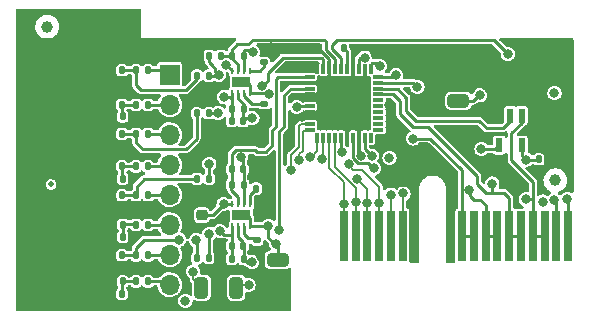
<source format=gbr>
%TF.GenerationSoftware,KiCad,Pcbnew,8.0.4*%
%TF.CreationDate,2024-09-17T19:17:59+01:00*%
%TF.ProjectId,ADE_Aux_V4,4144455f-4175-4785-9f56-342e6b696361,rev?*%
%TF.SameCoordinates,Original*%
%TF.FileFunction,Copper,L1,Top*%
%TF.FilePolarity,Positive*%
%FSLAX46Y46*%
G04 Gerber Fmt 4.6, Leading zero omitted, Abs format (unit mm)*
G04 Created by KiCad (PCBNEW 8.0.4) date 2024-09-17 19:17:59*
%MOMM*%
%LPD*%
G01*
G04 APERTURE LIST*
G04 Aperture macros list*
%AMRoundRect*
0 Rectangle with rounded corners*
0 $1 Rounding radius*
0 $2 $3 $4 $5 $6 $7 $8 $9 X,Y pos of 4 corners*
0 Add a 4 corners polygon primitive as box body*
4,1,4,$2,$3,$4,$5,$6,$7,$8,$9,$2,$3,0*
0 Add four circle primitives for the rounded corners*
1,1,$1+$1,$2,$3*
1,1,$1+$1,$4,$5*
1,1,$1+$1,$6,$7*
1,1,$1+$1,$8,$9*
0 Add four rect primitives between the rounded corners*
20,1,$1+$1,$2,$3,$4,$5,0*
20,1,$1+$1,$4,$5,$6,$7,0*
20,1,$1+$1,$6,$7,$8,$9,0*
20,1,$1+$1,$8,$9,$2,$3,0*%
G04 Aperture macros list end*
%TA.AperFunction,SMDPad,CuDef*%
%ADD10RoundRect,0.135000X-0.135000X-0.185000X0.135000X-0.185000X0.135000X0.185000X-0.135000X0.185000X0*%
%TD*%
%TA.AperFunction,SMDPad,CuDef*%
%ADD11RoundRect,0.135000X0.135000X0.185000X-0.135000X0.185000X-0.135000X-0.185000X0.135000X-0.185000X0*%
%TD*%
%TA.AperFunction,SMDPad,CuDef*%
%ADD12RoundRect,0.140000X0.140000X0.170000X-0.140000X0.170000X-0.140000X-0.170000X0.140000X-0.170000X0*%
%TD*%
%TA.AperFunction,SMDPad,CuDef*%
%ADD13RoundRect,0.140000X-0.140000X-0.170000X0.140000X-0.170000X0.140000X0.170000X-0.140000X0.170000X0*%
%TD*%
%TA.AperFunction,SMDPad,CuDef*%
%ADD14C,1.000000*%
%TD*%
%TA.AperFunction,SMDPad,CuDef*%
%ADD15RoundRect,0.250000X0.650000X-0.325000X0.650000X0.325000X-0.650000X0.325000X-0.650000X-0.325000X0*%
%TD*%
%TA.AperFunction,SMDPad,CuDef*%
%ADD16RoundRect,0.135000X0.185000X-0.135000X0.185000X0.135000X-0.185000X0.135000X-0.185000X-0.135000X0*%
%TD*%
%TA.AperFunction,SMDPad,CuDef*%
%ADD17RoundRect,0.225000X0.250000X-0.225000X0.250000X0.225000X-0.250000X0.225000X-0.250000X-0.225000X0*%
%TD*%
%TA.AperFunction,SMDPad,CuDef*%
%ADD18RoundRect,0.135000X-0.185000X0.135000X-0.185000X-0.135000X0.185000X-0.135000X0.185000X0.135000X0*%
%TD*%
%TA.AperFunction,SMDPad,CuDef*%
%ADD19C,0.500000*%
%TD*%
%TA.AperFunction,SMDPad,CuDef*%
%ADD20RoundRect,0.250000X-0.650000X0.325000X-0.650000X-0.325000X0.650000X-0.325000X0.650000X0.325000X0*%
%TD*%
%TA.AperFunction,SMDPad,CuDef*%
%ADD21R,0.250000X0.500000*%
%TD*%
%TA.AperFunction,ComponentPad*%
%ADD22C,0.600000*%
%TD*%
%TA.AperFunction,SMDPad,CuDef*%
%ADD23R,1.600000X0.900000*%
%TD*%
%TA.AperFunction,SMDPad,CuDef*%
%ADD24R,0.304800X0.812800*%
%TD*%
%TA.AperFunction,SMDPad,CuDef*%
%ADD25R,0.812800X0.304800*%
%TD*%
%TA.AperFunction,SMDPad,CuDef*%
%ADD26R,4.241800X4.241800*%
%TD*%
%TA.AperFunction,SMDPad,CuDef*%
%ADD27RoundRect,0.250000X0.325000X0.650000X-0.325000X0.650000X-0.325000X-0.650000X0.325000X-0.650000X0*%
%TD*%
%TA.AperFunction,SMDPad,CuDef*%
%ADD28R,0.600000X1.200000*%
%TD*%
%TA.AperFunction,ComponentPad*%
%ADD29R,1.700000X1.700000*%
%TD*%
%TA.AperFunction,ComponentPad*%
%ADD30O,1.700000X1.700000*%
%TD*%
%TA.AperFunction,ConnectorPad*%
%ADD31R,0.700000X4.300000*%
%TD*%
%TA.AperFunction,ViaPad*%
%ADD32C,0.800000*%
%TD*%
%TA.AperFunction,Conductor*%
%ADD33C,0.250000*%
%TD*%
%TA.AperFunction,Conductor*%
%ADD34C,0.200000*%
%TD*%
G04 APERTURE END LIST*
D10*
%TO.P,R25,1*%
%TO.N,/ITP*%
X-1510000Y27390000D03*
%TO.P,R25,2*%
%TO.N,Net-(C13-Pad2)*%
X-490000Y27390000D03*
%TD*%
D11*
%TO.P,R18,1*%
%TO.N,Net-(C13-Pad2)*%
X-3390000Y27880000D03*
%TO.P,R18,2*%
%TO.N,/RT*%
X-4410000Y27880000D03*
%TD*%
D10*
%TO.P,R5,1*%
%TO.N,Net-(C4-Pad1)*%
X-9600000Y19200000D03*
%TO.P,R5,2*%
%TO.N,/RNM*%
X-8580000Y19200000D03*
%TD*%
D12*
%TO.P,C11,1*%
%TO.N,/RR*%
X-10780000Y37080000D03*
%TO.P,C11,2*%
%TO.N,GND*%
X-11740000Y37080000D03*
%TD*%
D13*
%TO.P,C13,1*%
%TO.N,/ITP*%
X-1500000Y28710000D03*
%TO.P,C13,2*%
%TO.N,Net-(C13-Pad2)*%
X-540000Y28710000D03*
%TD*%
D12*
%TO.P,C3,1*%
%TO.N,/RN*%
X-10780000Y21410000D03*
%TO.P,C3,2*%
%TO.N,GND*%
X-11740000Y21410000D03*
%TD*%
D14*
%TO.P,FID1,*%
%TO.N,*%
X25908000Y27762200D03*
%TD*%
D11*
%TO.P,R9,1*%
%TO.N,Net-(C6-Pad2)*%
X-3440000Y33440000D03*
%TO.P,R9,2*%
%TO.N,/RS*%
X-4460000Y33440000D03*
%TD*%
D15*
%TO.P,C26,1*%
%TO.N,GND*%
X2410000Y18075000D03*
%TO.P,C26,2*%
%TO.N,/UM*%
X2410000Y21025000D03*
%TD*%
D16*
%TO.P,R20,1*%
%TO.N,Net-(R20-Pad1)*%
X1250000Y37730000D03*
%TO.P,R20,2*%
%TO.N,GND*%
X1250000Y38750000D03*
%TD*%
D17*
%TO.P,C2,1*%
%TO.N,+3V3*%
X-4030000Y24815000D03*
%TO.P,C2,2*%
%TO.N,GND*%
X-4030000Y26365000D03*
%TD*%
D12*
%TO.P,C7,1*%
%TO.N,/RT*%
X-10770000Y26480000D03*
%TO.P,C7,2*%
%TO.N,GND*%
X-11730000Y26480000D03*
%TD*%
D11*
%TO.P,R6,1*%
%TO.N,Net-(C5-Pad2)*%
X-3430000Y21180000D03*
%TO.P,R6,2*%
%TO.N,/RN*%
X-4450000Y21180000D03*
%TD*%
D18*
%TO.P,R8,1*%
%TO.N,Net-(R8-Pad1)*%
X1280000Y34240000D03*
%TO.P,R8,2*%
%TO.N,GND*%
X1280000Y33220000D03*
%TD*%
D12*
%TO.P,C4,1*%
%TO.N,Net-(C4-Pad1)*%
X-10780000Y18150000D03*
%TO.P,C4,2*%
%TO.N,GND*%
X-11740000Y18150000D03*
%TD*%
D19*
%TO.P,TP1,1,1*%
%TO.N,unconnected-(TP1-Pad1)*%
X-16789400Y27406600D03*
%TD*%
D14*
%TO.P,FID4,*%
%TO.N,*%
X-17119600Y40767000D03*
%TD*%
D10*
%TO.P,R26,1*%
%TO.N,/IRP*%
X-1510000Y38280000D03*
%TO.P,R26,2*%
%TO.N,Net-(C16-Pad2)*%
X-490000Y38280000D03*
%TD*%
D12*
%TO.P,C16,1*%
%TO.N,/IRP*%
X-2440000Y38310000D03*
%TO.P,C16,2*%
%TO.N,Net-(C16-Pad2)*%
X-3400000Y38310000D03*
%TD*%
D10*
%TO.P,R4,1*%
%TO.N,/RN*%
X-9600000Y21400000D03*
%TO.P,R4,2*%
%TO.N,/RNP*%
X-8580000Y21400000D03*
%TD*%
D12*
%TO.P,C12,1*%
%TO.N,Net-(C12-Pad1)*%
X-10780000Y34170000D03*
%TO.P,C12,2*%
%TO.N,GND*%
X-11740000Y34170000D03*
%TD*%
D10*
%TO.P,R11,1*%
%TO.N,Net-(C8-Pad1)*%
X-9600000Y23980000D03*
%TO.P,R11,2*%
%TO.N,/RTM*%
X-8580000Y23980000D03*
%TD*%
%TO.P,R24,1*%
%TO.N,/ISP*%
X-1510000Y33820000D03*
%TO.P,R24,2*%
%TO.N,Net-(C6-Pad2)*%
X-490000Y33820000D03*
%TD*%
%TO.P,R14,1*%
%TO.N,/RR*%
X-9600000Y37070000D03*
%TO.P,R14,2*%
%TO.N,/RRP*%
X-8580000Y37070000D03*
%TD*%
%TO.P,R23,1*%
%TO.N,/INP*%
X-1510000Y21090000D03*
%TO.P,R23,2*%
%TO.N,Net-(C5-Pad2)*%
X-490000Y21090000D03*
%TD*%
D20*
%TO.P,C18,1*%
%TO.N,+3V3*%
X17703800Y34495000D03*
%TO.P,C18,2*%
%TO.N,GND*%
X17703800Y31545000D03*
%TD*%
D10*
%TO.P,R10,1*%
%TO.N,/RT*%
X-9600000Y26500000D03*
%TO.P,R10,2*%
%TO.N,/RTP*%
X-8580000Y26500000D03*
%TD*%
%TO.P,R15,1*%
%TO.N,Net-(C12-Pad1)*%
X-9600000Y34160000D03*
%TO.P,R15,2*%
%TO.N,/RRM*%
X-8580000Y34160000D03*
%TD*%
D11*
%TO.P,R21,1*%
%TO.N,Net-(C12-Pad1)*%
X-10730000Y33160000D03*
%TO.P,R21,2*%
%TO.N,GND*%
X-11750000Y33160000D03*
%TD*%
D13*
%TO.P,C6,1*%
%TO.N,/ISP*%
X-1500000Y32750000D03*
%TO.P,C6,2*%
%TO.N,Net-(C6-Pad2)*%
X-540000Y32750000D03*
%TD*%
D11*
%TO.P,R17,1*%
%TO.N,Net-(C8-Pad1)*%
X-10720000Y22960000D03*
%TO.P,R17,2*%
%TO.N,GND*%
X-11740000Y22960000D03*
%TD*%
%TO.P,R7,1*%
%TO.N,Net-(C4-Pad1)*%
X-10730000Y19200000D03*
%TO.P,R7,2*%
%TO.N,GND*%
X-11750000Y19200000D03*
%TD*%
D21*
%TO.P,U3,1*%
%TO.N,/ISP*%
X-1430000Y35150000D03*
%TO.P,U3,2,-*%
%TO.N,Net-(C6-Pad2)*%
X-930000Y35150000D03*
%TO.P,U3,3,+*%
%TO.N,Net-(R8-Pad1)*%
X-430000Y35150000D03*
%TO.P,U3,4,V-*%
%TO.N,/UM*%
X70000Y35150000D03*
%TO.P,U3,5,+*%
%TO.N,Net-(R20-Pad1)*%
X70000Y37050000D03*
%TO.P,U3,6,-*%
%TO.N,Net-(C16-Pad2)*%
X-430000Y37050000D03*
%TO.P,U3,7*%
%TO.N,/IRP*%
X-930000Y37050000D03*
%TO.P,U3,8,V+*%
%TO.N,+3V3*%
X-1430000Y37050000D03*
D22*
%TO.P,U3,9,PAD*%
%TO.N,/UM*%
X-180000Y36100000D03*
D23*
X-680000Y36100000D03*
D22*
X-1180000Y36100000D03*
%TD*%
D12*
%TO.P,C9,1*%
%TO.N,/RS*%
X-10780000Y31700000D03*
%TO.P,C9,2*%
%TO.N,GND*%
X-11740000Y31700000D03*
%TD*%
%TO.P,C10,1*%
%TO.N,Net-(C10-Pad1)*%
X-10780000Y28940000D03*
%TO.P,C10,2*%
%TO.N,GND*%
X-11740000Y28940000D03*
%TD*%
D10*
%TO.P,R16,1*%
%TO.N,Net-(R16-Pad1)*%
X570000Y27050000D03*
%TO.P,R16,2*%
%TO.N,GND*%
X1590000Y27050000D03*
%TD*%
D24*
%TO.P,U2,1,PullHigh*%
%TO.N,+3V3*%
X10287000Y37160200D03*
%TO.P,U2,2,DGND*%
%TO.N,GND*%
X9779000Y37160200D03*
%TO.P,U2,3,DVDDOUT*%
%TO.N,/DVDDOUT*%
X9271000Y37160200D03*
%TO.P,U2,4,PM0*%
%TO.N,GND*%
X8788400Y37160200D03*
%TO.P,U2,5,PM1*%
%TO.N,/PM1*%
X8280400Y37160200D03*
%TO.P,U2,6,RESET*%
%TO.N,/ADE_Reset*%
X7772400Y37160200D03*
%TO.P,U2,7,IAP*%
%TO.N,/IRP*%
X7264400Y37160200D03*
%TO.P,U2,8,IAN*%
%TO.N,GND*%
X6781800Y37160200D03*
%TO.P,U2,9,IBP*%
%TO.N,/ISP*%
X6273800Y37160200D03*
%TO.P,U2,10,IBN*%
%TO.N,GND*%
X5765800Y37160200D03*
D25*
%TO.P,U2,11,ICP*%
%TO.N,/ITP*%
X5130800Y36525200D03*
%TO.P,U2,12,ICN*%
%TO.N,GND*%
X5130800Y36017200D03*
%TO.P,U2,13,INP*%
%TO.N,/INP*%
X5130800Y35509200D03*
%TO.P,U2,14,INN*%
%TO.N,GND*%
X5130800Y35026600D03*
%TO.P,U2,15,REFGND*%
X5130800Y34518600D03*
%TO.P,U2,16,REF*%
%TO.N,/REF*%
X5130800Y34010600D03*
%TO.P,U2,17,NC1*%
%TO.N,GND*%
X5130800Y33502600D03*
%TO.P,U2,18,NC2*%
X5130800Y33020000D03*
%TO.P,U2,19,VAN*%
%TO.N,/UR+*%
X5130800Y32512000D03*
%TO.P,U2,20,VAP*%
%TO.N,/UR-*%
X5130800Y32004000D03*
D24*
%TO.P,U2,21,VBN*%
%TO.N,/US+*%
X5765800Y31369000D03*
%TO.P,U2,22,VBP*%
%TO.N,/US-*%
X6273800Y31369000D03*
%TO.P,U2,23,VCN*%
%TO.N,/UT+*%
X6781800Y31369000D03*
%TO.P,U2,24,VCP*%
%TO.N,/UT-*%
X7264400Y31369000D03*
%TO.P,U2,25,AVDDOUT*%
%TO.N,/AVDDOUT*%
X7772400Y31369000D03*
%TO.P,U2,26,AGND*%
%TO.N,GND*%
X8280400Y31369000D03*
%TO.P,U2,27,VDD*%
%TO.N,+3V3*%
X8788400Y31369000D03*
%TO.P,U2,28,GND*%
%TO.N,GND*%
X9271000Y31369000D03*
%TO.P,U2,29,CLKIN*%
%TO.N,/O_IN*%
X9779000Y31369000D03*
%TO.P,U2,30,CLKOUT*%
%TO.N,/O_OUT*%
X10287000Y31369000D03*
D25*
%TO.P,U2,31,IRQ0*%
%TO.N,/IRQ1*%
X10922000Y32004000D03*
%TO.P,U2,32,IRQ1*%
%TO.N,/IRQ2*%
X10922000Y32512000D03*
%TO.P,U2,33,CF1*%
%TO.N,unconnected-(U2-Pad33)*%
X10922000Y33020000D03*
%TO.P,U2,34,CF2*%
%TO.N,unconnected-(U2-Pad34)*%
X10922000Y33502600D03*
%TO.P,U2,35,CF3/ZX*%
%TO.N,unconnected-(U2-Pad35)*%
X10922000Y34010600D03*
%TO.P,U2,36,CF4/READY*%
%TO.N,/READY*%
X10922000Y34518600D03*
%TO.P,U2,37,SCLK*%
%TO.N,/SCLK*%
X10922000Y35026600D03*
%TO.P,U2,38,MISO*%
%TO.N,/MISO*%
X10922000Y35509200D03*
%TO.P,U2,39,MOSI*%
%TO.N,/MOSI*%
X10922000Y36017200D03*
%TO.P,U2,40,SS*%
%TO.N,/SS*%
X10922000Y36525200D03*
D26*
%TO.P,U2,41,EP*%
%TO.N,GND*%
X8026400Y34264600D03*
%TD*%
D13*
%TO.P,C5,1*%
%TO.N,/INP*%
X-1500000Y22200000D03*
%TO.P,C5,2*%
%TO.N,Net-(C5-Pad2)*%
X-540000Y22200000D03*
%TD*%
D11*
%TO.P,R22,1*%
%TO.N,Net-(C16-Pad2)*%
X-3440000Y36620000D03*
%TO.P,R22,2*%
%TO.N,/RR*%
X-4460000Y36620000D03*
%TD*%
D10*
%TO.P,R12,1*%
%TO.N,/RS*%
X-9600000Y31690000D03*
%TO.P,R12,2*%
%TO.N,/RSP*%
X-8580000Y31690000D03*
%TD*%
D21*
%TO.P,U1,1*%
%TO.N,/INP*%
X-1430000Y23860000D03*
%TO.P,U1,2,-*%
%TO.N,Net-(C5-Pad2)*%
X-930000Y23860000D03*
%TO.P,U1,3,+*%
%TO.N,Net-(R3-Pad1)*%
X-430000Y23860000D03*
%TO.P,U1,4,V-*%
%TO.N,/UM*%
X70000Y23860000D03*
%TO.P,U1,5,+*%
%TO.N,Net-(R16-Pad1)*%
X70000Y25760000D03*
%TO.P,U1,6,-*%
%TO.N,Net-(C13-Pad2)*%
X-430000Y25760000D03*
%TO.P,U1,7*%
%TO.N,/ITP*%
X-930000Y25760000D03*
%TO.P,U1,8,V+*%
%TO.N,+3V3*%
X-1430000Y25760000D03*
D22*
%TO.P,U1,9,PAD*%
%TO.N,/UM*%
X-180000Y24810000D03*
D23*
X-680000Y24810000D03*
D22*
X-1180000Y24810000D03*
%TD*%
D18*
%TO.P,R3,1*%
%TO.N,Net-(R3-Pad1)*%
X650000Y22680000D03*
%TO.P,R3,2*%
%TO.N,GND*%
X650000Y21660000D03*
%TD*%
D11*
%TO.P,R19,1*%
%TO.N,Net-(C10-Pad1)*%
X-10730000Y27900000D03*
%TO.P,R19,2*%
%TO.N,GND*%
X-11750000Y27900000D03*
%TD*%
%TO.P,R2,1*%
%TO.N,GND*%
X8993600Y38963600D03*
%TO.P,R2,2*%
%TO.N,/PM1*%
X7973600Y38963600D03*
%TD*%
D12*
%TO.P,C31,1*%
%TO.N,GND*%
X25448200Y29540200D03*
%TO.P,C31,2*%
%TO.N,+3V3*%
X24488200Y29540200D03*
%TD*%
D10*
%TO.P,R13,1*%
%TO.N,Net-(C10-Pad1)*%
X-9600000Y28930000D03*
%TO.P,R13,2*%
%TO.N,/RSM*%
X-8580000Y28930000D03*
%TD*%
D27*
%TO.P,C25,1*%
%TO.N,/C+*%
X-1105000Y18670000D03*
%TO.P,C25,2*%
%TO.N,/C-*%
X-4055000Y18670000D03*
%TD*%
D28*
%TO.P,U99,1,OE*%
%TO.N,/SYN*%
X23050000Y33240000D03*
%TO.P,U99,2,A*%
%TO.N,/MISO*%
X22100000Y33240000D03*
%TO.P,U99,3,GND*%
%TO.N,GND*%
X21150000Y33240000D03*
%TO.P,U99,4,Y*%
%TO.N,/MOSI*%
X21150000Y30740000D03*
%TO.P,U99,5,VCC*%
%TO.N,+3V3*%
X23050000Y30740000D03*
%TD*%
D12*
%TO.P,C8,1*%
%TO.N,Net-(C8-Pad1)*%
X-10730000Y24000000D03*
%TO.P,C8,2*%
%TO.N,GND*%
X-11690000Y24000000D03*
%TD*%
D29*
%TO.P,J15,1,Pin_1*%
%TO.N,/RRP*%
X-6750200Y36692980D03*
D30*
%TO.P,J15,2,Pin_2*%
%TO.N,/RRM*%
X-6750200Y34152980D03*
%TO.P,J15,3,Pin_3*%
%TO.N,/RSP*%
X-6750200Y31612980D03*
%TO.P,J15,4,Pin_4*%
%TO.N,/RSM*%
X-6750200Y29072980D03*
%TO.P,J15,5,Pin_5*%
%TO.N,/RTP*%
X-6750200Y26532980D03*
%TO.P,J15,6,Pin_6*%
%TO.N,/RTM*%
X-6750200Y23992980D03*
%TO.P,J15,7,Pin_7*%
%TO.N,/RNP*%
X-6750200Y21452980D03*
%TO.P,J15,8,Pin_8*%
%TO.N,/RNM*%
X-6750200Y18912980D03*
%TD*%
D31*
%TO.P,J2,A1*%
%TO.N,+3V3*%
X27000000Y23000000D03*
%TO.P,J2,A2*%
X26000000Y23000000D03*
%TO.P,J2,A3*%
%TO.N,/SYN*%
X25000000Y23000000D03*
%TO.P,J2,A4*%
X24000000Y23000000D03*
%TO.P,J2,A5*%
%TO.N,/SCLK*%
X23000000Y23000000D03*
%TO.P,J2,A6*%
X22000000Y23000000D03*
%TO.P,J2,A7*%
%TO.N,/MOSI*%
X21000000Y23000000D03*
%TO.P,J2,A8*%
X20000000Y23000000D03*
%TO.P,J2,A9*%
%TO.N,/SS*%
X19000000Y23000000D03*
%TO.P,J2,A10*%
X18000000Y23000000D03*
%TO.P,J2,A11*%
%TO.N,GND*%
X17000000Y23000000D03*
%TO.P,J2,A12*%
X14000000Y23000000D03*
%TO.P,J2,A13*%
%TO.N,/UR-*%
X13000000Y23000000D03*
%TO.P,J2,A14*%
%TO.N,/UR+*%
X12000000Y23000000D03*
%TO.P,J2,A15*%
%TO.N,/US-*%
X11000000Y23000000D03*
%TO.P,J2,A16*%
%TO.N,/US+*%
X10000000Y23000000D03*
%TO.P,J2,A17*%
%TO.N,/UT-*%
X9000000Y23000000D03*
%TO.P,J2,A18*%
%TO.N,/UT+*%
X8000000Y23000000D03*
%TD*%
D32*
%TO.N,GND*%
X-11020000Y41360000D03*
X26593800Y39192200D03*
X-18640000Y36280000D03*
X-16100000Y33740000D03*
X16459200Y28346400D03*
X-5940000Y38820000D03*
X4430000Y37400000D03*
X-3400000Y31200000D03*
X-14440000Y37200000D03*
X-14100000Y23060000D03*
X-18640000Y28660000D03*
X24540000Y33740000D03*
X-18640000Y26120000D03*
X26339800Y31191200D03*
X4428453Y33111500D03*
X17170400Y25933400D03*
X-16100000Y36280000D03*
X-13450000Y18140000D03*
X-16100000Y23580000D03*
X24540000Y38820000D03*
X390000Y17940000D03*
X9457677Y29825500D03*
X13716000Y27940000D03*
X-16100000Y38820000D03*
X5540000Y38930000D03*
X-13560000Y41360000D03*
X-18640000Y31200000D03*
X22000000Y28660000D03*
X24540000Y36280000D03*
X-16100000Y31200000D03*
X-18640000Y21040000D03*
X-2870200Y39344600D03*
X12598400Y31826200D03*
X-16100000Y26120000D03*
X13868400Y25857200D03*
X24540000Y31200000D03*
X11836400Y28092400D03*
X-18640000Y33740000D03*
X12954000Y28930600D03*
X1001000Y26060000D03*
X3429000Y37338000D03*
X670000Y28320000D03*
X-16100000Y21040000D03*
X19460000Y33740000D03*
X11836400Y34137600D03*
X-5230000Y25880000D03*
X660000Y31690000D03*
X-18640000Y38820000D03*
X-16100000Y28660000D03*
X-860000Y31200000D03*
X1850000Y39045500D03*
X-18640000Y23580000D03*
X26517600Y33604200D03*
X-14520000Y29090000D03*
%TO.N,+3V3*%
X19507200Y34950400D03*
X11861800Y29667200D03*
X11050000Y37425000D03*
X10575000Y28775000D03*
X-2190000Y25740000D03*
X26924000Y26187400D03*
X25806400Y26111200D03*
X-5420000Y17550000D03*
X-1975500Y37553372D03*
X25831800Y35128200D03*
X23444200Y29514800D03*
%TO.N,/AVDDOUT*%
X7863900Y30124400D03*
%TO.N,/DVDDOUT*%
X9753600Y38150800D03*
%TO.N,/REF*%
X4013200Y33985200D03*
%TO.N,/ISP*%
X1040000Y35730000D03*
X-2150000Y34820000D03*
%TO.N,/INP*%
X2550000Y23540000D03*
X-2510000Y23480000D03*
%TO.N,/UR+*%
X11970000Y26540000D03*
X3524020Y28620000D03*
%TO.N,/US+*%
X10000000Y25800000D03*
X9143911Y27833911D03*
X5100000Y29720000D03*
%TO.N,/UT+*%
X8050000Y25740000D03*
%TO.N,/ADE_Reset*%
X21869400Y38455600D03*
X24841200Y25958800D03*
%TO.N,/O_IN*%
X10375000Y29850000D03*
%TO.N,/SCLK*%
X20570000Y27480000D03*
%TO.N,/MOSI*%
X14230000Y35660000D03*
X18630000Y26960000D03*
X19650000Y30410000D03*
%TO.N,/SS*%
X12420000Y36650000D03*
X13868400Y31292800D03*
%TO.N,/RN*%
X-5934500Y22738843D03*
X-4520000Y22670000D03*
%TO.N,Net-(C5-Pad2)*%
X-3410000Y23230000D03*
X230000Y20824500D03*
%TO.N,Net-(C6-Pad2)*%
X260000Y33020000D03*
X-2650000Y33470000D03*
%TO.N,Net-(C13-Pad2)*%
X-700000Y29710000D03*
X-3390000Y29150000D03*
%TO.N,Net-(C16-Pad2)*%
X309163Y38610563D03*
X-2600000Y36690000D03*
%TO.N,/UM*%
X1610000Y23910000D03*
X1625500Y35047145D03*
X2277484Y22357547D03*
%TO.N,/C+*%
X-70000Y18890000D03*
%TO.N,/UR-*%
X4230000Y29490000D03*
X13040000Y26640000D03*
%TO.N,/US-*%
X11000000Y25870000D03*
X6182300Y29546200D03*
X8393411Y29123411D03*
%TO.N,/UT-*%
X9020000Y25950000D03*
%TO.N,/C-*%
X-4765656Y20033911D03*
%TO.N,/SYN*%
X23393400Y26136600D03*
%TD*%
D33*
%TO.N,GND*%
X390000Y17940000D02*
X2275000Y17940000D01*
X5130800Y33020000D02*
X4419600Y33020000D01*
X1380000Y28320000D02*
X670000Y28320000D01*
X-11690000Y24000000D02*
X-11690000Y23010000D01*
X9271000Y33020000D02*
X8026400Y34264600D01*
X-11750000Y33160000D02*
X-11750000Y34160000D01*
X4419600Y33102647D02*
X4428453Y33111500D01*
X-13440000Y18150000D02*
X-13450000Y18140000D01*
X-11730000Y27880000D02*
X-11750000Y27900000D01*
X8788400Y37160200D02*
X8788400Y35026600D01*
X6781800Y37986704D02*
X6781800Y37160200D01*
X940000Y18490000D02*
X390000Y17940000D01*
X1690000Y39190000D02*
X1850000Y39190000D01*
X5130800Y33020000D02*
X6781800Y33020000D01*
X6273800Y36017200D02*
X8026400Y34264600D01*
X8280400Y34010600D02*
X8026400Y34264600D01*
X-11740000Y31700000D02*
X-11740000Y33150000D01*
X8788400Y35026600D02*
X8026400Y34264600D01*
X9457677Y29842323D02*
X9271000Y30029000D01*
X-11740000Y34170000D02*
X-11740000Y37080000D01*
X-14000000Y22960000D02*
X-14100000Y23060000D01*
X-11690000Y23010000D02*
X-11740000Y22960000D01*
X1280000Y33220000D02*
X1280000Y32310000D01*
X9779000Y36017200D02*
X8026400Y34264600D01*
X2275000Y17940000D02*
X2410000Y18075000D01*
X-11740000Y19210000D02*
X-11750000Y19200000D01*
X5840000Y38930000D02*
X5540000Y38930000D01*
X1590000Y27050000D02*
X1590000Y28110000D01*
X6118504Y38651496D02*
X5840000Y38930000D01*
X1590000Y27050000D02*
X1590000Y26580000D01*
X17000000Y23000000D02*
X17000000Y25763000D01*
X-11740000Y22960000D02*
X-14000000Y22960000D01*
X940000Y21000000D02*
X940000Y18490000D01*
X14000000Y23000000D02*
X14000000Y25725600D01*
X4419600Y33020000D02*
X4419600Y33102647D01*
X9271000Y31369000D02*
X9271000Y33020000D01*
X8788400Y37160200D02*
X8788400Y38758400D01*
X17000000Y25763000D02*
X17170400Y25933400D01*
X-4745000Y26365000D02*
X-5230000Y25880000D01*
X9271000Y30029000D02*
X9271000Y31369000D01*
X5130800Y33502600D02*
X7264400Y33502600D01*
X650000Y21660000D02*
X650000Y21287693D01*
X9779000Y37160200D02*
X9779000Y36017200D01*
X8788400Y38758400D02*
X8993600Y38963600D01*
X6118504Y38650000D02*
X6118504Y38651496D01*
X4669800Y37160200D02*
X4430000Y37400000D01*
X-11690000Y24000000D02*
X-11690000Y26440000D01*
X-11750000Y27900000D02*
X-11750000Y28930000D01*
X5130800Y34518600D02*
X7772400Y34518600D01*
X-4030000Y26365000D02*
X-4745000Y26365000D01*
X-11740000Y37080000D02*
X-14320000Y37080000D01*
X1850000Y39190000D02*
X1850000Y39045500D01*
X-11690000Y26440000D02*
X-11730000Y26480000D01*
X1590000Y28110000D02*
X1380000Y28320000D01*
X-11750000Y19200000D02*
X-11750000Y18160000D01*
X8280400Y31369000D02*
X8280400Y34010600D01*
X-11740000Y21410000D02*
X-11740000Y19210000D01*
X5765800Y37160200D02*
X4669800Y37160200D01*
X1590000Y26580000D02*
X1070000Y26060000D01*
X-11730000Y26480000D02*
X-11730000Y27880000D01*
X937693Y21000000D02*
X940000Y21000000D01*
X-11750000Y28930000D02*
X-11740000Y28940000D01*
X7264400Y35026600D02*
X8026400Y34264600D01*
X6781800Y33020000D02*
X8026400Y34264600D01*
X-11750000Y34160000D02*
X-11740000Y34170000D01*
X-11740000Y33150000D02*
X-11750000Y33160000D01*
X-11740000Y22960000D02*
X-11740000Y21410000D01*
X650000Y21287693D02*
X937693Y21000000D01*
X6118504Y38650000D02*
X6781800Y37986704D01*
X-11750000Y18160000D02*
X-11740000Y18150000D01*
X14000000Y25725600D02*
X13868400Y25857200D01*
X1070000Y26060000D02*
X1001000Y26060000D01*
X7772400Y34518600D02*
X8026400Y34264600D01*
X5130800Y35026600D02*
X7264400Y35026600D01*
X-14370000Y28940000D02*
X-14520000Y29090000D01*
X9457677Y29825500D02*
X9457677Y29842323D01*
X-11740000Y28940000D02*
X-11740000Y31700000D01*
X1280000Y32310000D02*
X660000Y31690000D01*
X1250000Y38750000D02*
X1690000Y39190000D01*
X-11740000Y28940000D02*
X-14370000Y28940000D01*
X-14320000Y37080000D02*
X-14440000Y37200000D01*
X5130800Y36017200D02*
X6273800Y36017200D01*
X-11740000Y18150000D02*
X-13440000Y18150000D01*
%TO.N,+3V3*%
X27000000Y23550000D02*
X27000000Y26111400D01*
X-1430000Y25760000D02*
X-2170000Y25760000D01*
X23050000Y29909000D02*
X23444200Y29514800D01*
X24462800Y29514800D02*
X24488200Y29540200D01*
X23444200Y29514800D02*
X24462800Y29514800D01*
X10575000Y28775000D02*
X10445000Y28775000D01*
X8788400Y29611600D02*
X8788400Y31369000D01*
X26000000Y23000000D02*
X26000000Y25917600D01*
X19253200Y34772600D02*
X19431000Y34950400D01*
X10287000Y37617400D02*
X10375900Y37706300D01*
X9210000Y29190000D02*
X8788400Y29611600D01*
X10445000Y28775000D02*
X10030000Y29190000D01*
X26000000Y25917600D02*
X25806400Y26111200D01*
X-3115000Y24815000D02*
X-2190000Y25740000D01*
X-4030000Y24815000D02*
X-3115000Y24815000D01*
X-1975500Y37553372D02*
X-1933372Y37553372D01*
X27000000Y26111400D02*
X26924000Y26187400D01*
X10287000Y37160200D02*
X10287000Y37617400D01*
X17703800Y34495000D02*
X18975600Y34495000D01*
X-2170000Y25760000D02*
X-2190000Y25740000D01*
X-1933372Y37553372D02*
X-1430000Y37050000D01*
X23050000Y30740000D02*
X23050000Y29909000D01*
X10768700Y37706300D02*
X10375900Y37706300D01*
X18975600Y34495000D02*
X19253200Y34772600D01*
X19431000Y34950400D02*
X19507200Y34950400D01*
X11050000Y37425000D02*
X10768700Y37706300D01*
X10030000Y29190000D02*
X9210000Y29190000D01*
%TO.N,/AVDDOUT*%
X7772400Y31369000D02*
X7772400Y30175200D01*
X7772400Y30175200D02*
X7823200Y30124400D01*
X7823200Y30124400D02*
X7863900Y30124400D01*
%TO.N,/DVDDOUT*%
X9398000Y38150800D02*
X9753600Y38150800D01*
X9271000Y38023800D02*
X9271000Y37160200D01*
X9271000Y38023800D02*
X9398000Y38150800D01*
%TO.N,/REF*%
X4038600Y34010600D02*
X4013200Y33985200D01*
X5130800Y34010600D02*
X4038600Y34010600D01*
%TO.N,/IRP*%
X6290000Y39670000D02*
X290000Y39670000D01*
X-930000Y37560000D02*
X-1510000Y38140000D01*
X6451400Y38811400D02*
X6451400Y39508600D01*
X-1030000Y39270000D02*
X-1510000Y38790000D01*
X290000Y39670000D02*
X-110000Y39270000D01*
X6451400Y39508600D02*
X6290000Y39670000D01*
X-1510000Y38790000D02*
X-1510000Y38280000D01*
X-930000Y37050000D02*
X-930000Y37560000D01*
X-1540000Y38310000D02*
X-1510000Y38280000D01*
X7264400Y37998400D02*
X6451400Y38811400D01*
X7264400Y37160200D02*
X7264400Y37998400D01*
X-1510000Y38140000D02*
X-1510000Y38280000D01*
X-2440000Y38310000D02*
X-1540000Y38310000D01*
X-110000Y39270000D02*
X-1030000Y39270000D01*
%TO.N,/ISP*%
X-1500000Y32750000D02*
X-1500000Y33810000D01*
X-1510000Y35070000D02*
X-1430000Y35150000D01*
X1058076Y35748076D02*
X1040000Y35730000D01*
X-1510000Y33820000D02*
X-1510000Y34600000D01*
X-1730000Y34820000D02*
X-1510000Y34600000D01*
X6273800Y38000408D02*
X6273800Y37160200D01*
X-1500000Y33810000D02*
X-1510000Y33820000D01*
X-2150000Y34820000D02*
X-1730000Y34820000D01*
X1550962Y36199038D02*
X1550962Y36875962D01*
X1550962Y36875962D02*
X2825000Y38150000D01*
X1100000Y35748076D02*
X1058076Y35748076D01*
X2825000Y38150000D02*
X6124208Y38150000D01*
X-1510000Y34600000D02*
X-1510000Y35070000D01*
X6124208Y38150000D02*
X6273800Y38000408D01*
X1100000Y35748076D02*
X1550962Y36199038D01*
%TO.N,/ITP*%
X1950000Y30730000D02*
X1950000Y31990000D01*
X-930000Y26320000D02*
X-1530000Y26920000D01*
X-1510000Y28700000D02*
X-1500000Y28710000D01*
X2250000Y32290000D02*
X2250000Y36362200D01*
X2250000Y36362200D02*
X2413000Y36525200D01*
X-1500000Y28710000D02*
X-1500000Y29950000D01*
X-1510000Y27390000D02*
X-1510000Y28700000D01*
X-1115489Y30334511D02*
X445489Y30334511D01*
X-1530000Y27370000D02*
X-1510000Y27390000D01*
X-1500000Y29950000D02*
X-1115489Y30334511D01*
X610000Y30170000D02*
X1390000Y30170000D01*
X-1530000Y26920000D02*
X-1530000Y27370000D01*
X-930000Y25760000D02*
X-930000Y26320000D01*
X1950000Y31990000D02*
X2250000Y32290000D01*
X1390000Y30170000D02*
X1950000Y30730000D01*
X2413000Y36525200D02*
X5130800Y36525200D01*
X445489Y30334511D02*
X610000Y30170000D01*
%TO.N,/INP*%
X2950000Y32300000D02*
X2550000Y31900000D01*
X2550000Y31900000D02*
X2550000Y23540000D01*
X-1430000Y23160000D02*
X-2190000Y23160000D01*
X-1430000Y23860000D02*
X-1430000Y23160000D01*
X5130800Y35509200D02*
X3509200Y35509200D01*
X-1500000Y22200000D02*
X-1500000Y21100000D01*
X-2190000Y23160000D02*
X-2510000Y23480000D01*
X2950000Y34950000D02*
X2950000Y32300000D01*
X3509200Y35509200D02*
X2950000Y34950000D01*
X-1430000Y22270000D02*
X-1500000Y22200000D01*
X-1430000Y23160000D02*
X-1430000Y22270000D01*
X-1500000Y21100000D02*
X-1510000Y21090000D01*
D34*
%TO.N,/UR+*%
X12000000Y26510000D02*
X11970000Y26540000D01*
X4175000Y32318200D02*
X4175000Y31905000D01*
X5130800Y32512000D02*
X4368800Y32512000D01*
X3490000Y29870000D02*
X3490000Y28620000D01*
X3490000Y28620000D02*
X3524020Y28620000D01*
X4170000Y30550000D02*
X3490000Y29870000D01*
X4170000Y31900000D02*
X4170000Y30550000D01*
X4368800Y32512000D02*
X4175000Y32318200D01*
X4175000Y31905000D02*
X4170000Y31900000D01*
X12000000Y23000000D02*
X12000000Y26510000D01*
%TO.N,/US+*%
X5765800Y30225800D02*
X5270000Y29730000D01*
X5270000Y29720000D02*
X5100000Y29720000D01*
X5765800Y31369000D02*
X5765800Y30225800D01*
X5270000Y29730000D02*
X5270000Y29720000D01*
X9143911Y27833911D02*
X10000000Y26977822D01*
X10000000Y26977822D02*
X10000000Y23000000D01*
D33*
%TO.N,/PM1*%
X8280400Y38656800D02*
X7973600Y38963600D01*
X8280400Y37160200D02*
X8280400Y38656800D01*
%TO.N,/RSP*%
X-6827220Y31690000D02*
X-6750200Y31612980D01*
X-8580000Y31690000D02*
X-6827220Y31690000D01*
%TO.N,/RSM*%
X-8580000Y28930000D02*
X-6893180Y28930000D01*
X-6893180Y28930000D02*
X-6750200Y29072980D01*
%TO.N,/RTP*%
X-6783180Y26500000D02*
X-6750200Y26532980D01*
X-8580000Y26500000D02*
X-6783180Y26500000D01*
%TO.N,/RTM*%
X-6763180Y23980000D02*
X-6750200Y23992980D01*
X-8580000Y23980000D02*
X-6763180Y23980000D01*
%TO.N,/RRP*%
X-7127220Y37070000D02*
X-6750200Y36692980D01*
X-8580000Y37070000D02*
X-7127220Y37070000D01*
%TO.N,/RRM*%
X-8580000Y34160000D02*
X-6757220Y34160000D01*
X-6757220Y34160000D02*
X-6750200Y34152980D01*
%TO.N,/RNP*%
X-8580000Y21400000D02*
X-6803180Y21400000D01*
X-6803180Y21400000D02*
X-6750200Y21452980D01*
%TO.N,/RNM*%
X-7037220Y19200000D02*
X-6750200Y18912980D01*
X-8580000Y19200000D02*
X-7037220Y19200000D01*
D34*
%TO.N,/UT+*%
X8000000Y27590000D02*
X6781800Y28808200D01*
X8000000Y23000000D02*
X8000000Y27590000D01*
X6781800Y28808200D02*
X6781800Y31369000D01*
D33*
%TO.N,/ADE_Reset*%
X7772400Y37160200D02*
X7772400Y38074600D01*
X20675589Y39649411D02*
X21869400Y38455600D01*
X7399411Y39649411D02*
X20675589Y39649411D01*
X7772400Y38074600D02*
X6985000Y38862000D01*
X6985000Y38862000D02*
X6985000Y39243000D01*
X6993000Y39243000D02*
X7399411Y39649411D01*
X6985000Y39243000D02*
X6993000Y39243000D01*
%TO.N,/O_IN*%
X9779000Y31369000D02*
X9779000Y30446000D01*
X9779000Y30446000D02*
X10375000Y29850000D01*
%TO.N,/SCLK*%
X22000000Y23000000D02*
X22000000Y26260000D01*
X13855700Y32270700D02*
X12725400Y33401000D01*
X12725400Y34442400D02*
X12141200Y35026600D01*
X12725400Y33401000D02*
X12725400Y34442400D01*
X20570000Y27480000D02*
X20570000Y26721600D01*
X22000000Y26260000D02*
X21539200Y26720800D01*
X23000000Y23000000D02*
X22000000Y23000000D01*
X20570000Y26721600D02*
X20569200Y26720800D01*
X19304000Y28117800D02*
X15151100Y32270700D01*
X15151100Y32270700D02*
X13855700Y32270700D01*
X20066000Y26720800D02*
X19304000Y27482800D01*
X21539200Y26720800D02*
X20569200Y26720800D01*
X19304000Y27482800D02*
X19304000Y28117800D01*
X20569200Y26720800D02*
X20066000Y26720800D01*
X12141200Y35026600D02*
X10922000Y35026600D01*
%TO.N,/MISO*%
X21463000Y32156400D02*
X22100000Y32793400D01*
X20091400Y32156400D02*
X21463000Y32156400D01*
X13298500Y34761500D02*
X13298500Y33589900D01*
X12550800Y35509200D02*
X13298500Y34761500D01*
X13298500Y33589900D02*
X14108400Y32780000D01*
X10922000Y35509200D02*
X12550800Y35509200D01*
X14108400Y32780000D02*
X19467800Y32780000D01*
X19467800Y32780000D02*
X20091400Y32156400D01*
X22100000Y32793400D02*
X22100000Y33240000D01*
%TO.N,/MOSI*%
X21150000Y30740000D02*
X20800000Y30390000D01*
X13872800Y36017200D02*
X14230000Y35660000D01*
X10922000Y36017200D02*
X13872800Y36017200D01*
X18658000Y26452400D02*
X18999200Y26111200D01*
X19670000Y30390000D02*
X19650000Y30410000D01*
X18999200Y26111200D02*
X19558000Y26111200D01*
X18658000Y26452400D02*
X18658000Y26932000D01*
X20000000Y25669200D02*
X20000000Y23000000D01*
X19558000Y26111200D02*
X20000000Y25669200D01*
X21000000Y23000000D02*
X20000000Y23000000D01*
X20800000Y30390000D02*
X19670000Y30390000D01*
X18658000Y26932000D02*
X18630000Y26960000D01*
%TO.N,/SS*%
X19000000Y23000000D02*
X18000000Y23000000D01*
X18000000Y28625000D02*
X18000000Y23000000D01*
X10922000Y36525200D02*
X12295200Y36525200D01*
X13868400Y31292800D02*
X15332200Y31292800D01*
X12295200Y36525200D02*
X12420000Y36650000D01*
X15332200Y31292800D02*
X18000000Y28625000D01*
%TO.N,/RN*%
X-8891157Y22738843D02*
X-9600000Y22030000D01*
X-9610000Y21410000D02*
X-9600000Y21400000D01*
X-4450000Y21180000D02*
X-4450000Y22600000D01*
X-9600000Y22030000D02*
X-9600000Y21400000D01*
X-4450000Y22600000D02*
X-4520000Y22670000D01*
X-10780000Y21410000D02*
X-9610000Y21410000D01*
X-5934500Y22738843D02*
X-8891157Y22738843D01*
%TO.N,/RT*%
X-9540000Y26560000D02*
X-9600000Y26500000D01*
X-9540000Y27230000D02*
X-9540000Y26560000D01*
X-4420000Y27870000D02*
X-8900000Y27870000D01*
X-8900000Y27870000D02*
X-9540000Y27230000D01*
X-10750000Y26500000D02*
X-10770000Y26480000D01*
X-9600000Y26500000D02*
X-10750000Y26500000D01*
X-4410000Y27880000D02*
X-4420000Y27870000D01*
%TO.N,Net-(C4-Pad1)*%
X-10780000Y18150000D02*
X-10780000Y19150000D01*
X-9600000Y19200000D02*
X-10730000Y19200000D01*
X-10780000Y19150000D02*
X-10730000Y19200000D01*
%TO.N,Net-(C5-Pad2)*%
X-3430000Y21900000D02*
X-3430000Y21180000D01*
X-490000Y22150000D02*
X-540000Y22200000D01*
X-3410000Y21920000D02*
X-3430000Y21900000D01*
X-490000Y21090000D02*
X-130000Y20730000D01*
X-930000Y23860000D02*
X-930000Y22920000D01*
X-490000Y21090000D02*
X-490000Y22150000D01*
X230000Y20730000D02*
X230000Y20824500D01*
X-3410000Y23230000D02*
X-3410000Y21920000D01*
X-540000Y22530000D02*
X-540000Y22200000D01*
X-130000Y20730000D02*
X230000Y20730000D01*
X-930000Y22920000D02*
X-540000Y22530000D01*
%TO.N,Net-(C6-Pad2)*%
X-540000Y32750000D02*
X-540000Y33770000D01*
X-540000Y33770000D02*
X-490000Y33820000D01*
X-490000Y34220000D02*
X-940000Y34670000D01*
X-490000Y33820000D02*
X-490000Y34220000D01*
X-3440000Y33440000D02*
X-2680000Y33440000D01*
X-940000Y35140000D02*
X-930000Y35150000D01*
X-540000Y32750000D02*
X-270000Y33020000D01*
X-940000Y34670000D02*
X-940000Y35140000D01*
X-2680000Y33440000D02*
X-2650000Y33470000D01*
X-270000Y33020000D02*
X260000Y33020000D01*
%TO.N,Net-(C8-Pad1)*%
X-10690000Y24040000D02*
X-10730000Y24000000D01*
X-10730000Y24000000D02*
X-10730000Y22970000D01*
X-9600000Y23980000D02*
X-9660000Y24040000D01*
X-9660000Y24040000D02*
X-10690000Y24040000D01*
X-10730000Y22970000D02*
X-10720000Y22960000D01*
%TO.N,Net-(C10-Pad1)*%
X-9600000Y28930000D02*
X-10770000Y28930000D01*
X-10770000Y28930000D02*
X-10780000Y28940000D01*
X-10780000Y27950000D02*
X-10730000Y27900000D01*
X-10780000Y28940000D02*
X-10780000Y27950000D01*
%TO.N,Net-(C12-Pad1)*%
X-9600000Y34160000D02*
X-10770000Y34160000D01*
X-10770000Y34160000D02*
X-10780000Y34170000D01*
X-10780000Y34170000D02*
X-10780000Y33210000D01*
X-10780000Y33210000D02*
X-10730000Y33160000D01*
%TO.N,Net-(C13-Pad2)*%
X-540000Y29550000D02*
X-700000Y29710000D01*
X-430000Y27330000D02*
X-490000Y27390000D01*
X-490000Y28660000D02*
X-540000Y28710000D01*
X-3390000Y29150000D02*
X-3390000Y27880000D01*
X-540000Y28710000D02*
X-540000Y29550000D01*
X-490000Y27390000D02*
X-490000Y28660000D01*
X-430000Y25760000D02*
X-430000Y27330000D01*
%TO.N,Net-(C16-Pad2)*%
X-2870000Y37220000D02*
X-3180000Y37530000D01*
X-430000Y38220000D02*
X-490000Y38280000D01*
X309163Y38679163D02*
X309163Y38610563D01*
X-3440000Y36620000D02*
X-2670000Y36620000D01*
X200000Y38790000D02*
X310000Y38680000D01*
X-3180000Y37530000D02*
X-3200000Y37530000D01*
X-2600000Y36690000D02*
X-2870000Y36960000D01*
X-2870000Y36960000D02*
X-2870000Y37220000D01*
X310000Y38680000D02*
X309163Y38679163D01*
X-3200000Y37530000D02*
X-3400000Y37730000D01*
X-3400000Y37730000D02*
X-3400000Y38310000D01*
X-2670000Y36620000D02*
X-2600000Y36690000D01*
X-430000Y37050000D02*
X-430000Y38220000D01*
X-490000Y38790000D02*
X200000Y38790000D01*
X-490000Y38280000D02*
X-490000Y38790000D01*
%TO.N,/RS*%
X-5370000Y30370000D02*
X-9020000Y30370000D01*
X-10770000Y31690000D02*
X-10780000Y31700000D01*
X-9600000Y30950000D02*
X-9600000Y31690000D01*
X-9600000Y31690000D02*
X-10770000Y31690000D01*
X-4460000Y33440000D02*
X-4460000Y31280000D01*
X-9020000Y30370000D02*
X-9600000Y30950000D01*
X-4460000Y31280000D02*
X-5370000Y30370000D01*
%TO.N,/RR*%
X-4460000Y36620000D02*
X-4460000Y36300000D01*
X-9610000Y37080000D02*
X-9600000Y37070000D01*
X-4460000Y36300000D02*
X-5360000Y35400000D01*
X-10780000Y37080000D02*
X-9610000Y37080000D01*
X-9200000Y35400000D02*
X-9600000Y35800000D01*
X-9600000Y35800000D02*
X-9600000Y37070000D01*
X-5360000Y35400000D02*
X-9200000Y35400000D01*
%TO.N,Net-(R3-Pad1)*%
X-430000Y23860000D02*
X-430000Y23220000D01*
X-80000Y22870000D02*
X460000Y22870000D01*
X460000Y22870000D02*
X650000Y22680000D01*
X-430000Y23220000D02*
X-80000Y22870000D01*
%TO.N,Net-(R8-Pad1)*%
X190000Y34240000D02*
X1280000Y34240000D01*
X-430000Y34860000D02*
X190000Y34240000D01*
X-430000Y35150000D02*
X-430000Y34860000D01*
%TO.N,Net-(R16-Pad1)*%
X70000Y26550000D02*
X570000Y27050000D01*
X70000Y25760000D02*
X70000Y26550000D01*
%TO.N,Net-(R20-Pad1)*%
X1250000Y37420000D02*
X1250000Y37730000D01*
X70000Y37050000D02*
X880000Y37050000D01*
X880000Y37050000D02*
X1250000Y37420000D01*
%TO.N,/UM*%
X2152453Y22357547D02*
X1610000Y22900000D01*
X2410000Y22225031D02*
X2410000Y21025000D01*
X1647145Y35047145D02*
X1625500Y35047145D01*
X70000Y35850000D02*
X-180000Y36100000D01*
X70000Y24560000D02*
X-180000Y24810000D01*
X70000Y35150000D02*
X114511Y35105489D01*
X1610000Y22900000D02*
X1610000Y23910000D01*
X70000Y35150000D02*
X70000Y35850000D01*
X1705489Y35105489D02*
X1647145Y35047145D01*
X70000Y23860000D02*
X70000Y24560000D01*
X70000Y23860000D02*
X1560000Y23860000D01*
X2277484Y22357547D02*
X2410000Y22225031D01*
X114511Y35105489D02*
X1705489Y35105489D01*
X2277484Y22357547D02*
X2152453Y22357547D01*
X1560000Y23860000D02*
X1610000Y23910000D01*
D34*
%TO.N,/C+*%
X-70000Y18890000D02*
X-885000Y18890000D01*
X-885000Y18890000D02*
X-1105000Y18670000D01*
%TO.N,/UR-*%
X4530000Y30250000D02*
X4230000Y29950000D01*
X4530000Y31830000D02*
X4530000Y30250000D01*
X5130800Y32004000D02*
X4704000Y32004000D01*
X13000000Y26600000D02*
X13040000Y26640000D01*
X13000000Y23000000D02*
X13000000Y26600000D01*
X4704000Y32004000D02*
X4530000Y31830000D01*
X4230000Y29950000D02*
X4230000Y29490000D01*
%TO.N,/US-*%
X6273800Y31369000D02*
X6273800Y29546200D01*
X8393411Y29123411D02*
X8393411Y29060011D01*
X8393411Y29060011D02*
X8791711Y28661711D01*
X8791711Y28661711D02*
X9518289Y28661711D01*
X11000000Y27180000D02*
X11000000Y23000000D01*
X9518289Y28661711D02*
X11000000Y27180000D01*
%TO.N,/UT-*%
X9000000Y26610000D02*
X9000000Y26990000D01*
X9020000Y25950000D02*
X9000000Y25970000D01*
X7264400Y28865600D02*
X9000000Y27130000D01*
X9000000Y25930000D02*
X9020000Y25950000D01*
X7264400Y31369000D02*
X7264400Y28865600D01*
X9000000Y27130000D02*
X9000000Y26610000D01*
X9000000Y25970000D02*
X9000000Y26610000D01*
X9000000Y23000000D02*
X9000000Y25930000D01*
%TO.N,/C-*%
X-4765656Y20033911D02*
X-4765656Y19380656D01*
X-4765656Y19380656D02*
X-4055000Y18670000D01*
D33*
%TO.N,/SYN*%
X24000000Y26210000D02*
X24000000Y27638200D01*
X25000000Y23000000D02*
X24000000Y23000000D01*
X23466800Y26210000D02*
X24000000Y26210000D01*
X23050000Y32590000D02*
X23050000Y33240000D01*
X23393400Y26136600D02*
X23466800Y26210000D01*
X22190000Y31730000D02*
X23050000Y32590000D01*
X24000000Y27638200D02*
X22190000Y29448200D01*
X22190000Y29448200D02*
X22190000Y31730000D01*
X24000000Y26210000D02*
X24000000Y23000000D01*
%TD*%
%TA.AperFunction,Conductor*%
%TO.N,GND*%
G36*
X-9257879Y42279998D02*
G01*
X-9211386Y42226342D01*
X-9200000Y42174000D01*
X-9200000Y40005877D01*
X-9200045Y39954551D01*
X-9193902Y39941758D01*
X-9192773Y39936790D01*
X-9190215Y39929465D01*
X-9188006Y39924875D01*
X-9184850Y39911038D01*
X-9176006Y39899939D01*
X-9173636Y39895015D01*
X-9170084Y39889353D01*
X-9166688Y39885084D01*
X-9160547Y39872295D01*
X-9149464Y39863432D01*
X-9146293Y39859446D01*
X-9140809Y39853952D01*
X-9136827Y39850773D01*
X-9127985Y39839677D01*
X-9115207Y39833514D01*
X-9110936Y39830104D01*
X-9105286Y39826546D01*
X-9100366Y39824168D01*
X-9089285Y39815306D01*
X-9075457Y39812126D01*
X-9070876Y39809912D01*
X-9063551Y39807339D01*
X-9058580Y39806201D01*
X-9045798Y39800035D01*
X-9022787Y39800015D01*
X-9022789Y39798003D01*
X-9022723Y39797988D01*
X-9022723Y39800000D01*
X-9005877Y39800000D01*
X-8954551Y39799955D01*
X-8954555Y39795150D01*
X-8954457Y39795144D01*
X-8954457Y39800000D01*
X-1239310Y39800000D01*
X-1171189Y39779998D01*
X-1124696Y39726342D01*
X-1114592Y39656068D01*
X-1144086Y39591488D01*
X-1170881Y39571262D01*
X-1169685Y39569553D01*
X-1200544Y39547945D01*
X-1209815Y39542039D01*
X-1232906Y39528707D01*
X-1242455Y39523194D01*
X-1249541Y39514749D01*
X-1266685Y39494318D01*
X-1274111Y39486215D01*
X-1726215Y39034111D01*
X-1734319Y39026684D01*
X-1763194Y39002455D01*
X-1768707Y38992906D01*
X-1782039Y38969815D01*
X-1787945Y38960544D01*
X-1809554Y38929684D01*
X-1812408Y38919034D01*
X-1813885Y38915866D01*
X-1815077Y38912590D01*
X-1820588Y38903045D01*
X-1826538Y38869301D01*
X-1827130Y38865942D01*
X-1829508Y38855215D01*
X-1839264Y38818807D01*
X-1838303Y38807820D01*
X-1839263Y38796844D01*
X-1842571Y38797133D01*
X-1852942Y38745561D01*
X-1902347Y38694574D01*
X-1971475Y38678392D01*
X-2038378Y38702152D01*
X-2053562Y38715102D01*
X-2101684Y38763224D01*
X-2115882Y38769845D01*
X-2201776Y38809898D01*
X-2201777Y38809898D01*
X-2210513Y38813972D01*
X-2260099Y38820500D01*
X-2439934Y38820500D01*
X-2619900Y38820499D01*
X-2669487Y38813972D01*
X-2678221Y38809899D01*
X-2678222Y38809899D01*
X-2768323Y38767884D01*
X-2778316Y38763224D01*
X-2830905Y38710635D01*
X-2893217Y38676609D01*
X-2964032Y38681674D01*
X-3009095Y38710635D01*
X-3061684Y38763224D01*
X-3075882Y38769845D01*
X-3161776Y38809898D01*
X-3161777Y38809898D01*
X-3170513Y38813972D01*
X-3220099Y38820500D01*
X-3399934Y38820500D01*
X-3579900Y38820499D01*
X-3629487Y38813972D01*
X-3638221Y38809899D01*
X-3638222Y38809899D01*
X-3728323Y38767884D01*
X-3738316Y38763224D01*
X-3823224Y38678316D01*
X-3827883Y38668324D01*
X-3827884Y38668323D01*
X-3867183Y38584046D01*
X-3873972Y38569487D01*
X-3880500Y38519901D01*
X-3880499Y38100100D01*
X-3873972Y38050513D01*
X-3869899Y38041779D01*
X-3869899Y38041778D01*
X-3828359Y37952696D01*
X-3823224Y37941684D01*
X-3762405Y37880865D01*
X-3728379Y37818553D01*
X-3725500Y37791770D01*
X-3725500Y37749710D01*
X-3725980Y37738728D01*
X-3729264Y37701193D01*
X-3720484Y37668428D01*
X-3719509Y37664790D01*
X-3717130Y37654058D01*
X-3710588Y37616955D01*
X-3705077Y37607410D01*
X-3703885Y37604134D01*
X-3702408Y37600966D01*
X-3699554Y37590316D01*
X-3678190Y37559806D01*
X-3677945Y37559456D01*
X-3672039Y37550185D01*
X-3663162Y37534810D01*
X-3653194Y37517545D01*
X-3644749Y37510459D01*
X-3624318Y37493315D01*
X-3616215Y37485889D01*
X-3485921Y37355595D01*
X-3451895Y37293283D01*
X-3456960Y37222468D01*
X-3499507Y37165632D01*
X-3566027Y37140821D01*
X-3575016Y37140500D01*
X-3614316Y37140500D01*
X-3663173Y37134068D01*
X-3671909Y37129994D01*
X-3671910Y37129994D01*
X-3688712Y37122159D01*
X-3770404Y37084065D01*
X-3854065Y37000404D01*
X-3854753Y37001092D01*
X-3902247Y36963131D01*
X-3972867Y36955823D01*
X-4036226Y36987856D01*
X-4044579Y36997496D01*
X-4045935Y37000404D01*
X-4129596Y37084065D01*
X-4211288Y37122159D01*
X-4228090Y37129994D01*
X-4228091Y37129994D01*
X-4236827Y37134068D01*
X-4285684Y37140500D01*
X-4634316Y37140500D01*
X-4683173Y37134068D01*
X-4691909Y37129994D01*
X-4691910Y37129994D01*
X-4708712Y37122159D01*
X-4790404Y37084065D01*
X-4874065Y37000404D01*
X-4878725Y36990412D01*
X-4878725Y36990411D01*
X-4907603Y36928481D01*
X-4924068Y36893173D01*
X-4930500Y36844316D01*
X-4930500Y36395684D01*
X-4929377Y36387159D01*
X-4926295Y36363746D01*
X-4937234Y36293597D01*
X-4962122Y36258204D01*
X-5457921Y35762405D01*
X-5520233Y35728379D01*
X-5547016Y35725500D01*
X-5573700Y35725500D01*
X-5641821Y35745502D01*
X-5688314Y35799158D01*
X-5699700Y35851500D01*
X-5699700Y37562728D01*
X-5703115Y37579898D01*
X-5708912Y37609041D01*
X-5708912Y37609042D01*
X-5711333Y37621211D01*
X-5755648Y37687532D01*
X-5821969Y37731847D01*
X-5834138Y37734268D01*
X-5834139Y37734268D01*
X-5874384Y37742273D01*
X-5880452Y37743480D01*
X-7619948Y37743480D01*
X-7626016Y37742273D01*
X-7666261Y37734268D01*
X-7666262Y37734268D01*
X-7678431Y37731847D01*
X-7744752Y37687532D01*
X-7789067Y37621211D01*
X-7791488Y37609042D01*
X-7791488Y37609041D01*
X-7797285Y37579898D01*
X-7800700Y37562728D01*
X-7800700Y37521500D01*
X-7820702Y37453379D01*
X-7874358Y37406886D01*
X-7926700Y37395500D01*
X-8064236Y37395500D01*
X-8132357Y37415502D01*
X-8163712Y37445636D01*
X-8165935Y37450404D01*
X-8249596Y37534065D01*
X-8260584Y37539189D01*
X-8348090Y37579994D01*
X-8348091Y37579994D01*
X-8356827Y37584068D01*
X-8405684Y37590500D01*
X-8754316Y37590500D01*
X-8803173Y37584068D01*
X-8811909Y37579994D01*
X-8811910Y37579994D01*
X-8899416Y37539189D01*
X-8910404Y37534065D01*
X-8994065Y37450404D01*
X-8994753Y37451092D01*
X-9042247Y37413131D01*
X-9112867Y37405823D01*
X-9176226Y37437856D01*
X-9184579Y37447496D01*
X-9185935Y37450404D01*
X-9269596Y37534065D01*
X-9280584Y37539189D01*
X-9368090Y37579994D01*
X-9368091Y37579994D01*
X-9376827Y37584068D01*
X-9425684Y37590500D01*
X-9774316Y37590500D01*
X-9823173Y37584068D01*
X-9831909Y37579994D01*
X-9831910Y37579994D01*
X-9919416Y37539189D01*
X-9930404Y37534065D01*
X-10014065Y37450404D01*
X-10015186Y37451525D01*
X-10061005Y37414901D01*
X-10108761Y37405500D01*
X-10263542Y37405500D01*
X-10331663Y37425502D01*
X-10356102Y37448990D01*
X-10356776Y37448316D01*
X-10441684Y37533224D01*
X-10467190Y37545118D01*
X-10541776Y37579898D01*
X-10541777Y37579898D01*
X-10550513Y37583972D01*
X-10600099Y37590500D01*
X-10779934Y37590500D01*
X-10959900Y37590499D01*
X-11009487Y37583972D01*
X-11018221Y37579899D01*
X-11018222Y37579899D01*
X-11101411Y37541107D01*
X-11118316Y37533224D01*
X-11203224Y37448316D01*
X-11207883Y37438324D01*
X-11207884Y37438323D01*
X-11218806Y37414901D01*
X-11253972Y37339487D01*
X-11260500Y37289901D01*
X-11260499Y36870100D01*
X-11253972Y36820513D01*
X-11249899Y36811779D01*
X-11249899Y36811778D01*
X-11208776Y36723590D01*
X-11203224Y36711684D01*
X-11118316Y36626776D01*
X-11108324Y36622117D01*
X-11108323Y36622116D01*
X-11063629Y36601275D01*
X-11009487Y36576028D01*
X-10959901Y36569500D01*
X-10780066Y36569500D01*
X-10600100Y36569501D01*
X-10550513Y36576028D01*
X-10540819Y36580548D01*
X-10451677Y36622116D01*
X-10451676Y36622117D01*
X-10441684Y36626776D01*
X-10356776Y36711684D01*
X-10355144Y36710052D01*
X-10311297Y36745100D01*
X-10263542Y36754500D01*
X-10122766Y36754500D01*
X-10054645Y36734498D01*
X-10019554Y36700773D01*
X-10018724Y36699588D01*
X-10014065Y36689596D01*
X-9962405Y36637936D01*
X-9928379Y36575624D01*
X-9925500Y36548841D01*
X-9925500Y35819710D01*
X-9925980Y35808728D01*
X-9929264Y35771193D01*
X-9920860Y35739831D01*
X-9919509Y35734790D01*
X-9917130Y35724058D01*
X-9910588Y35686955D01*
X-9905077Y35677410D01*
X-9903885Y35674134D01*
X-9902408Y35670966D01*
X-9899554Y35660316D01*
X-9882836Y35636441D01*
X-9877945Y35629456D01*
X-9872039Y35620185D01*
X-9858707Y35597094D01*
X-9853194Y35587545D01*
X-9834393Y35571769D01*
X-9824325Y35563321D01*
X-9816220Y35555894D01*
X-9444099Y35183772D01*
X-9436679Y35175675D01*
X-9412455Y35146806D01*
X-9382293Y35129392D01*
X-9379816Y35127962D01*
X-9370548Y35122058D01*
X-9339684Y35100447D01*
X-9329038Y35097594D01*
X-9325870Y35096117D01*
X-9322593Y35094924D01*
X-9313045Y35089412D01*
X-9283492Y35084201D01*
X-9275931Y35082868D01*
X-9265197Y35080488D01*
X-9228807Y35070737D01*
X-9217831Y35071697D01*
X-9217828Y35071697D01*
X-9191269Y35074021D01*
X-9180288Y35074500D01*
X-7618549Y35074500D01*
X-7550428Y35054498D01*
X-7503935Y35000842D01*
X-7493831Y34930568D01*
X-7522027Y34867511D01*
X-7621176Y34749350D01*
X-7624144Y34743952D01*
X-7624147Y34743947D01*
X-7717457Y34574216D01*
X-7717459Y34574211D01*
X-7720424Y34568818D01*
X-7722286Y34562947D01*
X-7722751Y34561863D01*
X-7767971Y34507131D01*
X-7838562Y34485500D01*
X-8064236Y34485500D01*
X-8132357Y34505502D01*
X-8163712Y34535636D01*
X-8165935Y34540404D01*
X-8249596Y34624065D01*
X-8290676Y34643221D01*
X-8348090Y34669994D01*
X-8348091Y34669994D01*
X-8356827Y34674068D01*
X-8405684Y34680500D01*
X-8754316Y34680500D01*
X-8803173Y34674068D01*
X-8811909Y34669994D01*
X-8811910Y34669994D01*
X-8869324Y34643221D01*
X-8910404Y34624065D01*
X-8994065Y34540404D01*
X-8994753Y34541092D01*
X-9042247Y34503131D01*
X-9112867Y34495823D01*
X-9176226Y34527856D01*
X-9184579Y34537496D01*
X-9185935Y34540404D01*
X-9269596Y34624065D01*
X-9310676Y34643221D01*
X-9368090Y34669994D01*
X-9368091Y34669994D01*
X-9376827Y34674068D01*
X-9425684Y34680500D01*
X-9774316Y34680500D01*
X-9823173Y34674068D01*
X-9831909Y34669994D01*
X-9831910Y34669994D01*
X-9889324Y34643221D01*
X-9930404Y34624065D01*
X-10014065Y34540404D01*
X-10015839Y34536600D01*
X-10068012Y34494899D01*
X-10115764Y34485500D01*
X-10256540Y34485500D01*
X-10324661Y34505502D01*
X-10355130Y34534786D01*
X-10356776Y34538316D01*
X-10441684Y34623224D01*
X-10479821Y34641008D01*
X-10541776Y34669898D01*
X-10541777Y34669898D01*
X-10550513Y34673972D01*
X-10600099Y34680500D01*
X-10779934Y34680500D01*
X-10959900Y34680499D01*
X-11009487Y34673972D01*
X-11018221Y34669899D01*
X-11018222Y34669899D01*
X-11106519Y34628725D01*
X-11118316Y34623224D01*
X-11203224Y34538316D01*
X-11207883Y34528324D01*
X-11207884Y34528323D01*
X-11218895Y34504709D01*
X-11253972Y34429487D01*
X-11260500Y34379901D01*
X-11260499Y33960100D01*
X-11253972Y33910513D01*
X-11249899Y33901779D01*
X-11249899Y33901778D01*
X-11212274Y33821092D01*
X-11203224Y33801684D01*
X-11142405Y33740865D01*
X-11108379Y33678553D01*
X-11105500Y33651770D01*
X-11105500Y33631159D01*
X-11125502Y33563038D01*
X-11130100Y33557332D01*
X-11129948Y33557226D01*
X-11136267Y33548202D01*
X-11144065Y33540404D01*
X-11148725Y33530412D01*
X-11148725Y33530411D01*
X-11178904Y33465691D01*
X-11194068Y33433173D01*
X-11200500Y33384316D01*
X-11200500Y32935684D01*
X-11199962Y32931598D01*
X-11199962Y32931597D01*
X-11199474Y32927887D01*
X-11194068Y32886827D01*
X-11189994Y32878091D01*
X-11189994Y32878090D01*
X-11159098Y32811834D01*
X-11144065Y32779596D01*
X-11060404Y32695935D01*
X-11050412Y32691275D01*
X-11050411Y32691275D01*
X-10962808Y32650425D01*
X-10953173Y32645932D01*
X-10904316Y32639500D01*
X-10555684Y32639500D01*
X-10506827Y32645932D01*
X-10497191Y32650425D01*
X-10409589Y32691275D01*
X-10409588Y32691275D01*
X-10399596Y32695935D01*
X-10315935Y32779596D01*
X-10300902Y32811834D01*
X-10270006Y32878090D01*
X-10270006Y32878091D01*
X-10265932Y32886827D01*
X-10260526Y32927887D01*
X-10260038Y32931597D01*
X-10260038Y32931598D01*
X-10259500Y32935684D01*
X-10259500Y33384316D01*
X-10265932Y33433173D01*
X-10281095Y33465691D01*
X-10311275Y33530411D01*
X-10311275Y33530412D01*
X-10315935Y33540404D01*
X-10377901Y33602370D01*
X-10411927Y33664682D01*
X-10406862Y33735497D01*
X-10377903Y33780557D01*
X-10360861Y33797599D01*
X-10298550Y33831621D01*
X-10271770Y33834500D01*
X-10115764Y33834500D01*
X-10047643Y33814498D01*
X-10016288Y33784364D01*
X-10014065Y33779596D01*
X-9930404Y33695935D01*
X-9920412Y33691275D01*
X-9920411Y33691275D01*
X-9848409Y33657700D01*
X-9823173Y33645932D01*
X-9774316Y33639500D01*
X-9425684Y33639500D01*
X-9376827Y33645932D01*
X-9351590Y33657700D01*
X-9279589Y33691275D01*
X-9279588Y33691275D01*
X-9269596Y33695935D01*
X-9185935Y33779596D01*
X-9185247Y33778908D01*
X-9137753Y33816869D01*
X-9067133Y33824177D01*
X-9003774Y33792144D01*
X-8995421Y33782504D01*
X-8994065Y33779596D01*
X-8910404Y33695935D01*
X-8900412Y33691275D01*
X-8900411Y33691275D01*
X-8828409Y33657700D01*
X-8803173Y33645932D01*
X-8754316Y33639500D01*
X-8405684Y33639500D01*
X-8356827Y33645932D01*
X-8331590Y33657700D01*
X-8259589Y33691275D01*
X-8259588Y33691275D01*
X-8249596Y33695935D01*
X-8165935Y33779596D01*
X-8164161Y33783400D01*
X-8111988Y33825101D01*
X-8064236Y33834500D01*
X-7844396Y33834500D01*
X-7776275Y33814498D01*
X-7734054Y33763162D01*
X-7731656Y33764394D01*
X-7641503Y33588975D01*
X-7637488Y33581162D01*
X-7509523Y33419710D01*
X-7504830Y33415716D01*
X-7504829Y33415715D01*
X-7367464Y33298809D01*
X-7352636Y33286189D01*
X-7347258Y33283183D01*
X-7347256Y33283182D01*
X-7303892Y33258947D01*
X-7172802Y33185683D01*
X-7115791Y33167159D01*
X-6982729Y33123924D01*
X-6982725Y33123923D01*
X-6976871Y33122021D01*
X-6772306Y33097629D01*
X-6766171Y33098101D01*
X-6766169Y33098101D01*
X-6710161Y33102411D01*
X-6566900Y33113434D01*
X-6560970Y33115090D01*
X-6560968Y33115090D01*
X-6411261Y33156889D01*
X-6368475Y33168835D01*
X-6362986Y33171608D01*
X-6362980Y33171610D01*
X-6224728Y33241447D01*
X-6184590Y33261722D01*
X-6137120Y33298809D01*
X-6043193Y33372193D01*
X-6022249Y33388556D01*
X-6013166Y33399078D01*
X-5891660Y33539846D01*
X-5891660Y33539847D01*
X-5887636Y33544508D01*
X-5883439Y33551895D01*
X-5821917Y33660194D01*
X-5785877Y33723636D01*
X-5720849Y33919117D01*
X-5695029Y34123506D01*
X-5694617Y34152980D01*
X-5714720Y34358010D01*
X-5774265Y34555231D01*
X-5870982Y34737131D01*
X-5978421Y34868864D01*
X-6005975Y34934296D01*
X-5993780Y35004237D01*
X-5945707Y35056482D01*
X-5880778Y35074500D01*
X-5379710Y35074500D01*
X-5368728Y35074020D01*
X-5342180Y35071697D01*
X-5342178Y35071697D01*
X-5331193Y35070736D01*
X-5294785Y35080492D01*
X-5284058Y35082870D01*
X-5280699Y35083462D01*
X-5246955Y35089412D01*
X-5237410Y35094923D01*
X-5234134Y35096115D01*
X-5230966Y35097592D01*
X-5220316Y35100446D01*
X-5189453Y35122057D01*
X-5180185Y35127961D01*
X-5157094Y35141293D01*
X-5147545Y35146806D01*
X-5123321Y35175675D01*
X-5115894Y35183780D01*
X-4243772Y36055901D01*
X-4235668Y36063327D01*
X-4215250Y36080460D01*
X-4206806Y36087545D01*
X-4201293Y36097093D01*
X-4201079Y36097463D01*
X-4200660Y36097847D01*
X-4194208Y36105536D01*
X-4193196Y36104687D01*
X-4145217Y36148650D01*
X-4139591Y36151274D01*
X-4139590Y36151275D01*
X-4129596Y36155935D01*
X-4045935Y36239596D01*
X-4045247Y36238908D01*
X-3997753Y36276869D01*
X-3927133Y36284177D01*
X-3863774Y36252144D01*
X-3855421Y36242504D01*
X-3854065Y36239596D01*
X-3770404Y36155935D01*
X-3760412Y36151275D01*
X-3760411Y36151275D01*
X-3682726Y36115050D01*
X-3663173Y36105932D01*
X-3614316Y36099500D01*
X-3265684Y36099500D01*
X-3216827Y36105932D01*
X-3197273Y36115050D01*
X-3119589Y36151275D01*
X-3119588Y36151275D01*
X-3109596Y36155935D01*
X-3092572Y36172959D01*
X-3030260Y36206985D01*
X-2959445Y36201920D01*
X-2926775Y36183828D01*
X-2909396Y36170493D01*
X-2909392Y36170491D01*
X-2902841Y36165464D01*
X-2756762Y36104956D01*
X-2748574Y36103878D01*
X-2699847Y36097463D01*
X-2600000Y36084318D01*
X-2591812Y36085396D01*
X-2575488Y36087545D01*
X-2500153Y36097463D01*
X-2451426Y36103878D01*
X-2443238Y36104956D01*
X-2297159Y36165464D01*
X-2171718Y36261718D01*
X-2075464Y36387159D01*
X-2014956Y36533238D01*
X-1994318Y36690000D01*
X-1995396Y36698188D01*
X-1995396Y36706446D01*
X-1992222Y36706446D01*
X-1987119Y36739116D01*
X-2002396Y36762887D01*
X-2006422Y36781938D01*
X-2006744Y36784385D01*
X-2010899Y36815944D01*
X-1999960Y36886091D01*
X-1952832Y36939189D01*
X-1902416Y36957312D01*
X-1897934Y36957902D01*
X-1827787Y36946956D01*
X-1774693Y36899823D01*
X-1755500Y36832978D01*
X-1755500Y36798385D01*
X-1763790Y36770152D01*
X-1754369Y36759009D01*
X-1746932Y36735495D01*
X-1746288Y36733940D01*
X-1743867Y36721769D01*
X-1736973Y36711452D01*
X-1736972Y36711449D01*
X-1700108Y36656279D01*
X-1678892Y36588526D01*
X-1679431Y36575123D01*
X-1680500Y36569748D01*
X-1680500Y36148741D01*
X-1682000Y36129357D01*
X-1685609Y36106177D01*
X-1684445Y36097275D01*
X-1684445Y36097272D01*
X-1681564Y36075244D01*
X-1680500Y36058907D01*
X-1680500Y35630252D01*
X-1679572Y35625586D01*
X-1692707Y35556322D01*
X-1700108Y35543721D01*
X-1736972Y35488551D01*
X-1736973Y35488548D01*
X-1743867Y35478231D01*
X-1746288Y35466060D01*
X-1746346Y35465769D01*
X-1746647Y35465193D01*
X-1751037Y35454595D01*
X-1751985Y35454988D01*
X-1779252Y35402859D01*
X-1840946Y35367726D01*
X-1918143Y35373939D01*
X-1985608Y35401884D01*
X-1985611Y35401885D01*
X-1993238Y35405044D01*
X-2150000Y35425682D01*
X-2306762Y35405044D01*
X-2452841Y35344536D01*
X-2470502Y35330984D01*
X-2566619Y35257231D01*
X-2578282Y35248282D01*
X-2583305Y35241736D01*
X-2605932Y35212248D01*
X-2674536Y35122841D01*
X-2735044Y34976762D01*
X-2755682Y34820000D01*
X-2754604Y34811812D01*
X-2737245Y34679960D01*
X-2735044Y34663238D01*
X-2674536Y34517159D01*
X-2578282Y34391718D01*
X-2571736Y34386695D01*
X-2568208Y34383988D01*
X-2452841Y34295464D01*
X-2446745Y34292939D01*
X-2398280Y34242114D01*
X-2387199Y34184633D01*
X-2330943Y34224695D01*
X-2273283Y34230548D01*
X-2158188Y34215396D01*
X-2150000Y34214318D01*
X-2117536Y34218592D01*
X-2047388Y34207653D01*
X-1994289Y34160525D01*
X-1975099Y34092171D01*
X-1976168Y34077225D01*
X-1978946Y34056122D01*
X-1980500Y34044316D01*
X-1980500Y33955105D01*
X-2000502Y33886984D01*
X-2054158Y33840491D01*
X-2124432Y33830387D01*
X-2189012Y33859881D01*
X-2206463Y33878402D01*
X-2216692Y33891733D01*
X-2216695Y33891736D01*
X-2221718Y33898282D01*
X-2229254Y33904065D01*
X-2262288Y33929412D01*
X-2347159Y33994536D01*
X-2353255Y33997061D01*
X-2401720Y34047886D01*
X-2412801Y34105367D01*
X-2469057Y34065305D01*
X-2526717Y34059452D01*
X-2641812Y34074604D01*
X-2650000Y34075682D01*
X-2806762Y34055044D01*
X-2952841Y33994536D01*
X-2959392Y33989509D01*
X-2959396Y33989507D01*
X-3024773Y33939342D01*
X-3090993Y33913742D01*
X-3154726Y33925110D01*
X-3208089Y33949994D01*
X-3208093Y33949995D01*
X-3216827Y33954068D01*
X-3265684Y33960500D01*
X-3614316Y33960500D01*
X-3663173Y33954068D01*
X-3671909Y33949994D01*
X-3671910Y33949994D01*
X-3760411Y33908725D01*
X-3770404Y33904065D01*
X-3854065Y33820404D01*
X-3854753Y33821092D01*
X-3902247Y33783131D01*
X-3972867Y33775823D01*
X-4036226Y33807856D01*
X-4044579Y33817496D01*
X-4045935Y33820404D01*
X-4129596Y33904065D01*
X-4139589Y33908725D01*
X-4228090Y33949994D01*
X-4228091Y33949994D01*
X-4236827Y33954068D01*
X-4285684Y33960500D01*
X-4634316Y33960500D01*
X-4683173Y33954068D01*
X-4691909Y33949994D01*
X-4691910Y33949994D01*
X-4780411Y33908725D01*
X-4790404Y33904065D01*
X-4874065Y33820404D01*
X-4878725Y33810412D01*
X-4878725Y33810411D01*
X-4919037Y33723961D01*
X-4924068Y33713173D01*
X-4930500Y33664316D01*
X-4930500Y33215684D01*
X-4924068Y33166827D01*
X-4919994Y33158091D01*
X-4919994Y33158090D01*
X-4895471Y33105500D01*
X-4874065Y33059596D01*
X-4822405Y33007936D01*
X-4788379Y32945624D01*
X-4785500Y32918841D01*
X-4785500Y31467018D01*
X-4805502Y31398897D01*
X-4822404Y31377923D01*
X-5467921Y30732405D01*
X-5530234Y30698380D01*
X-5557017Y30695500D01*
X-5879155Y30695500D01*
X-5947276Y30715502D01*
X-5993769Y30769158D01*
X-6003873Y30839432D01*
X-5974537Y30903830D01*
X-5891664Y30999840D01*
X-5891658Y30999848D01*
X-5887636Y31004508D01*
X-5881900Y31014604D01*
X-5849144Y31072266D01*
X-5785877Y31183636D01*
X-5720849Y31379117D01*
X-5695029Y31583506D01*
X-5694617Y31612980D01*
X-5714720Y31818010D01*
X-5774265Y32015231D01*
X-5870982Y32197131D01*
X-5952898Y32297570D01*
X-5997294Y32352005D01*
X-5997297Y32352008D01*
X-6001189Y32356780D01*
X-6018414Y32371030D01*
X-6155175Y32484169D01*
X-6155179Y32484171D01*
X-6159925Y32488098D01*
X-6341145Y32586083D01*
X-6537946Y32647003D01*
X-6544071Y32647647D01*
X-6544072Y32647647D01*
X-6736702Y32667893D01*
X-6736704Y32667893D01*
X-6742831Y32668537D01*
X-6829671Y32660634D01*
X-6941858Y32650425D01*
X-6941861Y32650424D01*
X-6947997Y32649866D01*
X-7145628Y32591700D01*
X-7328198Y32496254D01*
X-7332999Y32492394D01*
X-7333002Y32492392D01*
X-7475802Y32377578D01*
X-7488753Y32367165D01*
X-7621176Y32209350D01*
X-7691847Y32080799D01*
X-7742192Y32030741D01*
X-7802262Y32015500D01*
X-8064236Y32015500D01*
X-8132357Y32035502D01*
X-8163712Y32065636D01*
X-8165935Y32070404D01*
X-8249596Y32154065D01*
X-8263490Y32160544D01*
X-8348090Y32199994D01*
X-8348091Y32199994D01*
X-8356827Y32204068D01*
X-8397887Y32209474D01*
X-8401597Y32209962D01*
X-8401598Y32209962D01*
X-8405684Y32210500D01*
X-8754316Y32210500D01*
X-8758402Y32209962D01*
X-8758403Y32209962D01*
X-8762113Y32209474D01*
X-8803173Y32204068D01*
X-8811909Y32199994D01*
X-8811910Y32199994D01*
X-8896510Y32160544D01*
X-8910404Y32154065D01*
X-8994065Y32070404D01*
X-8994753Y32071092D01*
X-9042247Y32033131D01*
X-9112867Y32025823D01*
X-9176226Y32057856D01*
X-9184579Y32067496D01*
X-9185935Y32070404D01*
X-9269596Y32154065D01*
X-9283490Y32160544D01*
X-9368090Y32199994D01*
X-9368091Y32199994D01*
X-9376827Y32204068D01*
X-9417887Y32209474D01*
X-9421597Y32209962D01*
X-9421598Y32209962D01*
X-9425684Y32210500D01*
X-9774316Y32210500D01*
X-9778402Y32209962D01*
X-9778403Y32209962D01*
X-9782113Y32209474D01*
X-9823173Y32204068D01*
X-9831909Y32199994D01*
X-9831910Y32199994D01*
X-9916510Y32160544D01*
X-9930404Y32154065D01*
X-10014065Y32070404D01*
X-10015839Y32066600D01*
X-10068012Y32024899D01*
X-10115764Y32015500D01*
X-10256540Y32015500D01*
X-10324661Y32035502D01*
X-10355130Y32064786D01*
X-10356776Y32068316D01*
X-10441684Y32153224D01*
X-10456892Y32160316D01*
X-10541776Y32199898D01*
X-10541777Y32199898D01*
X-10550513Y32203972D01*
X-10592119Y32209449D01*
X-10596012Y32209962D01*
X-10596013Y32209962D01*
X-10600099Y32210500D01*
X-10779934Y32210500D01*
X-10959900Y32210499D01*
X-11009487Y32203972D01*
X-11018221Y32199899D01*
X-11018222Y32199899D01*
X-11106519Y32158725D01*
X-11118316Y32153224D01*
X-11203224Y32068316D01*
X-11207883Y32058324D01*
X-11207884Y32058323D01*
X-11248970Y31970214D01*
X-11253972Y31959487D01*
X-11260500Y31909901D01*
X-11260499Y31490100D01*
X-11253972Y31440513D01*
X-11249899Y31431779D01*
X-11249899Y31431778D01*
X-11210305Y31346869D01*
X-11203224Y31331684D01*
X-11118316Y31246776D01*
X-11108324Y31242117D01*
X-11108323Y31242116D01*
X-11018224Y31200102D01*
X-11009487Y31196028D01*
X-10959901Y31189500D01*
X-10780066Y31189500D01*
X-10600100Y31189501D01*
X-10550513Y31196028D01*
X-10533262Y31204072D01*
X-10451677Y31242116D01*
X-10451676Y31242117D01*
X-10441684Y31246776D01*
X-10360865Y31327595D01*
X-10298553Y31361621D01*
X-10271770Y31364500D01*
X-10115764Y31364500D01*
X-10047643Y31344498D01*
X-10016288Y31314364D01*
X-10014065Y31309596D01*
X-9962405Y31257936D01*
X-9928379Y31195624D01*
X-9925500Y31168841D01*
X-9925500Y30969710D01*
X-9925980Y30958728D01*
X-9929264Y30921193D01*
X-9919509Y30884790D01*
X-9917130Y30874058D01*
X-9910588Y30836955D01*
X-9905077Y30827410D01*
X-9903885Y30824134D01*
X-9902408Y30820966D01*
X-9899554Y30810316D01*
X-9893230Y30801285D01*
X-9877945Y30779456D01*
X-9872039Y30770185D01*
X-9867371Y30762100D01*
X-9853194Y30737545D01*
X-9844749Y30730459D01*
X-9824318Y30713315D01*
X-9816215Y30705889D01*
X-9264111Y30153785D01*
X-9256684Y30145681D01*
X-9232455Y30116806D01*
X-9222906Y30111293D01*
X-9199815Y30097961D01*
X-9190544Y30092055D01*
X-9159684Y30070446D01*
X-9149034Y30067592D01*
X-9145866Y30066115D01*
X-9142590Y30064923D01*
X-9133045Y30059412D01*
X-9102849Y30054088D01*
X-9095942Y30052870D01*
X-9085215Y30050492D01*
X-9048807Y30040736D01*
X-9037831Y30041696D01*
X-9037828Y30041696D01*
X-9011257Y30044021D01*
X-9000276Y30044500D01*
X-7574712Y30044500D01*
X-7506591Y30024498D01*
X-7460098Y29970842D01*
X-7449994Y29900568D01*
X-7479488Y29835988D01*
X-7484789Y29830352D01*
X-7488753Y29827165D01*
X-7621176Y29669350D01*
X-7624144Y29663952D01*
X-7624147Y29663947D01*
X-7706140Y29514800D01*
X-7720424Y29488818D01*
X-7765725Y29346009D01*
X-7766552Y29343402D01*
X-7806215Y29284518D01*
X-7871417Y29256425D01*
X-7886654Y29255500D01*
X-8064236Y29255500D01*
X-8132357Y29275502D01*
X-8163712Y29305636D01*
X-8165935Y29310404D01*
X-8249596Y29394065D01*
X-8259589Y29398725D01*
X-8348090Y29439994D01*
X-8348091Y29439994D01*
X-8356827Y29444068D01*
X-8405684Y29450500D01*
X-8754316Y29450500D01*
X-8803173Y29444068D01*
X-8811909Y29439994D01*
X-8811910Y29439994D01*
X-8900411Y29398725D01*
X-8910404Y29394065D01*
X-8994065Y29310404D01*
X-8994753Y29311092D01*
X-9042247Y29273131D01*
X-9112867Y29265823D01*
X-9176226Y29297856D01*
X-9184579Y29307496D01*
X-9185935Y29310404D01*
X-9269596Y29394065D01*
X-9279589Y29398725D01*
X-9368090Y29439994D01*
X-9368091Y29439994D01*
X-9376827Y29444068D01*
X-9425684Y29450500D01*
X-9774316Y29450500D01*
X-9823173Y29444068D01*
X-9831909Y29439994D01*
X-9831910Y29439994D01*
X-9920411Y29398725D01*
X-9930404Y29394065D01*
X-10014065Y29310404D01*
X-10015839Y29306600D01*
X-10068012Y29264899D01*
X-10115764Y29255500D01*
X-10256540Y29255500D01*
X-10324661Y29275502D01*
X-10355130Y29304786D01*
X-10356776Y29308316D01*
X-10441684Y29393224D01*
X-10471567Y29407159D01*
X-10541776Y29439898D01*
X-10541777Y29439898D01*
X-10550513Y29443972D01*
X-10600099Y29450500D01*
X-10779934Y29450500D01*
X-10959900Y29450499D01*
X-11009487Y29443972D01*
X-11018221Y29439899D01*
X-11018222Y29439899D01*
X-11102492Y29400603D01*
X-11118316Y29393224D01*
X-11203224Y29308316D01*
X-11207883Y29298324D01*
X-11207884Y29298323D01*
X-11232612Y29245294D01*
X-11253972Y29199487D01*
X-11260500Y29149901D01*
X-11260499Y28730100D01*
X-11253972Y28680513D01*
X-11249899Y28671779D01*
X-11249899Y28671778D01*
X-11215773Y28598596D01*
X-11203224Y28571684D01*
X-11142405Y28510865D01*
X-11108379Y28448553D01*
X-11105500Y28421770D01*
X-11105500Y28371159D01*
X-11125502Y28303038D01*
X-11130100Y28297332D01*
X-11129948Y28297226D01*
X-11136267Y28288202D01*
X-11144065Y28280404D01*
X-11148725Y28270412D01*
X-11148725Y28270411D01*
X-11187114Y28188085D01*
X-11194068Y28173173D01*
X-11200500Y28124316D01*
X-11200500Y27675684D01*
X-11199962Y27671598D01*
X-11199962Y27671597D01*
X-11199561Y27668548D01*
X-11194068Y27626827D01*
X-11189994Y27618091D01*
X-11189994Y27618090D01*
X-11148725Y27529589D01*
X-11144065Y27519596D01*
X-11060404Y27435935D01*
X-11050412Y27431275D01*
X-11050411Y27431275D01*
X-10963361Y27390683D01*
X-10953173Y27385932D01*
X-10912113Y27380526D01*
X-10910005Y27380249D01*
X-10904316Y27379500D01*
X-10555684Y27379500D01*
X-10549994Y27380249D01*
X-10547887Y27380526D01*
X-10506827Y27385932D01*
X-10496638Y27390683D01*
X-10409589Y27431275D01*
X-10409588Y27431275D01*
X-10399596Y27435935D01*
X-10315935Y27519596D01*
X-10311275Y27529589D01*
X-10270006Y27618090D01*
X-10270006Y27618091D01*
X-10265932Y27626827D01*
X-10260439Y27668548D01*
X-10260038Y27671597D01*
X-10260038Y27671598D01*
X-10259500Y27675684D01*
X-10259500Y28124316D01*
X-10265932Y28173173D01*
X-10272885Y28188085D01*
X-10311275Y28270411D01*
X-10311275Y28270412D01*
X-10315935Y28280404D01*
X-10392901Y28357370D01*
X-10426927Y28419682D01*
X-10421862Y28490497D01*
X-10392904Y28535556D01*
X-10360862Y28567598D01*
X-10298551Y28601621D01*
X-10271770Y28604500D01*
X-10115764Y28604500D01*
X-10047643Y28584498D01*
X-10016288Y28554364D01*
X-10014065Y28549596D01*
X-9930404Y28465935D01*
X-9920412Y28461275D01*
X-9920411Y28461275D01*
X-9841328Y28424398D01*
X-9823173Y28415932D01*
X-9774316Y28409500D01*
X-9425684Y28409500D01*
X-9376827Y28415932D01*
X-9358671Y28424398D01*
X-9279589Y28461275D01*
X-9279588Y28461275D01*
X-9269596Y28465935D01*
X-9185935Y28549596D01*
X-9185247Y28548908D01*
X-9137753Y28586869D01*
X-9067133Y28594177D01*
X-9003774Y28562144D01*
X-8995421Y28552504D01*
X-8994065Y28549596D01*
X-8910404Y28465935D01*
X-8900412Y28461275D01*
X-8900411Y28461275D01*
X-8849831Y28437689D01*
X-8796546Y28390771D01*
X-8777085Y28322494D01*
X-8797627Y28254534D01*
X-8851650Y28208468D01*
X-8914063Y28197974D01*
X-8917820Y28198303D01*
X-8917822Y28198303D01*
X-8928807Y28199264D01*
X-8965215Y28189508D01*
X-8975942Y28187130D01*
X-8978409Y28186695D01*
X-9013045Y28180588D01*
X-9022590Y28175077D01*
X-9025866Y28173885D01*
X-9029034Y28172408D01*
X-9039684Y28169554D01*
X-9062147Y28153825D01*
X-9070544Y28147945D01*
X-9079815Y28142039D01*
X-9092266Y28134850D01*
X-9112455Y28123194D01*
X-9119541Y28114749D01*
X-9136685Y28094318D01*
X-9144111Y28086215D01*
X-9756215Y27474111D01*
X-9764319Y27466684D01*
X-9793194Y27442455D01*
X-9798707Y27432906D01*
X-9812039Y27409815D01*
X-9817945Y27400544D01*
X-9839554Y27369684D01*
X-9842408Y27359034D01*
X-9843885Y27355866D01*
X-9845077Y27352590D01*
X-9850588Y27343045D01*
X-9855425Y27315609D01*
X-9857130Y27305942D01*
X-9859508Y27295215D01*
X-9869264Y27258807D01*
X-9868303Y27247822D01*
X-9868303Y27247820D01*
X-9865980Y27221272D01*
X-9865500Y27210290D01*
X-9865500Y27072766D01*
X-9885502Y27004645D01*
X-9919227Y26969554D01*
X-9920411Y26968725D01*
X-9930404Y26964065D01*
X-10014065Y26880404D01*
X-10015839Y26876600D01*
X-10068012Y26834899D01*
X-10115764Y26825500D01*
X-10271770Y26825500D01*
X-10339891Y26845502D01*
X-10360865Y26862405D01*
X-10431684Y26933224D01*
X-10452307Y26942841D01*
X-10531776Y26979898D01*
X-10531777Y26979898D01*
X-10540513Y26983972D01*
X-10590099Y26990500D01*
X-10769934Y26990500D01*
X-10949900Y26990499D01*
X-10999487Y26983972D01*
X-11008221Y26979899D01*
X-11008222Y26979899D01*
X-11091574Y26941031D01*
X-11108316Y26933224D01*
X-11193224Y26848316D01*
X-11197883Y26838324D01*
X-11197884Y26838323D01*
X-11239898Y26748224D01*
X-11243972Y26739487D01*
X-11250500Y26689901D01*
X-11250499Y26270100D01*
X-11243972Y26220513D01*
X-11239899Y26211779D01*
X-11239899Y26211778D01*
X-11199515Y26125174D01*
X-11193224Y26111684D01*
X-11108316Y26026776D01*
X-11098324Y26022117D01*
X-11098323Y26022116D01*
X-11008224Y25980102D01*
X-10999487Y25976028D01*
X-10949901Y25969500D01*
X-10770066Y25969500D01*
X-10590100Y25969501D01*
X-10540513Y25976028D01*
X-10521971Y25984674D01*
X-10441677Y26022116D01*
X-10441676Y26022117D01*
X-10431684Y26026776D01*
X-10346776Y26111684D01*
X-10342413Y26121041D01*
X-10287290Y26165100D01*
X-10239537Y26174500D01*
X-10115764Y26174500D01*
X-10047643Y26154498D01*
X-10016288Y26124364D01*
X-10014065Y26119596D01*
X-9930404Y26035935D01*
X-9920412Y26031275D01*
X-9920411Y26031275D01*
X-9900769Y26022116D01*
X-9823173Y25985932D01*
X-9774316Y25979500D01*
X-9425684Y25979500D01*
X-9376827Y25985932D01*
X-9299230Y26022116D01*
X-9279589Y26031275D01*
X-9279588Y26031275D01*
X-9269596Y26035935D01*
X-9185935Y26119596D01*
X-9185247Y26118908D01*
X-9137753Y26156869D01*
X-9067133Y26164177D01*
X-9003774Y26132144D01*
X-8995421Y26122504D01*
X-8994065Y26119596D01*
X-8910404Y26035935D01*
X-8900412Y26031275D01*
X-8900411Y26031275D01*
X-8880769Y26022116D01*
X-8803173Y25985932D01*
X-8754316Y25979500D01*
X-8405684Y25979500D01*
X-8356827Y25985932D01*
X-8279230Y26022116D01*
X-8259589Y26031275D01*
X-8259588Y26031275D01*
X-8249596Y26035935D01*
X-8165935Y26119596D01*
X-8164161Y26123400D01*
X-8111988Y26165101D01*
X-8064236Y26174500D01*
X-7824040Y26174500D01*
X-7755919Y26154498D01*
X-7711974Y26106094D01*
X-7640308Y25966647D01*
X-7640303Y25966639D01*
X-7637488Y25961162D01*
X-7509523Y25799710D01*
X-7504830Y25795716D01*
X-7504829Y25795715D01*
X-7373500Y25683946D01*
X-7352636Y25666189D01*
X-7347258Y25663183D01*
X-7347256Y25663182D01*
X-7303892Y25638947D01*
X-7172802Y25565683D01*
X-7081798Y25536114D01*
X-6982729Y25503924D01*
X-6982725Y25503923D01*
X-6976871Y25502021D01*
X-6772306Y25477629D01*
X-6766171Y25478101D01*
X-6766169Y25478101D01*
X-6710161Y25482411D01*
X-6566900Y25493434D01*
X-6560970Y25495090D01*
X-6560968Y25495090D01*
X-6374403Y25547180D01*
X-6374404Y25547180D01*
X-6368475Y25548835D01*
X-6362986Y25551608D01*
X-6362980Y25551610D01*
X-6190084Y25638947D01*
X-6184590Y25641722D01*
X-6160575Y25660484D01*
X-6090972Y25714864D01*
X-6022249Y25768556D01*
X-6010699Y25781936D01*
X-5891660Y25919846D01*
X-5891660Y25919847D01*
X-5887636Y25924508D01*
X-5866813Y25961162D01*
X-5824337Y26035935D01*
X-5785877Y26103636D01*
X-5720849Y26299117D01*
X-5695029Y26503506D01*
X-5694617Y26532980D01*
X-5714720Y26738010D01*
X-5774265Y26935231D01*
X-5870982Y27117131D01*
X-5952922Y27217599D01*
X-5997294Y27272005D01*
X-5997297Y27272008D01*
X-6001189Y27276780D01*
X-6005936Y27280707D01*
X-6005939Y27280710D01*
X-6055144Y27321416D01*
X-6094882Y27380249D01*
X-6096503Y27451228D01*
X-6059494Y27511815D01*
X-5995604Y27542775D01*
X-5974828Y27544500D01*
X-4918761Y27544500D01*
X-4850640Y27524498D01*
X-4824391Y27499270D01*
X-4824065Y27499596D01*
X-4740404Y27415935D01*
X-4730412Y27411275D01*
X-4730411Y27411275D01*
X-4662269Y27379500D01*
X-4633173Y27365932D01*
X-4584316Y27359500D01*
X-4235684Y27359500D01*
X-4186827Y27365932D01*
X-4157730Y27379500D01*
X-4089589Y27411275D01*
X-4089588Y27411275D01*
X-4079596Y27415935D01*
X-3995935Y27499596D01*
X-3995247Y27498908D01*
X-3947753Y27536869D01*
X-3877133Y27544177D01*
X-3813774Y27512144D01*
X-3805421Y27502504D01*
X-3804065Y27499596D01*
X-3720404Y27415935D01*
X-3710412Y27411275D01*
X-3710411Y27411275D01*
X-3642269Y27379500D01*
X-3613173Y27365932D01*
X-3564316Y27359500D01*
X-3215684Y27359500D01*
X-3166827Y27365932D01*
X-3137730Y27379500D01*
X-3069589Y27411275D01*
X-3069588Y27411275D01*
X-3059596Y27415935D01*
X-2975935Y27499596D01*
X-2966609Y27519596D01*
X-2930006Y27598090D01*
X-2930006Y27598091D01*
X-2925932Y27606827D01*
X-2919500Y27655684D01*
X-2919500Y28104316D01*
X-2925932Y28153173D01*
X-2930235Y28162402D01*
X-2971275Y28250411D01*
X-2971275Y28250412D01*
X-2975935Y28260404D01*
X-3027595Y28312064D01*
X-3061621Y28374376D01*
X-3064500Y28401159D01*
X-3064500Y28580714D01*
X-3044498Y28648835D01*
X-3015204Y28680677D01*
X-2968264Y28716695D01*
X-2961718Y28721718D01*
X-2865464Y28847159D01*
X-2804956Y28993238D01*
X-2784318Y29150000D01*
X-2801455Y29280172D01*
X-2803878Y29298574D01*
X-2804956Y29306762D01*
X-2865464Y29452841D01*
X-2961718Y29578282D01*
X-3087159Y29674536D01*
X-3233238Y29735044D01*
X-3390000Y29755682D01*
X-3546762Y29735044D01*
X-3692841Y29674536D01*
X-3818282Y29578282D01*
X-3914536Y29452841D01*
X-3975044Y29306762D01*
X-3976122Y29298574D01*
X-3978545Y29280172D01*
X-3995682Y29150000D01*
X-3975044Y28993238D01*
X-3914536Y28847159D01*
X-3818282Y28721718D01*
X-3811736Y28716695D01*
X-3764796Y28680677D01*
X-3722929Y28623339D01*
X-3715500Y28580714D01*
X-3715500Y28401159D01*
X-3735502Y28333038D01*
X-3752405Y28312064D01*
X-3804065Y28260404D01*
X-3804753Y28261092D01*
X-3852247Y28223131D01*
X-3922867Y28215823D01*
X-3986226Y28247856D01*
X-3994579Y28257496D01*
X-3995935Y28260404D01*
X-4079596Y28344065D01*
X-4099323Y28353264D01*
X-4178090Y28389994D01*
X-4178091Y28389994D01*
X-4186827Y28394068D01*
X-4235684Y28400500D01*
X-4584316Y28400500D01*
X-4633173Y28394068D01*
X-4641909Y28389994D01*
X-4641910Y28389994D01*
X-4720677Y28353264D01*
X-4740404Y28344065D01*
X-4824065Y28260404D01*
X-4828724Y28250412D01*
X-4829554Y28249227D01*
X-4885013Y28204900D01*
X-4932766Y28195500D01*
X-5844629Y28195500D01*
X-5912750Y28215502D01*
X-5959243Y28269158D01*
X-5969347Y28339432D01*
X-5940010Y28403831D01*
X-5891665Y28459840D01*
X-5891664Y28459842D01*
X-5887636Y28464508D01*
X-5883289Y28472159D01*
X-5829073Y28567597D01*
X-5785877Y28643636D01*
X-5720849Y28839117D01*
X-5695029Y29043506D01*
X-5694617Y29072980D01*
X-5714720Y29278010D01*
X-5774265Y29475231D01*
X-5870982Y29657131D01*
X-5950479Y29754604D01*
X-5997294Y29812005D01*
X-5997297Y29812008D01*
X-6001189Y29816780D01*
X-6005937Y29820708D01*
X-6005941Y29820712D01*
X-6006790Y29821414D01*
X-6007112Y29821891D01*
X-6010279Y29825080D01*
X-6009673Y29825682D01*
X-6046530Y29880246D01*
X-6048153Y29951224D01*
X-6011145Y30011813D01*
X-5947256Y30042775D01*
X-5926477Y30044500D01*
X-5389710Y30044500D01*
X-5378728Y30044020D01*
X-5352180Y30041697D01*
X-5352178Y30041697D01*
X-5341193Y30040736D01*
X-5304785Y30050492D01*
X-5294058Y30052870D01*
X-5287151Y30054088D01*
X-5256955Y30059412D01*
X-5247410Y30064923D01*
X-5244134Y30066115D01*
X-5240966Y30067592D01*
X-5230316Y30070446D01*
X-5199456Y30092055D01*
X-5190185Y30097961D01*
X-5167094Y30111293D01*
X-5157545Y30116806D01*
X-5133316Y30145681D01*
X-5125894Y30153780D01*
X-4243772Y31035901D01*
X-4235668Y31043327D01*
X-4215250Y31060460D01*
X-4206806Y31067545D01*
X-4201296Y31077088D01*
X-4201293Y31077092D01*
X-4187964Y31100179D01*
X-4182059Y31109449D01*
X-4166768Y31131287D01*
X-4160446Y31140316D01*
X-4157593Y31150964D01*
X-4156114Y31154135D01*
X-4154922Y31157411D01*
X-4149412Y31166955D01*
X-4142866Y31204076D01*
X-4140492Y31214783D01*
X-4130737Y31251193D01*
X-4134021Y31288731D01*
X-4134500Y31299712D01*
X-4134500Y32918841D01*
X-4114498Y32986962D01*
X-4097595Y33007936D01*
X-4045935Y33059596D01*
X-4045247Y33058908D01*
X-3997753Y33096869D01*
X-3927133Y33104177D01*
X-3863774Y33072144D01*
X-3855421Y33062504D01*
X-3854065Y33059596D01*
X-3770404Y32975935D01*
X-3760412Y32971275D01*
X-3760411Y32971275D01*
X-3698280Y32942303D01*
X-3663173Y32925932D01*
X-3614316Y32919500D01*
X-3265684Y32919500D01*
X-3216827Y32925932D01*
X-3181719Y32942303D01*
X-3109596Y32975935D01*
X-3108187Y32972914D01*
X-3058389Y32989705D01*
X-2989529Y32972417D01*
X-2976696Y32963768D01*
X-2971656Y32959901D01*
X-2952841Y32945464D01*
X-2806762Y32884956D01*
X-2650000Y32864318D01*
X-2641812Y32865396D01*
X-2501426Y32883878D01*
X-2493238Y32884956D01*
X-2347159Y32945464D01*
X-2257918Y33013941D01*
X-2228264Y33036695D01*
X-2221718Y33041718D01*
X-2212734Y33053426D01*
X-2203802Y33065066D01*
X-2146464Y33106933D01*
X-2075593Y33111154D01*
X-2013690Y33076389D01*
X-1980409Y33013677D01*
X-1978918Y32971916D01*
X-1980500Y32959901D01*
X-1980499Y32540100D01*
X-1973972Y32490513D01*
X-1969899Y32481779D01*
X-1969899Y32481778D01*
X-1927885Y32391679D01*
X-1923224Y32381684D01*
X-1838316Y32296776D01*
X-1828324Y32292117D01*
X-1828323Y32292116D01*
X-1760621Y32260546D01*
X-1729487Y32246028D01*
X-1679901Y32239500D01*
X-1500066Y32239500D01*
X-1320100Y32239501D01*
X-1270513Y32246028D01*
X-1216546Y32271193D01*
X-1171677Y32292116D01*
X-1171676Y32292117D01*
X-1161684Y32296776D01*
X-1109095Y32349365D01*
X-1046783Y32383391D01*
X-975968Y32378326D01*
X-930905Y32349365D01*
X-878316Y32296776D01*
X-868324Y32292117D01*
X-868323Y32292116D01*
X-800621Y32260546D01*
X-769487Y32246028D01*
X-719901Y32239500D01*
X-540066Y32239500D01*
X-360100Y32239501D01*
X-310513Y32246028D01*
X-256546Y32271193D01*
X-211677Y32292116D01*
X-211676Y32292117D01*
X-201684Y32296776D01*
X-116776Y32381684D01*
X-112115Y32391679D01*
X-111313Y32393398D01*
X-109350Y32395627D01*
X-105793Y32400707D01*
X-105226Y32400310D01*
X-64394Y32446682D01*
X3884Y32466140D01*
X51098Y32456553D01*
X95608Y32438116D01*
X95611Y32438115D01*
X103238Y32434956D01*
X111426Y32433878D01*
X135315Y32430733D01*
X260000Y32414318D01*
X268188Y32415396D01*
X408574Y32433878D01*
X416762Y32434956D01*
X562841Y32495464D01*
X688282Y32591718D01*
X784536Y32717159D01*
X845044Y32863238D01*
X865682Y33020000D01*
X846308Y33167159D01*
X846122Y33168574D01*
X845044Y33176762D01*
X784536Y33322841D01*
X688282Y33448282D01*
X659979Y33470000D01*
X569392Y33539509D01*
X562841Y33544536D01*
X416762Y33605044D01*
X260000Y33625682D01*
X251812Y33624604D01*
X122946Y33607639D01*
X52797Y33618579D01*
X-301Y33665707D01*
X-19500Y33732561D01*
X-19500Y33794948D01*
X502Y33863069D01*
X54158Y33909562D01*
X124432Y33919666D01*
X139101Y33916657D01*
X161193Y33910737D01*
X172169Y33911697D01*
X172172Y33911697D01*
X198731Y33914021D01*
X209712Y33914500D01*
X758841Y33914500D01*
X826962Y33894498D01*
X847936Y33877595D01*
X899596Y33825935D01*
X909588Y33821275D01*
X909589Y33821275D01*
X991389Y33783131D01*
X1006827Y33775932D01*
X1055684Y33769500D01*
X1504316Y33769500D01*
X1553173Y33775932D01*
X1568612Y33783131D01*
X1650411Y33821275D01*
X1650412Y33821275D01*
X1660404Y33825935D01*
X1709405Y33874936D01*
X1771717Y33908962D01*
X1842532Y33903897D01*
X1899368Y33861350D01*
X1924179Y33794830D01*
X1924500Y33785841D01*
X1924500Y32477016D01*
X1904498Y32408895D01*
X1887595Y32387921D01*
X1733785Y32234111D01*
X1725681Y32226684D01*
X1696806Y32202455D01*
X1691293Y32192906D01*
X1677961Y32169815D01*
X1672055Y32160544D01*
X1650446Y32129684D01*
X1647592Y32119034D01*
X1646115Y32115866D01*
X1644923Y32112590D01*
X1639412Y32103045D01*
X1634901Y32077458D01*
X1632870Y32065942D01*
X1630492Y32055215D01*
X1620736Y32018807D01*
X1621697Y32007822D01*
X1621697Y32007820D01*
X1624020Y31981272D01*
X1624500Y31970290D01*
X1624500Y30917016D01*
X1604498Y30848895D01*
X1587595Y30827921D01*
X1292079Y30532405D01*
X1229767Y30498379D01*
X1202984Y30495500D01*
X797016Y30495500D01*
X728895Y30515502D01*
X707921Y30532405D01*
X689600Y30550726D01*
X682173Y30558830D01*
X665030Y30579260D01*
X665031Y30579260D01*
X657944Y30587705D01*
X648395Y30593218D01*
X625304Y30606550D01*
X616033Y30612456D01*
X594204Y30627741D01*
X585173Y30634065D01*
X574523Y30636919D01*
X571355Y30638396D01*
X568079Y30639588D01*
X558534Y30645099D01*
X524709Y30651063D01*
X521431Y30651641D01*
X510704Y30654019D01*
X474296Y30663775D01*
X463311Y30662814D01*
X463309Y30662814D01*
X436761Y30660491D01*
X425779Y30660011D01*
X-1095779Y30660011D01*
X-1106761Y30660491D01*
X-1133309Y30662814D01*
X-1133311Y30662814D01*
X-1144296Y30663775D01*
X-1180704Y30654019D01*
X-1191431Y30651641D01*
X-1194709Y30651063D01*
X-1228534Y30645099D01*
X-1238079Y30639588D01*
X-1241355Y30638396D01*
X-1244523Y30636919D01*
X-1255173Y30634065D01*
X-1264204Y30627741D01*
X-1286033Y30612456D01*
X-1295304Y30606550D01*
X-1318395Y30593218D01*
X-1327944Y30587705D01*
X-1335030Y30579260D01*
X-1352174Y30558829D01*
X-1359600Y30550726D01*
X-1716215Y30194111D01*
X-1724319Y30186684D01*
X-1753194Y30162455D01*
X-1758707Y30152906D01*
X-1772039Y30129815D01*
X-1777945Y30120544D01*
X-1799554Y30089684D01*
X-1802408Y30079034D01*
X-1803885Y30075866D01*
X-1805077Y30072590D01*
X-1810588Y30063045D01*
X-1815823Y30033354D01*
X-1817130Y30025942D01*
X-1819508Y30015215D01*
X-1829264Y29978807D01*
X-1828303Y29967822D01*
X-1828303Y29967820D01*
X-1825980Y29941272D01*
X-1825500Y29930290D01*
X-1825500Y29228230D01*
X-1845502Y29160109D01*
X-1862405Y29139135D01*
X-1923224Y29078316D01*
X-1927883Y29068324D01*
X-1927884Y29068323D01*
X-1965757Y28987104D01*
X-1973972Y28969487D01*
X-1980500Y28919901D01*
X-1980499Y28500100D01*
X-1973972Y28450513D01*
X-1969899Y28441779D01*
X-1969899Y28441778D01*
X-1932330Y28361211D01*
X-1923224Y28341684D01*
X-1872405Y28290865D01*
X-1838379Y28228553D01*
X-1835500Y28201770D01*
X-1835500Y27911159D01*
X-1855502Y27843038D01*
X-1872405Y27822064D01*
X-1924065Y27770404D01*
X-1928725Y27760412D01*
X-1928725Y27760411D01*
X-1968642Y27674808D01*
X-1974068Y27663173D01*
X-1977545Y27636762D01*
X-1979950Y27618490D01*
X-1980500Y27614316D01*
X-1980500Y27165684D01*
X-1979962Y27161598D01*
X-1979962Y27161597D01*
X-1979482Y27157948D01*
X-1974068Y27116827D01*
X-1969994Y27108091D01*
X-1969994Y27108090D01*
X-1935166Y27033402D01*
X-1924065Y27009596D01*
X-1894725Y26980256D01*
X-1860699Y26917944D01*
X-1858304Y26902171D01*
X-1859264Y26891193D01*
X-1856057Y26879226D01*
X-1849509Y26854790D01*
X-1847130Y26844058D01*
X-1840588Y26806955D01*
X-1835077Y26797410D01*
X-1833885Y26794134D01*
X-1832408Y26790966D01*
X-1829554Y26780316D01*
X-1823230Y26771285D01*
X-1807945Y26749456D01*
X-1802039Y26740185D01*
X-1788707Y26717094D01*
X-1783194Y26707545D01*
X-1754318Y26683315D01*
X-1746215Y26675889D01*
X-1495000Y26424674D01*
X-1460974Y26362362D01*
X-1466039Y26291547D01*
X-1508586Y26234711D01*
X-1570937Y26210500D01*
X-1574748Y26210500D01*
X-1593877Y26206695D01*
X-1621061Y26201288D01*
X-1621062Y26201288D01*
X-1633231Y26198867D01*
X-1643546Y26191975D01*
X-1643550Y26191973D01*
X-1648144Y26188903D01*
X-1715896Y26167688D01*
X-1784363Y26186471D01*
X-1794850Y26193705D01*
X-1815162Y26209291D01*
X-1887159Y26264536D01*
X-2033238Y26325044D01*
X-2074870Y26330525D01*
X-2125261Y26337159D01*
X-2190000Y26345682D01*
X-2254739Y26337159D01*
X-2305129Y26330525D01*
X-2346762Y26325044D01*
X-2492841Y26264536D01*
X-2564838Y26209291D01*
X-2604741Y26178672D01*
X-2618282Y26168282D01*
X-2623305Y26161736D01*
X-2628817Y26154552D01*
X-2714536Y26042841D01*
X-2775044Y25896762D01*
X-2776122Y25888574D01*
X-2780146Y25858006D01*
X-2795682Y25740000D01*
X-2790153Y25698007D01*
X-2786882Y25673158D01*
X-2797821Y25603010D01*
X-2822709Y25567617D01*
X-3195981Y25194345D01*
X-3258293Y25160319D01*
X-3329108Y25165384D01*
X-3385944Y25207931D01*
X-3397343Y25226238D01*
X-3426970Y25284386D01*
X-3426973Y25284390D01*
X-3431472Y25293220D01*
X-3526780Y25388528D01*
X-3646874Y25449719D01*
X-3656663Y25451269D01*
X-3656665Y25451270D01*
X-3686149Y25455940D01*
X-3746512Y25465500D01*
X-4313488Y25465500D01*
X-4373851Y25455940D01*
X-4403335Y25451270D01*
X-4403337Y25451269D01*
X-4413126Y25449719D01*
X-4533220Y25388528D01*
X-4628528Y25293220D01*
X-4689719Y25173126D01*
X-4691269Y25163337D01*
X-4691270Y25163335D01*
X-4692597Y25154956D01*
X-4705500Y25073488D01*
X-4705500Y24556512D01*
X-4696945Y24502499D01*
X-4694442Y24486697D01*
X-4689719Y24456874D01*
X-4628528Y24336780D01*
X-4533220Y24241472D01*
X-4413126Y24180281D01*
X-4403337Y24178731D01*
X-4403335Y24178730D01*
X-4373851Y24174060D01*
X-4313488Y24164500D01*
X-3746512Y24164500D01*
X-3686149Y24174060D01*
X-3656665Y24178730D01*
X-3656663Y24178731D01*
X-3646874Y24180281D01*
X-3526780Y24241472D01*
X-3431472Y24336780D01*
X-3388711Y24420703D01*
X-3339963Y24472318D01*
X-3276444Y24489500D01*
X-3134710Y24489500D01*
X-3123728Y24489020D01*
X-3097180Y24486697D01*
X-3097178Y24486697D01*
X-3086193Y24485736D01*
X-3049785Y24495492D01*
X-3039058Y24497870D01*
X-3035699Y24498462D01*
X-3001955Y24504412D01*
X-2992410Y24509923D01*
X-2989134Y24511115D01*
X-2985966Y24512592D01*
X-2975316Y24515446D01*
X-2944456Y24537055D01*
X-2935185Y24542961D01*
X-2912094Y24556293D01*
X-2902545Y24561806D01*
X-2878315Y24590683D01*
X-2870889Y24598785D01*
X-2362383Y25107291D01*
X-2300071Y25141317D01*
X-2256843Y25143118D01*
X-2190000Y25134318D01*
X-2181812Y25135396D01*
X-2041426Y25153878D01*
X-2033238Y25154956D01*
X-1887159Y25215464D01*
X-1880607Y25220491D01*
X-1873454Y25224621D01*
X-1872343Y25222697D01*
X-1816988Y25244099D01*
X-1747439Y25229836D01*
X-1696641Y25180237D01*
X-1680500Y25118536D01*
X-1680500Y24858741D01*
X-1682000Y24839357D01*
X-1685609Y24816177D01*
X-1684445Y24807275D01*
X-1684445Y24807272D01*
X-1681564Y24785244D01*
X-1680500Y24768907D01*
X-1680500Y24340252D01*
X-1679572Y24335586D01*
X-1692707Y24266322D01*
X-1700108Y24253721D01*
X-1736972Y24198551D01*
X-1736973Y24198548D01*
X-1743867Y24188231D01*
X-1746288Y24176062D01*
X-1746288Y24176061D01*
X-1754293Y24135816D01*
X-1755500Y24129748D01*
X-1755500Y23852615D01*
X-1775502Y23784494D01*
X-1829158Y23738001D01*
X-1899432Y23727897D01*
X-1964012Y23757391D01*
X-1985196Y23783047D01*
X-1985464Y23782841D01*
X-2076695Y23901736D01*
X-2076696Y23901737D01*
X-2081718Y23908282D01*
X-2207159Y24004536D01*
X-2353238Y24065044D01*
X-2366287Y24066762D01*
X-2501812Y24084604D01*
X-2510000Y24085682D01*
X-2518188Y24084604D01*
X-2653712Y24066762D01*
X-2666762Y24065044D01*
X-2812841Y24004536D01*
X-2938282Y23908282D01*
X-3008998Y23816122D01*
X-3009675Y23815240D01*
X-3067013Y23773373D01*
X-3137884Y23769151D01*
X-3157848Y23775532D01*
X-3253238Y23815044D01*
X-3410000Y23835682D01*
X-3566762Y23815044D01*
X-3712841Y23754536D01*
X-3838282Y23658282D01*
X-3843305Y23651736D01*
X-3848396Y23645101D01*
X-3934536Y23532841D01*
X-3995044Y23386762D01*
X-3996122Y23378574D01*
X-4009923Y23273747D01*
X-4038646Y23208820D01*
X-4097911Y23169729D01*
X-4168903Y23168884D01*
X-4203095Y23186001D01*
X-4203454Y23185379D01*
X-4210607Y23189509D01*
X-4217159Y23194536D01*
X-4363238Y23255044D01*
X-4520000Y23275682D01*
X-4676762Y23255044D01*
X-4822841Y23194536D01*
X-4948282Y23098282D01*
X-5044536Y22972841D01*
X-5078071Y22891880D01*
X-5103679Y22830058D01*
X-5148228Y22774778D01*
X-5215591Y22752357D01*
X-5284383Y22769915D01*
X-5332761Y22821878D01*
X-5345010Y22861832D01*
X-5345916Y22868718D01*
X-5349456Y22895605D01*
X-5409964Y23041684D01*
X-5506218Y23167125D01*
X-5631659Y23263379D01*
X-5762772Y23317688D01*
X-5818053Y23362236D01*
X-5840474Y23429600D01*
X-5824110Y23496334D01*
X-5808377Y23524029D01*
X-5785877Y23563636D01*
X-5720849Y23759117D01*
X-5695029Y23963506D01*
X-5694617Y23992980D01*
X-5714720Y24198010D01*
X-5774265Y24395231D01*
X-5870982Y24577131D01*
X-5978298Y24708713D01*
X-5997294Y24732005D01*
X-5997297Y24732008D01*
X-6001189Y24736780D01*
X-6018414Y24751030D01*
X-6155175Y24864169D01*
X-6155179Y24864171D01*
X-6159925Y24868098D01*
X-6341145Y24966083D01*
X-6537946Y25027003D01*
X-6544071Y25027647D01*
X-6544072Y25027647D01*
X-6736702Y25047893D01*
X-6736704Y25047893D01*
X-6742831Y25048537D01*
X-6829671Y25040634D01*
X-6941858Y25030425D01*
X-6941861Y25030424D01*
X-6947997Y25029866D01*
X-7145628Y24971700D01*
X-7328198Y24876254D01*
X-7332999Y24872394D01*
X-7333002Y24872392D01*
X-7461711Y24768907D01*
X-7488753Y24747165D01*
X-7621176Y24589350D01*
X-7624144Y24583952D01*
X-7624147Y24583947D01*
X-7709049Y24429509D01*
X-7720424Y24408818D01*
X-7725315Y24393401D01*
X-7764976Y24334519D01*
X-7830178Y24306425D01*
X-7845416Y24305500D01*
X-8064236Y24305500D01*
X-8132357Y24325502D01*
X-8163712Y24355636D01*
X-8165935Y24360404D01*
X-8249596Y24444065D01*
X-8269237Y24453224D01*
X-8348090Y24489994D01*
X-8348091Y24489994D01*
X-8356827Y24494068D01*
X-8405684Y24500500D01*
X-8754316Y24500500D01*
X-8803173Y24494068D01*
X-8811909Y24489994D01*
X-8811910Y24489994D01*
X-8890763Y24453224D01*
X-8910404Y24444065D01*
X-8994065Y24360404D01*
X-8994753Y24361092D01*
X-9042247Y24323131D01*
X-9112867Y24315823D01*
X-9176226Y24347856D01*
X-9184579Y24357496D01*
X-9185935Y24360404D01*
X-9269596Y24444065D01*
X-9289237Y24453224D01*
X-9368090Y24489994D01*
X-9368091Y24489994D01*
X-9376827Y24494068D01*
X-9425684Y24500500D01*
X-9774316Y24500500D01*
X-9823173Y24494068D01*
X-9831909Y24489994D01*
X-9831910Y24489994D01*
X-9910763Y24453224D01*
X-9930404Y24444065D01*
X-9972064Y24402405D01*
X-10034376Y24368379D01*
X-10061159Y24365500D01*
X-10251770Y24365500D01*
X-10319891Y24385502D01*
X-10340865Y24402405D01*
X-10391684Y24453224D01*
X-10463466Y24486697D01*
X-10491776Y24499898D01*
X-10491777Y24499898D01*
X-10500513Y24503972D01*
X-10550099Y24510500D01*
X-10729934Y24510500D01*
X-10909900Y24510499D01*
X-10959487Y24503972D01*
X-10968221Y24499899D01*
X-10968222Y24499899D01*
X-10998594Y24485736D01*
X-11068316Y24453224D01*
X-11153224Y24368316D01*
X-11157883Y24358324D01*
X-11157884Y24358323D01*
X-11182516Y24305500D01*
X-11203972Y24259487D01*
X-11210500Y24209901D01*
X-11210499Y23790100D01*
X-11203972Y23740513D01*
X-11199899Y23731779D01*
X-11199899Y23731778D01*
X-11157918Y23641750D01*
X-11153224Y23631684D01*
X-11092405Y23570865D01*
X-11058379Y23508553D01*
X-11055500Y23481770D01*
X-11055500Y23471159D01*
X-11075502Y23403038D01*
X-11092405Y23382064D01*
X-11134065Y23340404D01*
X-11184068Y23233173D01*
X-11190500Y23184316D01*
X-11190500Y22735684D01*
X-11184068Y22686827D01*
X-11179994Y22678091D01*
X-11179994Y22678090D01*
X-11141733Y22596040D01*
X-11134065Y22579596D01*
X-11050404Y22495935D01*
X-11040412Y22491275D01*
X-11040411Y22491275D01*
X-10966537Y22456827D01*
X-10943173Y22445932D01*
X-10894316Y22439500D01*
X-10545684Y22439500D01*
X-10496827Y22445932D01*
X-10473462Y22456827D01*
X-10399589Y22491275D01*
X-10399588Y22491275D01*
X-10389596Y22495935D01*
X-10305935Y22579596D01*
X-10298267Y22596040D01*
X-10260006Y22678090D01*
X-10260006Y22678091D01*
X-10255932Y22686827D01*
X-10249500Y22735684D01*
X-10249500Y23184316D01*
X-10255932Y23233173D01*
X-10305935Y23340404D01*
X-10362901Y23397370D01*
X-10396927Y23459682D01*
X-10391862Y23530497D01*
X-10362905Y23575555D01*
X-10306776Y23631684D01*
X-10302116Y23641677D01*
X-10302114Y23641680D01*
X-10302081Y23641751D01*
X-10302000Y23641844D01*
X-10295793Y23650707D01*
X-10294805Y23650015D01*
X-10255163Y23695036D01*
X-10187887Y23714500D01*
X-10147917Y23714500D01*
X-10079796Y23694498D01*
X-10033722Y23641750D01*
X-10014065Y23599596D01*
X-9930404Y23515935D01*
X-9920412Y23511275D01*
X-9920411Y23511275D01*
X-9834382Y23471159D01*
X-9823173Y23465932D01*
X-9774316Y23459500D01*
X-9425684Y23459500D01*
X-9376827Y23465932D01*
X-9365617Y23471159D01*
X-9279589Y23511275D01*
X-9279588Y23511275D01*
X-9269596Y23515935D01*
X-9185935Y23599596D01*
X-9185247Y23598908D01*
X-9137753Y23636869D01*
X-9067133Y23644177D01*
X-9003774Y23612144D01*
X-8995421Y23602504D01*
X-8994065Y23599596D01*
X-8910404Y23515935D01*
X-8900412Y23511275D01*
X-8900411Y23511275D01*
X-8814382Y23471159D01*
X-8803173Y23465932D01*
X-8754316Y23459500D01*
X-8405684Y23459500D01*
X-8356827Y23465932D01*
X-8345617Y23471159D01*
X-8259589Y23511275D01*
X-8259588Y23511275D01*
X-8249596Y23515935D01*
X-8165935Y23599596D01*
X-8164161Y23603400D01*
X-8111988Y23645101D01*
X-8064236Y23654500D01*
X-7834318Y23654500D01*
X-7766197Y23634498D01*
X-7722251Y23586094D01*
X-7698973Y23540800D01*
X-7657284Y23459682D01*
X-7637488Y23421162D01*
X-7633665Y23416338D01*
X-7633662Y23416334D01*
X-7590784Y23362236D01*
X-7520648Y23273747D01*
X-7516575Y23268608D01*
X-7489937Y23202798D01*
X-7503108Y23133033D01*
X-7551905Y23081465D01*
X-7615320Y23064343D01*
X-8871447Y23064343D01*
X-8882429Y23064823D01*
X-8908980Y23067146D01*
X-8908986Y23067145D01*
X-8919964Y23068106D01*
X-8930611Y23065253D01*
X-8956353Y23058355D01*
X-8967088Y23055975D01*
X-8972254Y23055064D01*
X-9004202Y23049431D01*
X-9013750Y23043919D01*
X-9017027Y23042726D01*
X-9020195Y23041249D01*
X-9030841Y23038396D01*
X-9039870Y23032074D01*
X-9061704Y23016786D01*
X-9070972Y23010882D01*
X-9103612Y22992037D01*
X-9110695Y22983596D01*
X-9110696Y22983595D01*
X-9127832Y22963173D01*
X-9135257Y22955070D01*
X-9816222Y22274104D01*
X-9824326Y22266678D01*
X-9853194Y22242455D01*
X-9858707Y22232906D01*
X-9872039Y22209815D01*
X-9877945Y22200544D01*
X-9899554Y22169684D01*
X-9902408Y22159034D01*
X-9903885Y22155866D01*
X-9905077Y22152590D01*
X-9910588Y22143045D01*
X-9915640Y22114390D01*
X-9917130Y22105942D01*
X-9919508Y22095215D01*
X-9929264Y22058807D01*
X-9928303Y22047822D01*
X-9928303Y22047820D01*
X-9925980Y22021272D01*
X-9925500Y22010290D01*
X-9925500Y21921159D01*
X-9945502Y21853038D01*
X-9962405Y21832064D01*
X-10014065Y21780404D01*
X-10015186Y21781525D01*
X-10061005Y21744901D01*
X-10108761Y21735500D01*
X-10263542Y21735500D01*
X-10331663Y21755502D01*
X-10356102Y21778990D01*
X-10356776Y21778316D01*
X-10441684Y21863224D01*
X-10478841Y21880551D01*
X-10541776Y21909898D01*
X-10541777Y21909898D01*
X-10550513Y21913972D01*
X-10600099Y21920500D01*
X-10779934Y21920500D01*
X-10959900Y21920499D01*
X-11009487Y21913972D01*
X-11018221Y21909899D01*
X-11018222Y21909899D01*
X-11081718Y21880290D01*
X-11118316Y21863224D01*
X-11203224Y21778316D01*
X-11207883Y21768324D01*
X-11207884Y21768323D01*
X-11218806Y21744901D01*
X-11253972Y21669487D01*
X-11260500Y21619901D01*
X-11260499Y21200100D01*
X-11253972Y21150513D01*
X-11249899Y21141779D01*
X-11249899Y21141778D01*
X-11213814Y21064394D01*
X-11203224Y21041684D01*
X-11118316Y20956776D01*
X-11108324Y20952117D01*
X-11108323Y20952116D01*
X-11073623Y20935935D01*
X-11009487Y20906028D01*
X-10959901Y20899500D01*
X-10780066Y20899500D01*
X-10600100Y20899501D01*
X-10550513Y20906028D01*
X-10496370Y20931275D01*
X-10451677Y20952116D01*
X-10451676Y20952117D01*
X-10441684Y20956776D01*
X-10356776Y21041684D01*
X-10355144Y21040052D01*
X-10311297Y21075100D01*
X-10263542Y21084500D01*
X-10122766Y21084500D01*
X-10054645Y21064498D01*
X-10019554Y21030773D01*
X-10018724Y21029588D01*
X-10014065Y21019596D01*
X-9930404Y20935935D01*
X-9920412Y20931275D01*
X-9920411Y20931275D01*
X-9852269Y20899500D01*
X-9823173Y20885932D01*
X-9774316Y20879500D01*
X-9425684Y20879500D01*
X-9376827Y20885932D01*
X-9347730Y20899500D01*
X-9279589Y20931275D01*
X-9279588Y20931275D01*
X-9269596Y20935935D01*
X-9185935Y21019596D01*
X-9185247Y21018908D01*
X-9137753Y21056869D01*
X-9067133Y21064177D01*
X-9003774Y21032144D01*
X-8995421Y21022504D01*
X-8994065Y21019596D01*
X-8910404Y20935935D01*
X-8900412Y20931275D01*
X-8900411Y20931275D01*
X-8832269Y20899500D01*
X-8803173Y20885932D01*
X-8754316Y20879500D01*
X-8405684Y20879500D01*
X-8356827Y20885932D01*
X-8327730Y20899500D01*
X-8259589Y20931275D01*
X-8259588Y20931275D01*
X-8249596Y20935935D01*
X-8165935Y21019596D01*
X-8164161Y21023400D01*
X-8111988Y21065101D01*
X-8064236Y21074500D01*
X-7813761Y21074500D01*
X-7745640Y21054498D01*
X-7701694Y21006094D01*
X-7646912Y20899500D01*
X-7637488Y20881162D01*
X-7509523Y20719710D01*
X-7504830Y20715716D01*
X-7504829Y20715715D01*
X-7364926Y20596649D01*
X-7352636Y20586189D01*
X-7347258Y20583183D01*
X-7347256Y20583182D01*
X-7322775Y20569500D01*
X-7172802Y20485683D01*
X-7100507Y20462193D01*
X-6982729Y20423924D01*
X-6982725Y20423923D01*
X-6976871Y20422021D01*
X-6772306Y20397629D01*
X-6766171Y20398101D01*
X-6766169Y20398101D01*
X-6705570Y20402764D01*
X-6566900Y20413434D01*
X-6560970Y20415090D01*
X-6560968Y20415090D01*
X-6437096Y20449676D01*
X-6368475Y20468835D01*
X-6362986Y20471608D01*
X-6362980Y20471610D01*
X-6230248Y20538658D01*
X-6184590Y20561722D01*
X-6174634Y20569500D01*
X-6027099Y20684767D01*
X-6022249Y20688556D01*
X-6010176Y20702542D01*
X-5891660Y20839846D01*
X-5891660Y20839847D01*
X-5887636Y20844508D01*
X-5866813Y20881162D01*
X-5805615Y20988891D01*
X-5785877Y21023636D01*
X-5720849Y21219117D01*
X-5695029Y21423506D01*
X-5694748Y21443614D01*
X-5694666Y21449458D01*
X-5694666Y21449462D01*
X-5694617Y21452980D01*
X-5714720Y21658010D01*
X-5774265Y21855231D01*
X-5819610Y21940513D01*
X-5839867Y21978612D01*
X-5854186Y22048150D01*
X-5828638Y22114390D01*
X-5776833Y22154174D01*
X-5772748Y22155866D01*
X-5631659Y22214307D01*
X-5506218Y22310561D01*
X-5409964Y22436002D01*
X-5359297Y22558323D01*
X-5350821Y22578785D01*
X-5306272Y22634065D01*
X-5238909Y22656486D01*
X-5170117Y22638928D01*
X-5121739Y22586965D01*
X-5109490Y22547013D01*
X-5105044Y22513238D01*
X-5044536Y22367159D01*
X-4948282Y22241718D01*
X-4941736Y22236695D01*
X-4824796Y22146964D01*
X-4782929Y22089626D01*
X-4775500Y22047001D01*
X-4775500Y21701159D01*
X-4795502Y21633038D01*
X-4812405Y21612064D01*
X-4864065Y21560404D01*
X-4868725Y21550412D01*
X-4868725Y21550411D01*
X-4886606Y21512064D01*
X-4914068Y21453173D01*
X-4920500Y21404316D01*
X-4920500Y20955684D01*
X-4914068Y20906827D01*
X-4909994Y20898091D01*
X-4909994Y20898090D01*
X-4875285Y20823658D01*
X-4866187Y20804146D01*
X-4866186Y20804144D01*
X-4864065Y20799596D01*
X-4864572Y20799360D01*
X-4844679Y20740382D01*
X-4861961Y20671521D01*
X-4913728Y20622934D01*
X-4922654Y20619524D01*
X-4922418Y20618955D01*
X-5068497Y20558447D01*
X-5109349Y20527100D01*
X-5181665Y20471610D01*
X-5193938Y20462193D01*
X-5290192Y20336752D01*
X-5350700Y20190673D01*
X-5371338Y20033911D01*
X-5350700Y19877149D01*
X-5290192Y19731070D01*
X-5193938Y19605629D01*
X-5115578Y19545502D01*
X-5115452Y19545405D01*
X-5073585Y19488067D01*
X-5066156Y19445442D01*
X-5066156Y19433022D01*
X-5066352Y19430349D01*
X-5068081Y19425314D01*
X-5067645Y19413692D01*
X-5067645Y19413690D01*
X-5066245Y19376401D01*
X-5066156Y19371675D01*
X-5066156Y19352708D01*
X-5065274Y19347973D01*
X-5065046Y19344447D01*
X-5063882Y19313448D01*
X-5059292Y19302763D01*
X-5058255Y19298163D01*
X-5054694Y19286442D01*
X-5052995Y19282039D01*
X-5050865Y19270603D01*
X-5044761Y19260701D01*
X-5037929Y19249617D01*
X-5029425Y19233245D01*
X-5023205Y19218768D01*
X-5023203Y19218764D01*
X-5019692Y19210593D01*
X-5015678Y19205707D01*
X-5013493Y19203522D01*
X-5011441Y19201259D01*
X-5011601Y19201114D01*
X-5004481Y19192107D01*
X-4998229Y19185212D01*
X-4992124Y19175308D01*
X-4970336Y19158740D01*
X-4957517Y19147546D01*
X-4867405Y19057434D01*
X-4833379Y18995122D01*
X-4830500Y18968339D01*
X-4830500Y18110078D01*
X-4850502Y18041957D01*
X-4904158Y17995464D01*
X-4974432Y17985360D01*
X-5033204Y18010116D01*
X-5110603Y18069506D01*
X-5110608Y18069509D01*
X-5117159Y18074536D01*
X-5263238Y18135044D01*
X-5420000Y18155682D01*
X-5576762Y18135044D01*
X-5722841Y18074536D01*
X-5763702Y18043182D01*
X-5823126Y17997585D01*
X-5854062Y17985626D01*
X-5864583Y17957038D01*
X-5944536Y17852841D01*
X-6005044Y17706762D01*
X-6006122Y17698574D01*
X-6006972Y17692116D01*
X-6025682Y17550000D01*
X-6005044Y17393238D01*
X-5944536Y17247159D01*
X-5848282Y17121718D01*
X-5722841Y17025464D01*
X-5576762Y16964956D01*
X-5568574Y16963878D01*
X-5470163Y16950922D01*
X-5418314Y16927985D01*
X-5388889Y16946896D01*
X-5369837Y16950922D01*
X-5271426Y16963878D01*
X-5263238Y16964956D01*
X-5117159Y17025464D01*
X-4991718Y17121718D01*
X-4895464Y17247159D01*
X-4834956Y17393238D01*
X-4814530Y17548389D01*
X-4785808Y17613316D01*
X-4726542Y17652408D01*
X-4655551Y17653253D01*
X-4614748Y17633293D01*
X-4593184Y17617366D01*
X-4465369Y17572481D01*
X-4457723Y17571758D01*
X-4457722Y17571758D01*
X-4451752Y17571194D01*
X-4433834Y17569500D01*
X-3676166Y17569500D01*
X-3658248Y17571194D01*
X-3652278Y17571758D01*
X-3652277Y17571758D01*
X-3644631Y17572481D01*
X-3516816Y17617366D01*
X-3509246Y17622958D01*
X-3509243Y17622959D01*
X-3415421Y17692258D01*
X-3407850Y17697850D01*
X-3395335Y17714794D01*
X-3332959Y17799243D01*
X-3332958Y17799246D01*
X-3327366Y17806816D01*
X-3282481Y17934631D01*
X-3279500Y17966166D01*
X-1880500Y17966166D01*
X-1877519Y17934631D01*
X-1832634Y17806816D01*
X-1827042Y17799246D01*
X-1827041Y17799243D01*
X-1764665Y17714794D01*
X-1752150Y17697850D01*
X-1744579Y17692258D01*
X-1650757Y17622959D01*
X-1650754Y17622958D01*
X-1643184Y17617366D01*
X-1515369Y17572481D01*
X-1507723Y17571758D01*
X-1507722Y17571758D01*
X-1501752Y17571194D01*
X-1483834Y17569500D01*
X-726166Y17569500D01*
X-708248Y17571194D01*
X-702278Y17571758D01*
X-702277Y17571758D01*
X-694631Y17572481D01*
X-566816Y17617366D01*
X-559246Y17622958D01*
X-559243Y17622959D01*
X-465421Y17692258D01*
X-457850Y17697850D01*
X-445335Y17714794D01*
X-382959Y17799243D01*
X-382958Y17799246D01*
X-377366Y17806816D01*
X-332481Y17934631D01*
X-329500Y17966166D01*
X-329500Y18174806D01*
X-309498Y18242927D01*
X-255842Y18289420D01*
X-187054Y18299728D01*
X-78188Y18285396D01*
X-70000Y18284318D01*
X-61812Y18285396D01*
X78574Y18303878D01*
X86762Y18304956D01*
X232841Y18365464D01*
X358282Y18461718D01*
X454536Y18587159D01*
X515044Y18733238D01*
X535682Y18890000D01*
X523859Y18979806D01*
X516122Y19038574D01*
X515044Y19046762D01*
X454536Y19192841D01*
X358282Y19318282D01*
X232841Y19414536D01*
X86762Y19475044D01*
X-70000Y19495682D01*
X-226762Y19475044D01*
X-234394Y19471883D01*
X-235580Y19471565D01*
X-306557Y19473253D01*
X-365353Y19513047D01*
X-375780Y19528668D01*
X-377366Y19533184D01*
X-457850Y19642150D01*
X-496942Y19671024D01*
X-559243Y19717041D01*
X-559246Y19717042D01*
X-566816Y19722634D01*
X-694631Y19767519D01*
X-702277Y19768242D01*
X-702278Y19768242D01*
X-708248Y19768806D01*
X-726166Y19770500D01*
X-1483834Y19770500D01*
X-1501752Y19768806D01*
X-1507722Y19768242D01*
X-1507723Y19768242D01*
X-1515369Y19767519D01*
X-1643184Y19722634D01*
X-1650754Y19717042D01*
X-1650757Y19717041D01*
X-1713058Y19671024D01*
X-1752150Y19642150D01*
X-1757742Y19634579D01*
X-1827041Y19540757D01*
X-1827042Y19540754D01*
X-1832634Y19533184D01*
X-1877519Y19405369D01*
X-1880500Y19373834D01*
X-1880500Y17966166D01*
X-3279500Y17966166D01*
X-3279500Y19373834D01*
X-3282481Y19405369D01*
X-3327366Y19533184D01*
X-3332958Y19540754D01*
X-3332959Y19540757D01*
X-3402258Y19634579D01*
X-3407850Y19642150D01*
X-3446942Y19671024D01*
X-3509243Y19717041D01*
X-3509246Y19717042D01*
X-3516816Y19722634D01*
X-3644631Y19767519D01*
X-3652277Y19768242D01*
X-3652278Y19768242D01*
X-3658248Y19768806D01*
X-3676166Y19770500D01*
X-4050977Y19770500D01*
X-4119098Y19790502D01*
X-4165591Y19844158D01*
X-4175899Y19912946D01*
X-4162813Y20012349D01*
X-4159974Y20033911D01*
X-4180612Y20190673D01*
X-4241120Y20336752D01*
X-4246148Y20343305D01*
X-4246150Y20343308D01*
X-4336366Y20460880D01*
X-4361967Y20527100D01*
X-4347702Y20596649D01*
X-4298101Y20647445D01*
X-4252850Y20662506D01*
X-4236387Y20664673D01*
X-4236384Y20664674D01*
X-4226827Y20665932D01*
X-4205924Y20675679D01*
X-4129589Y20711275D01*
X-4129588Y20711275D01*
X-4119596Y20715935D01*
X-4035935Y20799596D01*
X-4035247Y20798908D01*
X-3987753Y20836869D01*
X-3917133Y20844177D01*
X-3853774Y20812144D01*
X-3845421Y20802504D01*
X-3844065Y20799596D01*
X-3760404Y20715935D01*
X-3750412Y20711275D01*
X-3750411Y20711275D01*
X-3674075Y20675679D01*
X-3653173Y20665932D01*
X-3604316Y20659500D01*
X-3255684Y20659500D01*
X-3206827Y20665932D01*
X-3185924Y20675679D01*
X-3109589Y20711275D01*
X-3109588Y20711275D01*
X-3099596Y20715935D01*
X-3015935Y20799596D01*
X-3007900Y20816827D01*
X-2970006Y20898090D01*
X-2970006Y20898091D01*
X-2965932Y20906827D01*
X-2959500Y20955684D01*
X-2959500Y21404316D01*
X-2965932Y21453173D01*
X-2993393Y21512064D01*
X-3011275Y21550411D01*
X-3011275Y21550412D01*
X-3015935Y21560404D01*
X-3067595Y21612064D01*
X-3101621Y21674376D01*
X-3104500Y21701159D01*
X-3104500Y21776354D01*
X-3099113Y21806901D01*
X-3099412Y21806954D01*
X-3092867Y21844072D01*
X-3090492Y21854783D01*
X-3080737Y21891193D01*
X-3083358Y21921159D01*
X-3084021Y21928731D01*
X-3084500Y21939712D01*
X-3084500Y22660714D01*
X-3064498Y22728835D01*
X-3035204Y22760677D01*
X-2988264Y22796695D01*
X-2981718Y22801718D01*
X-2910324Y22894761D01*
X-2852987Y22936627D01*
X-2782116Y22940849D01*
X-2762152Y22934468D01*
X-2666762Y22894956D01*
X-2658574Y22893878D01*
X-2609490Y22887416D01*
X-2510000Y22874318D01*
X-2423476Y22885709D01*
X-2353329Y22874770D01*
X-2342894Y22868718D01*
X-2338714Y22866769D01*
X-2329684Y22860446D01*
X-2319036Y22857592D01*
X-2315865Y22856114D01*
X-2312589Y22854922D01*
X-2303045Y22849412D01*
X-2265924Y22842866D01*
X-2255217Y22840492D01*
X-2218807Y22830737D01*
X-2207832Y22831697D01*
X-2207830Y22831697D01*
X-2181269Y22834021D01*
X-2170288Y22834500D01*
X-1961230Y22834500D01*
X-1893109Y22814498D01*
X-1846616Y22760842D01*
X-1836512Y22690568D01*
X-1866006Y22625988D01*
X-1872135Y22619405D01*
X-1923224Y22568316D01*
X-1927883Y22558324D01*
X-1927884Y22558323D01*
X-1950508Y22509806D01*
X-1973972Y22459487D01*
X-1980500Y22409901D01*
X-1980499Y21990100D01*
X-1973972Y21940513D01*
X-1969899Y21931779D01*
X-1969899Y21931778D01*
X-1934687Y21856267D01*
X-1923224Y21831684D01*
X-1862405Y21770865D01*
X-1828379Y21708553D01*
X-1825500Y21681770D01*
X-1825500Y21621159D01*
X-1845502Y21553038D01*
X-1862405Y21532064D01*
X-1924065Y21470404D01*
X-1928725Y21460412D01*
X-1928725Y21460411D01*
X-1936557Y21443614D01*
X-1974068Y21363173D01*
X-1980500Y21314316D01*
X-1980500Y20865684D01*
X-1974068Y20816827D01*
X-1969994Y20808091D01*
X-1969994Y20808090D01*
X-1969791Y20807655D01*
X-1924065Y20709596D01*
X-1840404Y20625935D01*
X-1830412Y20621275D01*
X-1830411Y20621275D01*
X-1777600Y20596649D01*
X-1733173Y20575932D01*
X-1684316Y20569500D01*
X-1335684Y20569500D01*
X-1286827Y20575932D01*
X-1242399Y20596649D01*
X-1189589Y20621275D01*
X-1189588Y20621275D01*
X-1179596Y20625935D01*
X-1095935Y20709596D01*
X-1095247Y20708908D01*
X-1047753Y20746869D01*
X-977133Y20754177D01*
X-913774Y20722144D01*
X-905421Y20712504D01*
X-904065Y20709596D01*
X-820404Y20625935D01*
X-810412Y20621275D01*
X-810411Y20621275D01*
X-757600Y20596649D01*
X-713173Y20575932D01*
X-664316Y20569500D01*
X-482016Y20569500D01*
X-413895Y20549498D01*
X-392921Y20532595D01*
X-374111Y20513785D01*
X-366684Y20505681D01*
X-342455Y20476806D01*
X-332906Y20471293D01*
X-309815Y20457961D01*
X-300544Y20452055D01*
X-269684Y20430446D01*
X-259031Y20427591D01*
X-255869Y20426117D01*
X-252593Y20424925D01*
X-243045Y20419412D01*
X-234559Y20417916D01*
X-199012Y20395267D01*
X-198282Y20396218D01*
X-72841Y20299964D01*
X73238Y20239456D01*
X230000Y20218818D01*
X238188Y20219896D01*
X378574Y20238378D01*
X386762Y20239456D01*
X532841Y20299964D01*
X658282Y20396218D01*
X754536Y20521659D01*
X815044Y20667738D01*
X835682Y20824500D01*
X815044Y20981262D01*
X754536Y21127341D01*
X658282Y21252782D01*
X532841Y21349036D01*
X400547Y21403834D01*
X394391Y21406384D01*
X386762Y21409544D01*
X230000Y21430182D01*
X73238Y21409544D01*
X66817Y21406884D01*
X-3554Y21408560D01*
X-62349Y21448355D01*
X-68398Y21456304D01*
X-71278Y21460416D01*
X-75935Y21470404D01*
X-127595Y21522064D01*
X-161621Y21584376D01*
X-164500Y21611159D01*
X-164500Y21731770D01*
X-144498Y21799891D01*
X-127595Y21820865D01*
X-116776Y21831684D01*
X-103259Y21860670D01*
X-70102Y21931776D01*
X-70101Y21931778D01*
X-66028Y21940513D01*
X-59500Y21990099D01*
X-59501Y22307586D01*
X-39499Y22375705D01*
X14156Y22422198D01*
X84430Y22432303D01*
X149011Y22402810D01*
X174865Y22368558D01*
X174952Y22368619D01*
X176667Y22366170D01*
X180693Y22360836D01*
X181273Y22359592D01*
X181275Y22359589D01*
X185935Y22349596D01*
X269596Y22265935D01*
X279588Y22261275D01*
X279589Y22261275D01*
X319949Y22242455D01*
X376827Y22215932D01*
X425684Y22209500D01*
X874316Y22209500D01*
X923173Y22215932D01*
X980052Y22242455D01*
X1020411Y22261275D01*
X1020412Y22261275D01*
X1030404Y22265935D01*
X1114065Y22349596D01*
X1142018Y22409541D01*
X1159994Y22448090D01*
X1159994Y22448091D01*
X1164068Y22456827D01*
X1170500Y22505684D01*
X1170500Y22573666D01*
X1190502Y22641787D01*
X1244158Y22688280D01*
X1314432Y22698384D01*
X1377490Y22670189D01*
X1385674Y22663322D01*
X1393780Y22655894D01*
X1638477Y22411196D01*
X1672502Y22348884D01*
X1674303Y22338548D01*
X1689998Y22219334D01*
X1692440Y22200785D01*
X1752948Y22054706D01*
X1757976Y22048153D01*
X1757978Y22048150D01*
X1792988Y22002524D01*
X1818589Y21936304D01*
X1804325Y21866755D01*
X1754724Y21815959D01*
X1704885Y21800379D01*
X1682277Y21798242D01*
X1682275Y21798242D01*
X1674631Y21797519D01*
X1546816Y21752634D01*
X1539246Y21747042D01*
X1539243Y21747041D01*
X1499227Y21717484D01*
X1437850Y21672150D01*
X1432258Y21664579D01*
X1362959Y21570757D01*
X1362958Y21570754D01*
X1357366Y21563184D01*
X1312481Y21435369D01*
X1309500Y21403834D01*
X1309500Y20646166D01*
X1312481Y20614631D01*
X1357366Y20486816D01*
X1362958Y20479246D01*
X1362959Y20479243D01*
X1407490Y20418954D01*
X1437850Y20377850D01*
X1445421Y20372258D01*
X1539243Y20302959D01*
X1539246Y20302958D01*
X1546816Y20297366D01*
X1674631Y20252481D01*
X1682277Y20251758D01*
X1682278Y20251758D01*
X1688248Y20251194D01*
X1706166Y20249500D01*
X3113834Y20249500D01*
X3131752Y20251194D01*
X3137722Y20251758D01*
X3137723Y20251758D01*
X3145369Y20252481D01*
X3273184Y20297366D01*
X3280754Y20302957D01*
X3280761Y20302961D01*
X3349141Y20353468D01*
X3415819Y20377851D01*
X3485095Y20362314D01*
X3534973Y20311791D01*
X3550000Y20252117D01*
X3550000Y16826000D01*
X3529998Y16757879D01*
X3476342Y16711386D01*
X3424000Y16700000D01*
X-5353391Y16700000D01*
X-5421512Y16720002D01*
X-5423374Y16722151D01*
X-5467194Y16701505D01*
X-5486609Y16700000D01*
X-19674000Y16700000D01*
X-19742121Y16720002D01*
X-19788614Y16773658D01*
X-19800000Y16826000D01*
X-19800000Y18359901D01*
X-11260500Y18359901D01*
X-11260499Y17940100D01*
X-11253972Y17890513D01*
X-11203224Y17781684D01*
X-11118316Y17696776D01*
X-11009487Y17646028D01*
X-10959901Y17639500D01*
X-10780066Y17639500D01*
X-10600100Y17639501D01*
X-10550513Y17646028D01*
X-10441684Y17696776D01*
X-10356776Y17781684D01*
X-10306028Y17890513D01*
X-10299500Y17940099D01*
X-10299501Y18359900D01*
X-10306028Y18409487D01*
X-10328041Y18456695D01*
X-10352116Y18508323D01*
X-10352117Y18508324D01*
X-10356776Y18518316D01*
X-10397901Y18559441D01*
X-10431927Y18621753D01*
X-10426862Y18692568D01*
X-10397905Y18737626D01*
X-10315935Y18819596D01*
X-10314161Y18823400D01*
X-10261988Y18865101D01*
X-10214236Y18874500D01*
X-10115764Y18874500D01*
X-10047643Y18854498D01*
X-10016288Y18824364D01*
X-10014065Y18819596D01*
X-9930404Y18735935D01*
X-9920412Y18731275D01*
X-9920411Y18731275D01*
X-9888732Y18716503D01*
X-9823173Y18685932D01*
X-9774316Y18679500D01*
X-9425684Y18679500D01*
X-9376827Y18685932D01*
X-9311267Y18716503D01*
X-9279589Y18731275D01*
X-9279588Y18731275D01*
X-9269596Y18735935D01*
X-9185935Y18819596D01*
X-9185247Y18818908D01*
X-9137753Y18856869D01*
X-9067133Y18864177D01*
X-9003774Y18832144D01*
X-8995421Y18822504D01*
X-8994065Y18819596D01*
X-8910404Y18735935D01*
X-8900412Y18731275D01*
X-8900411Y18731275D01*
X-8868732Y18716503D01*
X-8803173Y18685932D01*
X-8754316Y18679500D01*
X-8405684Y18679500D01*
X-8356827Y18685932D01*
X-8291267Y18716503D01*
X-8259589Y18731275D01*
X-8259588Y18731275D01*
X-8249596Y18735935D01*
X-8165935Y18819596D01*
X-8164161Y18823400D01*
X-8111988Y18865101D01*
X-8064236Y18874500D01*
X-7917074Y18874500D01*
X-7848953Y18854498D01*
X-7802460Y18800842D01*
X-7791516Y18759044D01*
X-7789575Y18735935D01*
X-7788441Y18722427D01*
X-7776286Y18680038D01*
X-7751841Y18594789D01*
X-7731656Y18524394D01*
X-7728841Y18518917D01*
X-7728840Y18518914D01*
X-7640303Y18346639D01*
X-7637488Y18341162D01*
X-7509523Y18179710D01*
X-7504830Y18175716D01*
X-7504829Y18175715D01*
X-7380033Y18069506D01*
X-7352636Y18046189D01*
X-7172802Y17945683D01*
X-7077962Y17914867D01*
X-6982729Y17883924D01*
X-6982725Y17883923D01*
X-6976871Y17882021D01*
X-6772306Y17857629D01*
X-6766171Y17858101D01*
X-6766169Y17858101D01*
X-6710161Y17862411D01*
X-6566900Y17873434D01*
X-6560970Y17875090D01*
X-6560968Y17875090D01*
X-6374403Y17927180D01*
X-6374404Y17927180D01*
X-6368475Y17928835D01*
X-6362986Y17931608D01*
X-6362980Y17931610D01*
X-6190084Y18018947D01*
X-6184590Y18021722D01*
X-6148162Y18050182D01*
X-6042119Y18133032D01*
X-6011125Y18145326D01*
X-6001589Y18171852D01*
X-5995212Y18179879D01*
X-5891660Y18299846D01*
X-5891660Y18299847D01*
X-5887636Y18304508D01*
X-5866813Y18341162D01*
X-5828000Y18409487D01*
X-5785877Y18483636D01*
X-5720849Y18679117D01*
X-5695029Y18883506D01*
X-5694617Y18912980D01*
X-5714720Y19118010D01*
X-5774265Y19315231D01*
X-5870982Y19497131D01*
X-5944651Y19587458D01*
X-5997294Y19652005D01*
X-5997297Y19652008D01*
X-6001189Y19656780D01*
X-6018407Y19671024D01*
X-6155175Y19784169D01*
X-6155179Y19784171D01*
X-6159925Y19788098D01*
X-6341145Y19886083D01*
X-6537946Y19947003D01*
X-6544071Y19947647D01*
X-6544072Y19947647D01*
X-6736702Y19967893D01*
X-6736704Y19967893D01*
X-6742831Y19968537D01*
X-6825234Y19961038D01*
X-6941858Y19950425D01*
X-6941861Y19950424D01*
X-6947997Y19949866D01*
X-7145628Y19891700D01*
X-7328198Y19796254D01*
X-7332999Y19792394D01*
X-7333002Y19792392D01*
X-7367103Y19764974D01*
X-7488753Y19667165D01*
X-7555011Y19588202D01*
X-7569857Y19570509D01*
X-7628967Y19531182D01*
X-7666379Y19525500D01*
X-8064236Y19525500D01*
X-8132357Y19545502D01*
X-8163712Y19575636D01*
X-8165935Y19580404D01*
X-8249596Y19664065D01*
X-8259589Y19668725D01*
X-8348090Y19709994D01*
X-8348091Y19709994D01*
X-8356827Y19714068D01*
X-8405684Y19720500D01*
X-8754316Y19720500D01*
X-8803173Y19714068D01*
X-8811909Y19709994D01*
X-8811910Y19709994D01*
X-8900411Y19668725D01*
X-8910404Y19664065D01*
X-8994065Y19580404D01*
X-8994753Y19581092D01*
X-9042247Y19543131D01*
X-9112867Y19535823D01*
X-9176226Y19567856D01*
X-9184579Y19577496D01*
X-9185935Y19580404D01*
X-9269596Y19664065D01*
X-9279589Y19668725D01*
X-9368090Y19709994D01*
X-9368091Y19709994D01*
X-9376827Y19714068D01*
X-9425684Y19720500D01*
X-9774316Y19720500D01*
X-9823173Y19714068D01*
X-9831909Y19709994D01*
X-9831910Y19709994D01*
X-9920411Y19668725D01*
X-9930404Y19664065D01*
X-10014065Y19580404D01*
X-10015839Y19576600D01*
X-10068012Y19534899D01*
X-10115764Y19525500D01*
X-10214236Y19525500D01*
X-10282357Y19545502D01*
X-10313712Y19575636D01*
X-10315935Y19580404D01*
X-10399596Y19664065D01*
X-10409589Y19668725D01*
X-10498090Y19709994D01*
X-10498091Y19709994D01*
X-10506827Y19714068D01*
X-10555684Y19720500D01*
X-10904316Y19720500D01*
X-10953173Y19714068D01*
X-10961909Y19709994D01*
X-10961910Y19709994D01*
X-11050411Y19668725D01*
X-11060404Y19664065D01*
X-11144065Y19580404D01*
X-11148725Y19570412D01*
X-11148725Y19570411D01*
X-11184074Y19494604D01*
X-11194068Y19473173D01*
X-11200500Y19424316D01*
X-11200500Y18975684D01*
X-11194068Y18926827D01*
X-11189994Y18918091D01*
X-11189994Y18918090D01*
X-11164854Y18864177D01*
X-11144065Y18819596D01*
X-11136267Y18811798D01*
X-11129948Y18802774D01*
X-11132970Y18800658D01*
X-11108379Y18755624D01*
X-11105500Y18728841D01*
X-11105500Y18668230D01*
X-11125502Y18600109D01*
X-11142405Y18579135D01*
X-11203224Y18518316D01*
X-11207883Y18508324D01*
X-11207884Y18508323D01*
X-11249898Y18418224D01*
X-11253972Y18409487D01*
X-11260500Y18359901D01*
X-19800000Y18359901D01*
X-19800000Y27412160D01*
X-17244499Y27412160D01*
X-17243335Y27403258D01*
X-17243335Y27403255D01*
X-17228932Y27293111D01*
X-17228931Y27293107D01*
X-17227767Y27284206D01*
X-17211757Y27247820D01*
X-17180665Y27177159D01*
X-17175795Y27166090D01*
X-17170018Y27159217D01*
X-17170017Y27159216D01*
X-17130067Y27111690D01*
X-17092761Y27067309D01*
X-17061921Y27046780D01*
X-16999748Y27005395D01*
X-16985340Y26995804D01*
X-16913325Y26973305D01*
X-16879342Y26962688D01*
X-16862167Y26957322D01*
X-16853197Y26957158D01*
X-16853193Y26957157D01*
X-16794458Y26956081D01*
X-16733145Y26954957D01*
X-16649986Y26977629D01*
X-16617308Y26986538D01*
X-16617307Y26986538D01*
X-16608645Y26988900D01*
X-16600995Y26993597D01*
X-16600993Y26993598D01*
X-16506328Y27051722D01*
X-16506325Y27051725D01*
X-16498676Y27056421D01*
X-16492650Y27063078D01*
X-16418100Y27145439D01*
X-16418097Y27145443D01*
X-16412078Y27152093D01*
X-16355812Y27268225D01*
X-16354099Y27278403D01*
X-16335210Y27390683D01*
X-16334403Y27395480D01*
X-16334267Y27406600D01*
X-16344368Y27477134D01*
X-16351288Y27525455D01*
X-16351289Y27525458D01*
X-16352561Y27534341D01*
X-16356275Y27542510D01*
X-16402255Y27643638D01*
X-16402257Y27643641D01*
X-16405972Y27651812D01*
X-16458946Y27713292D01*
X-16484349Y27742774D01*
X-16484351Y27742776D01*
X-16490207Y27749572D01*
X-16598494Y27819759D01*
X-16607089Y27822329D01*
X-16607090Y27822330D01*
X-16713526Y27854162D01*
X-16713528Y27854162D01*
X-16722127Y27856734D01*
X-16731102Y27856789D01*
X-16731103Y27856789D01*
X-16785759Y27857123D01*
X-16851169Y27857522D01*
X-16908608Y27841106D01*
X-16966614Y27824528D01*
X-16966616Y27824527D01*
X-16975245Y27822061D01*
X-16982835Y27817272D01*
X-17064563Y27765705D01*
X-17084381Y27753201D01*
X-17090324Y27746472D01*
X-17090325Y27746471D01*
X-17123661Y27708725D01*
X-17169804Y27656478D01*
X-17173618Y27648355D01*
X-17173619Y27648353D01*
X-17188627Y27616386D01*
X-17224646Y27539668D01*
X-17232099Y27491801D01*
X-17243118Y27421033D01*
X-17243118Y27421029D01*
X-17244499Y27412160D01*
X-19800000Y27412160D01*
X-19800000Y40781037D01*
X-18124843Y40781037D01*
X-18108425Y40585517D01*
X-18054342Y40396909D01*
X-18051524Y40391426D01*
X-17967477Y40227887D01*
X-17967474Y40227883D01*
X-17964656Y40222399D01*
X-17842782Y40068631D01*
X-17838089Y40064637D01*
X-17838088Y40064636D01*
X-17725412Y39968742D01*
X-17693362Y39941465D01*
X-17687984Y39938459D01*
X-17687982Y39938458D01*
X-17651668Y39918163D01*
X-17522087Y39845743D01*
X-17335482Y39785111D01*
X-17140654Y39761879D01*
X-17134519Y39762351D01*
X-17134517Y39762351D01*
X-16951166Y39776459D01*
X-16951162Y39776460D01*
X-16945024Y39776932D01*
X-16756044Y39829697D01*
X-16580911Y39918163D01*
X-16551085Y39941465D01*
X-16431147Y40035171D01*
X-16426297Y40038960D01*
X-16396516Y40073461D01*
X-16302115Y40182827D01*
X-16302115Y40182828D01*
X-16298091Y40187489D01*
X-16291003Y40199965D01*
X-16204222Y40352728D01*
X-16201175Y40358091D01*
X-16139242Y40544268D01*
X-16114651Y40738929D01*
X-16114259Y40767000D01*
X-16133406Y40962272D01*
X-16135187Y40968171D01*
X-16135188Y40968176D01*
X-16188335Y41144207D01*
X-16190116Y41150106D01*
X-16282230Y41323347D01*
X-16406239Y41475398D01*
X-16557420Y41600465D01*
X-16730015Y41693787D01*
X-16823732Y41722797D01*
X-16911561Y41749985D01*
X-16911564Y41749986D01*
X-16917448Y41751807D01*
X-16923573Y41752451D01*
X-16923574Y41752451D01*
X-17106453Y41771673D01*
X-17106454Y41771673D01*
X-17112581Y41772317D01*
X-17235217Y41761156D01*
X-17301841Y41755093D01*
X-17301842Y41755093D01*
X-17307982Y41754534D01*
X-17313896Y41752793D01*
X-17313898Y41752793D01*
X-17442866Y41714835D01*
X-17496207Y41699136D01*
X-17501672Y41696279D01*
X-17664628Y41611088D01*
X-17664632Y41611085D01*
X-17670088Y41608233D01*
X-17674888Y41604373D01*
X-17674889Y41604373D01*
X-17709274Y41576727D01*
X-17823000Y41485289D01*
X-17949120Y41334984D01*
X-17952084Y41329592D01*
X-17952087Y41329588D01*
X-18030787Y41186433D01*
X-18043644Y41163046D01*
X-18102972Y40976022D01*
X-18124843Y40781037D01*
X-19800000Y40781037D01*
X-19800000Y42174000D01*
X-19779998Y42242121D01*
X-19726342Y42288614D01*
X-19674000Y42300000D01*
X-9326000Y42300000D01*
X-9257879Y42279998D01*
G37*
%TD.AperFunction*%
%TA.AperFunction,Conductor*%
G36*
X12022305Y34681098D02*
G01*
X12043279Y34664195D01*
X12362995Y34344479D01*
X12397021Y34282167D01*
X12399900Y34255384D01*
X12399900Y33420710D01*
X12399420Y33409728D01*
X12397197Y33384316D01*
X12396136Y33372193D01*
X12405891Y33335790D01*
X12408270Y33325058D01*
X12414812Y33287955D01*
X12420323Y33278410D01*
X12421515Y33275134D01*
X12422991Y33271969D01*
X12425846Y33261316D01*
X12432170Y33252285D01*
X12447455Y33230456D01*
X12453361Y33221185D01*
X12458897Y33211597D01*
X12472206Y33188545D01*
X12492388Y33171610D01*
X12501082Y33164315D01*
X12509185Y33156889D01*
X13611589Y32054485D01*
X13619014Y32046383D01*
X13637390Y32024484D01*
X13665856Y31959444D01*
X13654640Y31889339D01*
X13607302Y31836427D01*
X13589088Y31827082D01*
X13565559Y31817336D01*
X13440118Y31721082D01*
X13343864Y31595641D01*
X13283356Y31449562D01*
X13262718Y31292800D01*
X13267308Y31257936D01*
X13278270Y31174674D01*
X13283356Y31136038D01*
X13343864Y30989959D01*
X13388199Y30932180D01*
X13432802Y30874053D01*
X13440118Y30864518D01*
X13565559Y30768264D01*
X13711638Y30707756D01*
X13868400Y30687118D01*
X13876588Y30688196D01*
X14016974Y30706678D01*
X14025162Y30707756D01*
X14171241Y30768264D01*
X14296682Y30864518D01*
X14303999Y30874053D01*
X14337723Y30918004D01*
X14395061Y30959871D01*
X14437686Y30967300D01*
X15145184Y30967300D01*
X15213305Y30947298D01*
X15234279Y30930395D01*
X17637595Y28527079D01*
X17671621Y28464767D01*
X17674500Y28437984D01*
X17674500Y25462707D01*
X17654498Y25394586D01*
X17600842Y25348093D01*
X17595295Y25346302D01*
X17595405Y25346037D01*
X17583939Y25341288D01*
X17571769Y25338867D01*
X17505448Y25294552D01*
X17461133Y25228231D01*
X17449500Y25169748D01*
X17449500Y20876000D01*
X17429498Y20807879D01*
X17375842Y20761386D01*
X17323500Y20750000D01*
X16776000Y20750000D01*
X16707879Y20770002D01*
X16661386Y20823658D01*
X16650000Y20876000D01*
X16650000Y26962688D01*
X16653254Y26991140D01*
X16655142Y26999284D01*
X16655143Y27000000D01*
X16654316Y27003625D01*
X16654627Y27005395D01*
X16653926Y27005334D01*
X16651074Y27037930D01*
X16636855Y27200458D01*
X16630264Y27225057D01*
X16586198Y27389516D01*
X16586197Y27389518D01*
X16584775Y27394826D01*
X16582109Y27400544D01*
X16502060Y27572210D01*
X16502057Y27572215D01*
X16499734Y27577197D01*
X16403844Y27714142D01*
X16387475Y27737519D01*
X16387473Y27737521D01*
X16384316Y27742030D01*
X16242030Y27884316D01*
X16203695Y27911159D01*
X16109534Y27977091D01*
X16077197Y27999734D01*
X16072215Y28002057D01*
X16072210Y28002060D01*
X15899808Y28082452D01*
X15899807Y28082453D01*
X15894826Y28084775D01*
X15889518Y28086197D01*
X15889516Y28086198D01*
X15705773Y28135431D01*
X15705772Y28135431D01*
X15700458Y28136855D01*
X15500000Y28154393D01*
X15299542Y28136855D01*
X15294228Y28135431D01*
X15294227Y28135431D01*
X15110484Y28086198D01*
X15110482Y28086197D01*
X15105174Y28084775D01*
X15100194Y28082453D01*
X15100192Y28082452D01*
X14927791Y28002060D01*
X14927786Y28002057D01*
X14922804Y27999734D01*
X14918297Y27996578D01*
X14918295Y27996577D01*
X14762481Y27887475D01*
X14762478Y27887473D01*
X14757970Y27884316D01*
X14615684Y27742030D01*
X14612527Y27737521D01*
X14612525Y27737519D01*
X14596156Y27714142D01*
X14500266Y27577197D01*
X14497943Y27572215D01*
X14497940Y27572210D01*
X14417891Y27400544D01*
X14415225Y27394826D01*
X14413803Y27389518D01*
X14413802Y27389516D01*
X14369736Y27225057D01*
X14363145Y27200458D01*
X14346118Y27005842D01*
X14344857Y27000358D01*
X14347988Y26986519D01*
X14347980Y26981631D01*
X14350000Y26963552D01*
X14350000Y20876000D01*
X14329998Y20807879D01*
X14276342Y20761386D01*
X14224000Y20750000D01*
X13676500Y20750000D01*
X13608379Y20770002D01*
X13561886Y20823658D01*
X13550500Y20876000D01*
X13550500Y25169748D01*
X13538867Y25228231D01*
X13494552Y25294552D01*
X13428231Y25338867D01*
X13416062Y25341288D01*
X13416061Y25341288D01*
X13401918Y25344101D01*
X13339008Y25377009D01*
X13303877Y25438704D01*
X13300500Y25467680D01*
X13300500Y26020838D01*
X13320502Y26088959D01*
X13349796Y26120801D01*
X13355072Y26124849D01*
X13468282Y26211718D01*
X13480750Y26227966D01*
X13529537Y26291547D01*
X13564536Y26337159D01*
X13625044Y26483238D01*
X13626155Y26491673D01*
X13644604Y26631812D01*
X13645682Y26640000D01*
X13634933Y26721644D01*
X13626122Y26788574D01*
X13625044Y26796762D01*
X13564536Y26942841D01*
X13468282Y27068282D01*
X13342841Y27164536D01*
X13196762Y27225044D01*
X13040000Y27245682D01*
X12883238Y27225044D01*
X12737159Y27164536D01*
X12611718Y27068282D01*
X12606695Y27061736D01*
X12606692Y27061733D01*
X12561029Y27002223D01*
X12503691Y26960355D01*
X12432820Y26956133D01*
X12384362Y26978963D01*
X12383653Y26979507D01*
X12272841Y27064536D01*
X12126762Y27125044D01*
X12116569Y27126386D01*
X12048381Y27135363D01*
X11970000Y27145682D01*
X11891619Y27135363D01*
X11823432Y27126386D01*
X11813238Y27125044D01*
X11667159Y27064536D01*
X11590667Y27005842D01*
X11562806Y26984463D01*
X11541718Y26968282D01*
X11536695Y26961736D01*
X11536692Y26961733D01*
X11526463Y26948402D01*
X11469125Y26906534D01*
X11398254Y26902312D01*
X11336351Y26937075D01*
X11303070Y26999788D01*
X11300500Y27025105D01*
X11300500Y27127634D01*
X11300696Y27130307D01*
X11302425Y27135342D01*
X11301955Y27147884D01*
X11300589Y27184255D01*
X11300500Y27188981D01*
X11300500Y27207948D01*
X11299618Y27212683D01*
X11299390Y27216209D01*
X11298662Y27235585D01*
X11298226Y27247208D01*
X11293636Y27257893D01*
X11292599Y27262493D01*
X11289038Y27274214D01*
X11287339Y27278617D01*
X11285209Y27290053D01*
X11272272Y27311041D01*
X11263769Y27327411D01*
X11257549Y27341888D01*
X11257547Y27341892D01*
X11254036Y27350063D01*
X11250022Y27354949D01*
X11247837Y27357134D01*
X11245785Y27359397D01*
X11245945Y27359542D01*
X11238825Y27368549D01*
X11232573Y27375444D01*
X11226468Y27385348D01*
X11204680Y27401916D01*
X11191861Y27413110D01*
X10632532Y27972439D01*
X10598506Y28034751D01*
X10603571Y28105566D01*
X10646118Y28162402D01*
X10705178Y28186456D01*
X10723575Y28188878D01*
X10723576Y28188878D01*
X10731762Y28189956D01*
X10877841Y28250464D01*
X11003282Y28346718D01*
X11099536Y28472159D01*
X11160044Y28618238D01*
X11162021Y28633251D01*
X11179604Y28766812D01*
X11180682Y28775000D01*
X11161606Y28919901D01*
X11161122Y28923574D01*
X11160044Y28931762D01*
X11099536Y29077841D01*
X11003282Y29203282D01*
X10983738Y29218279D01*
X10877841Y29299536D01*
X10878740Y29300708D01*
X10835972Y29345563D01*
X10822538Y29415277D01*
X10848004Y29480001D01*
X10877642Y29518626D01*
X10899536Y29547159D01*
X10949259Y29667200D01*
X11256118Y29667200D01*
X11257196Y29659012D01*
X11274310Y29529021D01*
X11276756Y29510438D01*
X11337264Y29364359D01*
X11433518Y29238918D01*
X11558959Y29142664D01*
X11627571Y29114244D01*
X11695483Y29086114D01*
X11705038Y29082156D01*
X11861800Y29061518D01*
X11869988Y29062596D01*
X12010374Y29081078D01*
X12018562Y29082156D01*
X12028118Y29086114D01*
X12096029Y29114244D01*
X12164641Y29142664D01*
X12290082Y29238918D01*
X12386336Y29364359D01*
X12446844Y29510438D01*
X12449291Y29529021D01*
X12466404Y29659012D01*
X12467482Y29667200D01*
X12446844Y29823962D01*
X12386336Y29970041D01*
X12305134Y30075866D01*
X12295105Y30088936D01*
X12290082Y30095482D01*
X12164641Y30191736D01*
X12018562Y30252244D01*
X11861800Y30272882D01*
X11705038Y30252244D01*
X11558959Y30191736D01*
X11433518Y30095482D01*
X11428495Y30088936D01*
X11418466Y30075866D01*
X11337264Y29970041D01*
X11276756Y29823962D01*
X11256118Y29667200D01*
X10949259Y29667200D01*
X10960044Y29693238D01*
X10964777Y29729185D01*
X10979604Y29841812D01*
X10980682Y29850000D01*
X10962322Y29989456D01*
X10961122Y29998574D01*
X10960044Y30006762D01*
X10899536Y30152841D01*
X10803282Y30278282D01*
X10677841Y30374536D01*
X10531762Y30435044D01*
X10375000Y30455682D01*
X10308157Y30446882D01*
X10238010Y30457821D01*
X10202617Y30482709D01*
X10141405Y30543921D01*
X10107379Y30606233D01*
X10104500Y30633016D01*
X10104500Y30636100D01*
X10124502Y30704221D01*
X10178158Y30750714D01*
X10230500Y30762100D01*
X10459148Y30762100D01*
X10474250Y30765104D01*
X10505461Y30771312D01*
X10505462Y30771312D01*
X10517631Y30773733D01*
X10583952Y30818048D01*
X10628267Y30884369D01*
X10630689Y30896542D01*
X10638693Y30936784D01*
X10639900Y30942852D01*
X10639900Y31525100D01*
X10659902Y31593221D01*
X10713558Y31639714D01*
X10765900Y31651100D01*
X11348148Y31651100D01*
X11354216Y31652307D01*
X11394461Y31660312D01*
X11394462Y31660312D01*
X11406631Y31662733D01*
X11472952Y31707048D01*
X11517267Y31773369D01*
X11520369Y31788961D01*
X11527693Y31825784D01*
X11528900Y31831852D01*
X11528900Y32176148D01*
X11517508Y32233419D01*
X11517508Y32282582D01*
X11518792Y32289036D01*
X11528900Y32339852D01*
X11528900Y32684148D01*
X11517508Y32741419D01*
X11517508Y32790582D01*
X11519647Y32801334D01*
X11528900Y32847852D01*
X11528900Y33192148D01*
X11520034Y33236720D01*
X11520034Y33285882D01*
X11520096Y33286189D01*
X11528900Y33330452D01*
X11528900Y33674748D01*
X11517508Y33732019D01*
X11517508Y33781182D01*
X11518435Y33785841D01*
X11528900Y33838452D01*
X11528900Y34182748D01*
X11517508Y34240019D01*
X11517508Y34289182D01*
X11521162Y34307552D01*
X11528900Y34346452D01*
X11528900Y34575100D01*
X11548902Y34643221D01*
X11602558Y34689714D01*
X11654900Y34701100D01*
X11954184Y34701100D01*
X12022305Y34681098D01*
G37*
%TD.AperFunction*%
%TA.AperFunction,Conductor*%
G36*
X2142532Y30358040D02*
G01*
X2199368Y30315493D01*
X2224179Y30248973D01*
X2224500Y30239984D01*
X2224500Y24450895D01*
X2204498Y24382774D01*
X2150842Y24336281D01*
X2080568Y24326177D01*
X2021796Y24350932D01*
X1980299Y24382774D01*
X1912841Y24434536D01*
X1766762Y24495044D01*
X1752551Y24496915D01*
X1618188Y24514604D01*
X1610000Y24515682D01*
X1601812Y24514604D01*
X1467450Y24496915D01*
X1453238Y24495044D01*
X1307159Y24434536D01*
X1181718Y24338282D01*
X1176695Y24331736D01*
X1171912Y24325502D01*
X1103981Y24236972D01*
X1102311Y24234796D01*
X1044973Y24192929D01*
X1002348Y24185500D01*
X521500Y24185500D01*
X453379Y24205502D01*
X406886Y24259158D01*
X395500Y24311500D01*
X395500Y24540290D01*
X395980Y24551272D01*
X398303Y24577825D01*
X398303Y24577830D01*
X399263Y24588807D01*
X389512Y24625197D01*
X387132Y24635931D01*
X382502Y24662188D01*
X380588Y24673045D01*
X375076Y24682593D01*
X373883Y24685870D01*
X372406Y24689038D01*
X369553Y24699684D01*
X348348Y24729969D01*
X326639Y24800317D01*
X325905Y24800269D01*
X325705Y24803344D01*
X325571Y24803777D01*
X325588Y24805140D01*
X325588Y24805145D01*
X325647Y24810000D01*
X321773Y24837051D01*
X320500Y24854913D01*
X320500Y25279748D01*
X319572Y25284414D01*
X332707Y25353678D01*
X340108Y25366279D01*
X376972Y25421449D01*
X376973Y25421452D01*
X383867Y25431769D01*
X387438Y25449719D01*
X394293Y25484184D01*
X395500Y25490252D01*
X395500Y26362984D01*
X415502Y26431105D01*
X432405Y26452079D01*
X472921Y26492595D01*
X535233Y26526621D01*
X562016Y26529500D01*
X744316Y26529500D01*
X793173Y26535932D01*
X810141Y26543844D01*
X890411Y26581275D01*
X890412Y26581275D01*
X900404Y26585935D01*
X984065Y26669596D01*
X988816Y26679784D01*
X1029994Y26768090D01*
X1029994Y26768091D01*
X1034068Y26776827D01*
X1040500Y26825684D01*
X1040500Y27274316D01*
X1034068Y27323173D01*
X1024802Y27343045D01*
X988725Y27420411D01*
X988725Y27420412D01*
X984065Y27430404D01*
X900404Y27514065D01*
X878031Y27524498D01*
X801910Y27559994D01*
X801909Y27559994D01*
X793173Y27564068D01*
X744316Y27570500D01*
X395684Y27570500D01*
X346827Y27564068D01*
X338091Y27559994D01*
X338090Y27559994D01*
X261969Y27524498D01*
X239596Y27514065D01*
X195595Y27470064D01*
X133283Y27436038D01*
X62468Y27441103D01*
X5632Y27483650D01*
X-19179Y27550170D01*
X-19500Y27559159D01*
X-19500Y27614316D01*
X-20049Y27618490D01*
X-22455Y27636762D01*
X-25932Y27663173D01*
X-31357Y27674808D01*
X-71275Y27760411D01*
X-71275Y27760412D01*
X-75935Y27770404D01*
X-127595Y27822064D01*
X-161621Y27884376D01*
X-164500Y27911159D01*
X-164500Y28241770D01*
X-144498Y28309891D01*
X-127595Y28330865D01*
X-116776Y28341684D01*
X-107382Y28361828D01*
X-70102Y28441776D01*
X-70101Y28441778D01*
X-66028Y28450513D01*
X-59500Y28500099D01*
X-59501Y28919900D01*
X-66028Y28969487D01*
X-75626Y28990071D01*
X-112116Y29068323D01*
X-112117Y29068324D01*
X-116776Y29078316D01*
X-177595Y29139135D01*
X-211621Y29201447D01*
X-214500Y29228230D01*
X-214500Y29313514D01*
X-194498Y29381635D01*
X-188463Y29390217D01*
X-180493Y29400603D01*
X-180488Y29400611D01*
X-175464Y29407159D01*
X-114956Y29553238D01*
X-94318Y29710000D01*
X-106735Y29804318D01*
X-114930Y29866565D01*
X-103991Y29936714D01*
X-56862Y29989812D01*
X9992Y30009011D01*
X258473Y30009011D01*
X326594Y29989009D01*
X347568Y29972106D01*
X365889Y29953785D01*
X373315Y29945682D01*
X397545Y29916806D01*
X407094Y29911293D01*
X430185Y29897961D01*
X439456Y29892055D01*
X470316Y29870446D01*
X480966Y29867592D01*
X484134Y29866115D01*
X487410Y29864923D01*
X496955Y29859412D01*
X530699Y29853462D01*
X534058Y29852870D01*
X544785Y29850492D01*
X581193Y29840736D01*
X592169Y29841696D01*
X592172Y29841696D01*
X618743Y29844021D01*
X629724Y29844500D01*
X1370290Y29844500D01*
X1381272Y29844020D01*
X1407820Y29841697D01*
X1407822Y29841697D01*
X1418807Y29840736D01*
X1455215Y29850492D01*
X1465942Y29852870D01*
X1469301Y29853462D01*
X1503045Y29859412D01*
X1512590Y29864923D01*
X1515866Y29866115D01*
X1519034Y29867592D01*
X1529684Y29870446D01*
X1560544Y29892055D01*
X1569815Y29897961D01*
X1592906Y29911293D01*
X1602455Y29916806D01*
X1626685Y29945683D01*
X1634111Y29953785D01*
X2009405Y30329079D01*
X2071717Y30363105D01*
X2142532Y30358040D01*
G37*
%TD.AperFunction*%
%TA.AperFunction,Conductor*%
G36*
X19348905Y32434498D02*
G01*
X19369879Y32417595D01*
X19847289Y31940185D01*
X19854716Y31932081D01*
X19878945Y31903206D01*
X19888494Y31897693D01*
X19911585Y31884361D01*
X19920856Y31878455D01*
X19951716Y31856846D01*
X19962366Y31853992D01*
X19965534Y31852515D01*
X19968810Y31851323D01*
X19978355Y31845812D01*
X20012099Y31839862D01*
X20015458Y31839270D01*
X20026185Y31836892D01*
X20062593Y31827136D01*
X20073569Y31828096D01*
X20073572Y31828096D01*
X20100143Y31830421D01*
X20111124Y31830900D01*
X21443290Y31830900D01*
X21454272Y31830420D01*
X21480820Y31828097D01*
X21480822Y31828097D01*
X21491807Y31827136D01*
X21528215Y31836892D01*
X21538942Y31839270D01*
X21542301Y31839862D01*
X21576045Y31845812D01*
X21585590Y31851323D01*
X21588866Y31852515D01*
X21592034Y31853992D01*
X21602684Y31856846D01*
X21633544Y31878455D01*
X21642815Y31884361D01*
X21675454Y31903205D01*
X21677323Y31899968D01*
X21724173Y31920470D01*
X21794277Y31909250D01*
X21847187Y31861910D01*
X21866103Y31793479D01*
X21864283Y31780462D01*
X21864551Y31780439D01*
X21863590Y31769459D01*
X21860736Y31758807D01*
X21861697Y31747822D01*
X21861697Y31747820D01*
X21864020Y31721272D01*
X21864500Y31710290D01*
X21864500Y31495914D01*
X21844498Y31427793D01*
X21790842Y31381300D01*
X21720568Y31371196D01*
X21655988Y31400690D01*
X21633735Y31425912D01*
X21601445Y31474237D01*
X21601443Y31474239D01*
X21594552Y31484552D01*
X21528231Y31528867D01*
X21516062Y31531288D01*
X21516061Y31531288D01*
X21475816Y31539293D01*
X21469748Y31540500D01*
X20830252Y31540500D01*
X20824184Y31539293D01*
X20783939Y31531288D01*
X20783938Y31531288D01*
X20771769Y31528867D01*
X20705448Y31484552D01*
X20661133Y31418231D01*
X20649500Y31359748D01*
X20649500Y30841500D01*
X20629498Y30773379D01*
X20575842Y30726886D01*
X20523500Y30715500D01*
X20234632Y30715500D01*
X20166511Y30735502D01*
X20134670Y30764796D01*
X20083311Y30831729D01*
X20083308Y30831732D01*
X20078282Y30838282D01*
X20048973Y30860772D01*
X20002356Y30896542D01*
X19952841Y30934536D01*
X19806762Y30995044D01*
X19650000Y31015682D01*
X19493238Y30995044D01*
X19347159Y30934536D01*
X19221718Y30838282D01*
X19125464Y30712841D01*
X19075914Y30593218D01*
X19070782Y30580826D01*
X19064956Y30566762D01*
X19044318Y30410000D01*
X19045396Y30401812D01*
X19063252Y30266185D01*
X19064956Y30253238D01*
X19125464Y30107159D01*
X19221718Y29981718D01*
X19347159Y29885464D01*
X19493238Y29824956D01*
X19501426Y29823878D01*
X19555341Y29816780D01*
X19650000Y29804318D01*
X19658188Y29805396D01*
X19798574Y29823878D01*
X19806762Y29824956D01*
X19952841Y29885464D01*
X20019394Y29936532D01*
X20071731Y29976691D01*
X20071732Y29976692D01*
X20078282Y29981718D01*
X20083308Y29988268D01*
X20083311Y29988271D01*
X20103977Y30015204D01*
X20161315Y30057072D01*
X20203939Y30064500D01*
X20591960Y30064500D01*
X20660081Y30044498D01*
X20696725Y30008501D01*
X20698553Y30005765D01*
X20698557Y30005761D01*
X20705448Y29995448D01*
X20715761Y29988557D01*
X20758393Y29960071D01*
X20771769Y29951133D01*
X20783938Y29948712D01*
X20783939Y29948712D01*
X20824184Y29940707D01*
X20830252Y29939500D01*
X21469748Y29939500D01*
X21475816Y29940707D01*
X21516061Y29948712D01*
X21516062Y29948712D01*
X21528231Y29951133D01*
X21541608Y29960071D01*
X21584239Y29988557D01*
X21594552Y29995448D01*
X21601443Y30005761D01*
X21601445Y30005763D01*
X21633735Y30054088D01*
X21688212Y30099616D01*
X21758655Y30108463D01*
X21822699Y30077822D01*
X21860011Y30017420D01*
X21864500Y29984086D01*
X21864500Y29467910D01*
X21864020Y29456928D01*
X21862997Y29445230D01*
X21860736Y29419393D01*
X21868554Y29390217D01*
X21870491Y29382990D01*
X21872870Y29372258D01*
X21873462Y29368899D01*
X21879412Y29335155D01*
X21884923Y29325610D01*
X21886115Y29322334D01*
X21887592Y29319166D01*
X21890446Y29308516D01*
X21903221Y29290272D01*
X21912055Y29277656D01*
X21917961Y29268385D01*
X21931195Y29245464D01*
X21936806Y29235745D01*
X21945251Y29228659D01*
X21965682Y29211515D01*
X21973785Y29204089D01*
X23637595Y27540279D01*
X23671621Y27477967D01*
X23674500Y27451184D01*
X23674500Y26848950D01*
X23654498Y26780829D01*
X23600842Y26734336D01*
X23532054Y26724028D01*
X23401588Y26741204D01*
X23393400Y26742282D01*
X23385212Y26741204D01*
X23284492Y26727944D01*
X23236638Y26721644D01*
X23229009Y26718484D01*
X23222776Y26715902D01*
X23090559Y26661136D01*
X22965118Y26564882D01*
X22868864Y26439441D01*
X22808356Y26293362D01*
X22807278Y26285174D01*
X22804977Y26267696D01*
X22787718Y26136600D01*
X22808356Y25979838D01*
X22868864Y25833759D01*
X22965118Y25708318D01*
X23090559Y25612064D01*
X23114366Y25602203D01*
X23136803Y25592909D01*
X23192084Y25548360D01*
X23214505Y25480997D01*
X23196947Y25412206D01*
X23144985Y25363828D01*
X23088585Y25350500D01*
X22630252Y25350500D01*
X22624184Y25349293D01*
X22583939Y25341288D01*
X22583938Y25341288D01*
X22571769Y25338867D01*
X22561453Y25331974D01*
X22549983Y25327223D01*
X22548445Y25330937D01*
X22502249Y25316472D01*
X22451711Y25331312D01*
X22450017Y25327223D01*
X22438547Y25331974D01*
X22428231Y25338867D01*
X22416061Y25341288D01*
X22404595Y25346037D01*
X22406218Y25349956D01*
X22364007Y25372037D01*
X22328877Y25433733D01*
X22325500Y25462707D01*
X22325500Y26240290D01*
X22325980Y26251272D01*
X22328303Y26277820D01*
X22328303Y26277822D01*
X22329264Y26288807D01*
X22319508Y26325215D01*
X22317130Y26335942D01*
X22316528Y26339355D01*
X22310588Y26373045D01*
X22305077Y26382590D01*
X22303885Y26385866D01*
X22302408Y26389034D01*
X22299554Y26399684D01*
X22277945Y26430544D01*
X22272039Y26439815D01*
X22258707Y26462906D01*
X22253194Y26472455D01*
X22224317Y26496685D01*
X22216215Y26504111D01*
X21783311Y26937015D01*
X21775884Y26945119D01*
X21758741Y26965549D01*
X21758742Y26965549D01*
X21751655Y26973994D01*
X21737629Y26982092D01*
X21719015Y26992839D01*
X21709744Y26998745D01*
X21708436Y26999661D01*
X21678884Y27020354D01*
X21668234Y27023208D01*
X21665066Y27024685D01*
X21661790Y27025877D01*
X21652245Y27031388D01*
X21618501Y27037338D01*
X21615142Y27037930D01*
X21604415Y27040308D01*
X21568007Y27050064D01*
X21557022Y27049103D01*
X21557020Y27049103D01*
X21530472Y27046780D01*
X21519490Y27046300D01*
X21228905Y27046300D01*
X21160784Y27066302D01*
X21114291Y27119958D01*
X21104187Y27190232D01*
X21112496Y27220518D01*
X21151884Y27315609D01*
X21155044Y27323238D01*
X21158295Y27347928D01*
X21172258Y27453993D01*
X21175682Y27480000D01*
X21155044Y27636762D01*
X21094536Y27782841D01*
X20998282Y27908282D01*
X20872841Y28004536D01*
X20726762Y28065044D01*
X20570000Y28085682D01*
X20413238Y28065044D01*
X20267159Y28004536D01*
X20141718Y27908282D01*
X20045464Y27782841D01*
X19984956Y27636762D01*
X19983878Y27628574D01*
X19974727Y27559065D01*
X19946005Y27494138D01*
X19886739Y27455046D01*
X19815748Y27454201D01*
X19760710Y27486416D01*
X19666405Y27580721D01*
X19632379Y27643033D01*
X19629500Y27669816D01*
X19629500Y28098089D01*
X19629980Y28109071D01*
X19632303Y28135624D01*
X19633264Y28146606D01*
X19630145Y28158246D01*
X19623511Y28183008D01*
X19621133Y28193735D01*
X19616504Y28219985D01*
X19616502Y28219990D01*
X19614588Y28230845D01*
X19609075Y28240393D01*
X19607883Y28243669D01*
X19606409Y28246831D01*
X19603554Y28257484D01*
X19581945Y28288344D01*
X19576039Y28297615D01*
X19562707Y28320706D01*
X19557194Y28330255D01*
X19528317Y28354485D01*
X19520215Y28361911D01*
X15642721Y32239405D01*
X15608695Y32301717D01*
X15613760Y32372532D01*
X15656307Y32429368D01*
X15722827Y32454179D01*
X15731816Y32454500D01*
X19280784Y32454500D01*
X19348905Y32434498D01*
G37*
%TD.AperFunction*%
%TA.AperFunction,Conductor*%
G36*
X27392121Y39779998D02*
G01*
X27438614Y39726342D01*
X27450000Y39674000D01*
X27450000Y26796203D01*
X27429998Y26728082D01*
X27376342Y26681589D01*
X27306068Y26671485D01*
X27247295Y26696241D01*
X27233393Y26706909D01*
X27233390Y26706911D01*
X27226841Y26711936D01*
X27099053Y26764868D01*
X27088391Y26769284D01*
X27080762Y26772444D01*
X26924000Y26793082D01*
X26767238Y26772444D01*
X26759609Y26769284D01*
X26748947Y26764868D01*
X26621159Y26711936D01*
X26495718Y26615682D01*
X26490695Y26609136D01*
X26435928Y26537762D01*
X26378590Y26495895D01*
X26307719Y26491673D01*
X26245816Y26526437D01*
X26243296Y26529345D01*
X26239705Y26532936D01*
X26234682Y26539482D01*
X26227593Y26544922D01*
X26171852Y26587693D01*
X26129985Y26645031D01*
X26125763Y26715902D01*
X26160527Y26777805D01*
X26214671Y26809014D01*
X26223385Y26811447D01*
X26271556Y26824897D01*
X26446689Y26913363D01*
X26452553Y26917944D01*
X26540709Y26986819D01*
X26601303Y27034160D01*
X26605382Y27038885D01*
X26725485Y27178027D01*
X26725485Y27178028D01*
X26729509Y27182689D01*
X26733084Y27188981D01*
X26788860Y27287165D01*
X26826425Y27353291D01*
X26888358Y27539468D01*
X26912949Y27734129D01*
X26913233Y27754452D01*
X26913292Y27758677D01*
X26913292Y27758681D01*
X26913341Y27762200D01*
X26894194Y27957472D01*
X26892413Y27963371D01*
X26892412Y27963376D01*
X26839265Y28139407D01*
X26837484Y28145306D01*
X26745370Y28318547D01*
X26621361Y28470598D01*
X26470180Y28595665D01*
X26297585Y28688987D01*
X26191848Y28721718D01*
X26116039Y28745185D01*
X26116036Y28745186D01*
X26110152Y28747007D01*
X26104027Y28747651D01*
X26104026Y28747651D01*
X25921147Y28766873D01*
X25921146Y28766873D01*
X25915019Y28767517D01*
X25792383Y28756356D01*
X25725759Y28750293D01*
X25725758Y28750293D01*
X25719618Y28749734D01*
X25713704Y28747993D01*
X25713702Y28747993D01*
X25584734Y28710035D01*
X25531393Y28694336D01*
X25525928Y28691479D01*
X25362972Y28606288D01*
X25362968Y28606285D01*
X25357512Y28603433D01*
X25352712Y28599573D01*
X25352711Y28599573D01*
X25330453Y28581677D01*
X25204600Y28480489D01*
X25078480Y28330184D01*
X25075516Y28324792D01*
X25075513Y28324788D01*
X25007884Y28201770D01*
X24983956Y28158246D01*
X24982095Y28152379D01*
X24982094Y28152377D01*
X24958495Y28077985D01*
X24924628Y27971222D01*
X24902757Y27776237D01*
X24919175Y27580717D01*
X24973258Y27392109D01*
X24976076Y27386626D01*
X25060123Y27223087D01*
X25060126Y27223083D01*
X25062944Y27217599D01*
X25184818Y27063831D01*
X25189511Y27059837D01*
X25189512Y27059836D01*
X25324305Y26945119D01*
X25334238Y26936665D01*
X25339616Y26933659D01*
X25339618Y26933658D01*
X25492604Y26848157D01*
X25542310Y26797463D01*
X25556718Y26727944D01*
X25531254Y26661671D01*
X25502827Y26636690D01*
X25503559Y26635736D01*
X25385208Y26544922D01*
X25378118Y26539482D01*
X25373095Y26532936D01*
X25373091Y26532932D01*
X25340958Y26491056D01*
X25283620Y26449188D01*
X25212749Y26444967D01*
X25164292Y26467797D01*
X25150592Y26478309D01*
X25144041Y26483336D01*
X24997962Y26543844D01*
X24841200Y26564482D01*
X24684438Y26543844D01*
X24538359Y26483336D01*
X24531811Y26478312D01*
X24531803Y26478307D01*
X24528203Y26475544D01*
X24461982Y26449944D01*
X24392433Y26464209D01*
X24341638Y26513811D01*
X24325500Y26575507D01*
X24325500Y27618490D01*
X24325980Y27629472D01*
X24328303Y27656020D01*
X24328303Y27656022D01*
X24329264Y27667007D01*
X24319508Y27703415D01*
X24317130Y27714142D01*
X24315070Y27725823D01*
X24310588Y27751245D01*
X24305077Y27760790D01*
X24303885Y27764066D01*
X24302408Y27767234D01*
X24299554Y27777884D01*
X24277945Y27808744D01*
X24272039Y27818015D01*
X24258707Y27841106D01*
X24253194Y27850655D01*
X24224317Y27874885D01*
X24216215Y27882311D01*
X23399717Y28698809D01*
X23365691Y28761121D01*
X23370756Y28831936D01*
X23413303Y28888772D01*
X23472366Y28912826D01*
X23592774Y28928678D01*
X23600962Y28929756D01*
X23747041Y28990264D01*
X23861793Y29078316D01*
X23865936Y29081495D01*
X23872482Y29086518D01*
X23892722Y29112895D01*
X23905659Y29129754D01*
X23962998Y29171621D01*
X24033869Y29175842D01*
X24094716Y29142144D01*
X24149884Y29086976D01*
X24159876Y29082317D01*
X24159877Y29082316D01*
X24232863Y29048282D01*
X24258713Y29036228D01*
X24308299Y29029700D01*
X24488134Y29029700D01*
X24668100Y29029701D01*
X24717687Y29036228D01*
X24754318Y29053309D01*
X24816523Y29082316D01*
X24816524Y29082317D01*
X24826516Y29086976D01*
X24911424Y29171884D01*
X24916312Y29182365D01*
X24958098Y29271976D01*
X24958098Y29271977D01*
X24962172Y29280713D01*
X24968700Y29330299D01*
X24968699Y29750100D01*
X24962172Y29799687D01*
X24954671Y29815774D01*
X24916084Y29898523D01*
X24916083Y29898524D01*
X24911424Y29908516D01*
X24826516Y29993424D01*
X24794184Y30008501D01*
X24726424Y30040098D01*
X24726423Y30040098D01*
X24717687Y30044172D01*
X24668101Y30050700D01*
X24488266Y30050700D01*
X24308300Y30050699D01*
X24258713Y30044172D01*
X24249979Y30040099D01*
X24249978Y30040099D01*
X24180655Y30007773D01*
X24149884Y29993424D01*
X24072660Y29916200D01*
X24010348Y29882174D01*
X23939533Y29887239D01*
X23883605Y29928588D01*
X23877509Y29936532D01*
X23877505Y29936536D01*
X23872482Y29943082D01*
X23747041Y30039336D01*
X23658242Y30076118D01*
X23628282Y30088528D01*
X23573001Y30133077D01*
X23550500Y30204937D01*
X23550500Y31359748D01*
X23538867Y31418231D01*
X23494552Y31484552D01*
X23428231Y31528867D01*
X23416062Y31531288D01*
X23416061Y31531288D01*
X23375816Y31539293D01*
X23369748Y31540500D01*
X22765016Y31540500D01*
X22696895Y31560502D01*
X22650402Y31614158D01*
X22640298Y31684432D01*
X22669792Y31749012D01*
X22675921Y31755595D01*
X23266215Y32345889D01*
X23274319Y32353316D01*
X23288415Y32365144D01*
X23303194Y32377545D01*
X23308706Y32387092D01*
X23315792Y32395537D01*
X23317725Y32393915D01*
X23357803Y32432132D01*
X23390963Y32443720D01*
X23416061Y32448712D01*
X23416062Y32448712D01*
X23428231Y32451133D01*
X23494552Y32495448D01*
X23538867Y32561769D01*
X23543704Y32586083D01*
X23549293Y32614184D01*
X23550500Y32620252D01*
X23550500Y33859748D01*
X23546950Y33877595D01*
X23541288Y33906061D01*
X23541288Y33906062D01*
X23538867Y33918231D01*
X23494552Y33984552D01*
X23428231Y34028867D01*
X23416062Y34031288D01*
X23416061Y34031288D01*
X23375816Y34039293D01*
X23369748Y34040500D01*
X22730252Y34040500D01*
X22724184Y34039293D01*
X22683939Y34031288D01*
X22683938Y34031288D01*
X22671769Y34028867D01*
X22661452Y34021973D01*
X22661449Y34021972D01*
X22645003Y34010983D01*
X22577251Y33989767D01*
X22504997Y34010983D01*
X22488551Y34021972D01*
X22488548Y34021973D01*
X22478231Y34028867D01*
X22466062Y34031288D01*
X22466061Y34031288D01*
X22425816Y34039293D01*
X22419748Y34040500D01*
X21780252Y34040500D01*
X21774184Y34039293D01*
X21733939Y34031288D01*
X21733938Y34031288D01*
X21721769Y34028867D01*
X21655448Y33984552D01*
X21611133Y33918231D01*
X21608712Y33906062D01*
X21608712Y33906061D01*
X21603050Y33877595D01*
X21599500Y33859748D01*
X21599500Y32805416D01*
X21579498Y32737295D01*
X21562595Y32716321D01*
X21365079Y32518805D01*
X21302767Y32484779D01*
X21275984Y32481900D01*
X20278416Y32481900D01*
X20210295Y32501902D01*
X20189321Y32518805D01*
X19711911Y32996215D01*
X19704484Y33004319D01*
X19687341Y33024749D01*
X19687342Y33024749D01*
X19680255Y33033194D01*
X19665491Y33041718D01*
X19647615Y33052039D01*
X19638344Y33057945D01*
X19616515Y33073230D01*
X19607484Y33079554D01*
X19596834Y33082408D01*
X19593666Y33083885D01*
X19590390Y33085077D01*
X19580845Y33090588D01*
X19545222Y33096869D01*
X19543742Y33097130D01*
X19533015Y33099508D01*
X19496607Y33109264D01*
X19485622Y33108303D01*
X19485620Y33108303D01*
X19459072Y33105980D01*
X19448090Y33105500D01*
X14295416Y33105500D01*
X14227295Y33125502D01*
X14206321Y33142405D01*
X13660905Y33687821D01*
X13626879Y33750133D01*
X13624000Y33776916D01*
X13624000Y34116166D01*
X16603300Y34116166D01*
X16603579Y34113218D01*
X16605474Y34093173D01*
X16606281Y34084631D01*
X16651166Y33956816D01*
X16656758Y33949246D01*
X16656759Y33949243D01*
X16690253Y33903897D01*
X16731650Y33847850D01*
X16739221Y33842258D01*
X16833043Y33772959D01*
X16833046Y33772958D01*
X16840616Y33767366D01*
X16968431Y33722481D01*
X16976077Y33721758D01*
X16976078Y33721758D01*
X16982048Y33721194D01*
X16999966Y33719500D01*
X18407634Y33719500D01*
X18425552Y33721194D01*
X18431522Y33721758D01*
X18431523Y33721758D01*
X18439169Y33722481D01*
X18566984Y33767366D01*
X18574554Y33772958D01*
X18574557Y33772959D01*
X18668379Y33842258D01*
X18675950Y33847850D01*
X18717347Y33903897D01*
X18750841Y33949243D01*
X18750842Y33949246D01*
X18756434Y33956816D01*
X18801319Y34084631D01*
X18804427Y34083540D01*
X18831349Y34132703D01*
X18893702Y34166653D01*
X18920337Y34169500D01*
X18955890Y34169500D01*
X18966872Y34169020D01*
X18993420Y34166697D01*
X18993422Y34166697D01*
X19004407Y34165736D01*
X19040815Y34175492D01*
X19051542Y34177870D01*
X19054901Y34178462D01*
X19088645Y34184412D01*
X19098190Y34189923D01*
X19101466Y34191115D01*
X19104634Y34192592D01*
X19115284Y34195446D01*
X19146144Y34217055D01*
X19155415Y34222961D01*
X19178506Y34236293D01*
X19188055Y34241806D01*
X19212285Y34270683D01*
X19219711Y34278785D01*
X19267482Y34326556D01*
X19329794Y34360582D01*
X19373021Y34362383D01*
X19507200Y34344718D01*
X19515388Y34345796D01*
X19655774Y34364278D01*
X19663962Y34365356D01*
X19810041Y34425864D01*
X19935482Y34522118D01*
X20031736Y34647559D01*
X20092244Y34793638D01*
X20112882Y34950400D01*
X20092244Y35107162D01*
X20083530Y35128200D01*
X25226118Y35128200D01*
X25232086Y35082870D01*
X25242771Y35001711D01*
X25246756Y34971438D01*
X25307264Y34825359D01*
X25403518Y34699918D01*
X25528959Y34603664D01*
X25675038Y34543156D01*
X25683226Y34542078D01*
X25753419Y34532837D01*
X25831800Y34522518D01*
X25839988Y34523596D01*
X25875894Y34528323D01*
X25910181Y34532837D01*
X25980374Y34542078D01*
X25988562Y34543156D01*
X26134641Y34603664D01*
X26260082Y34699918D01*
X26356336Y34825359D01*
X26416844Y34971438D01*
X26420830Y35001711D01*
X26431514Y35082870D01*
X26437482Y35128200D01*
X26416844Y35284962D01*
X26356336Y35431041D01*
X26260082Y35556482D01*
X26134641Y35652736D01*
X25988562Y35713244D01*
X25831800Y35733882D01*
X25675038Y35713244D01*
X25528959Y35652736D01*
X25403518Y35556482D01*
X25307264Y35431041D01*
X25246756Y35284962D01*
X25226118Y35128200D01*
X20083530Y35128200D01*
X20031736Y35253241D01*
X19951997Y35357159D01*
X19940505Y35372136D01*
X19935482Y35378682D01*
X19905245Y35401884D01*
X19822738Y35465193D01*
X19810041Y35474936D01*
X19663962Y35535444D01*
X19507200Y35556082D01*
X19350438Y35535444D01*
X19204359Y35474936D01*
X19191662Y35465193D01*
X19109156Y35401884D01*
X19078918Y35378682D01*
X19073895Y35372136D01*
X19062403Y35357159D01*
X18982664Y35253241D01*
X18928326Y35122057D01*
X18928291Y35121973D01*
X18883743Y35066692D01*
X18816379Y35044271D01*
X18747588Y35061829D01*
X18710531Y35095332D01*
X18681545Y35134576D01*
X18681542Y35134579D01*
X18675950Y35142150D01*
X18632681Y35174109D01*
X18574557Y35217041D01*
X18574554Y35217042D01*
X18566984Y35222634D01*
X18439169Y35267519D01*
X18431523Y35268242D01*
X18431522Y35268242D01*
X18425552Y35268806D01*
X18407634Y35270500D01*
X16999966Y35270500D01*
X16982048Y35268806D01*
X16976078Y35268242D01*
X16976077Y35268242D01*
X16968431Y35267519D01*
X16840616Y35222634D01*
X16833046Y35217042D01*
X16833043Y35217041D01*
X16774919Y35174109D01*
X16731650Y35142150D01*
X16726058Y35134579D01*
X16656759Y35040757D01*
X16656758Y35040754D01*
X16651166Y35033184D01*
X16606281Y34905369D01*
X16603300Y34873834D01*
X16603300Y34116166D01*
X13624000Y34116166D01*
X13624000Y34741802D01*
X13624480Y34752784D01*
X13626802Y34779320D01*
X13626802Y34779322D01*
X13627763Y34790307D01*
X13624677Y34801826D01*
X13618012Y34826696D01*
X13615632Y34837431D01*
X13611002Y34863688D01*
X13609088Y34874545D01*
X13603576Y34884093D01*
X13602383Y34887370D01*
X13600906Y34890538D01*
X13598053Y34901184D01*
X13576442Y34932048D01*
X13570538Y34941316D01*
X13557204Y34964411D01*
X13551694Y34973955D01*
X13522830Y34998175D01*
X13514727Y35005600D01*
X13043722Y35476605D01*
X13009697Y35538917D01*
X13014761Y35609732D01*
X13057308Y35666568D01*
X13123828Y35691379D01*
X13132817Y35691700D01*
X13509646Y35691700D01*
X13577767Y35671698D01*
X13624260Y35618042D01*
X13634567Y35582148D01*
X13644956Y35503238D01*
X13705464Y35357159D01*
X13720893Y35337052D01*
X13791058Y35245611D01*
X13801718Y35231718D01*
X13808264Y35226695D01*
X13813652Y35222561D01*
X13927159Y35135464D01*
X14073238Y35074956D01*
X14081426Y35073878D01*
X14105292Y35070736D01*
X14230000Y35054318D01*
X14238188Y35055396D01*
X14378574Y35073878D01*
X14386762Y35074956D01*
X14532841Y35135464D01*
X14646348Y35222561D01*
X14651736Y35226695D01*
X14658282Y35231718D01*
X14668943Y35245611D01*
X14739107Y35337052D01*
X14754536Y35357159D01*
X14815044Y35503238D01*
X14835682Y35660000D01*
X14815044Y35816762D01*
X14754536Y35962841D01*
X14658282Y36088282D01*
X14636920Y36104674D01*
X14596173Y36135940D01*
X14532841Y36184536D01*
X14386762Y36245044D01*
X14230000Y36265682D01*
X14161185Y36256622D01*
X14091036Y36267561D01*
X14081738Y36272425D01*
X14052615Y36289239D01*
X14043344Y36295145D01*
X14042434Y36295782D01*
X14012484Y36316754D01*
X14001834Y36319608D01*
X13998666Y36321085D01*
X13995390Y36322277D01*
X13985845Y36327788D01*
X13951384Y36333864D01*
X13948742Y36334330D01*
X13938015Y36336708D01*
X13901607Y36346464D01*
X13890622Y36345503D01*
X13890620Y36345503D01*
X13864072Y36343180D01*
X13853090Y36342700D01*
X13127798Y36342700D01*
X13059677Y36362702D01*
X13013184Y36416358D01*
X13003080Y36486632D01*
X13003837Y36490325D01*
X13005044Y36493238D01*
X13025682Y36650000D01*
X13009864Y36770152D01*
X13006122Y36798574D01*
X13005044Y36806762D01*
X12944536Y36952841D01*
X12848282Y37078282D01*
X12840746Y37084065D01*
X12791100Y37122159D01*
X12722841Y37174536D01*
X12576762Y37235044D01*
X12420000Y37255682D01*
X12263238Y37235044D01*
X12117159Y37174536D01*
X12048900Y37122159D01*
X11999255Y37084065D01*
X11991718Y37078282D01*
X11895464Y36952841D01*
X11886578Y36931388D01*
X11885374Y36928481D01*
X11840825Y36873201D01*
X11768965Y36850700D01*
X11621742Y36850700D01*
X11553621Y36870702D01*
X11507128Y36924358D01*
X11497024Y36994632D01*
X11521779Y37053403D01*
X11569507Y37115604D01*
X11569509Y37115608D01*
X11574536Y37122159D01*
X11635044Y37268238D01*
X11655682Y37425000D01*
X11635044Y37581762D01*
X11574536Y37727841D01*
X11478282Y37853282D01*
X11352841Y37949536D01*
X11206762Y38010044D01*
X11050000Y38030682D01*
X10925063Y38014234D01*
X10882105Y38018938D01*
X10881743Y38016888D01*
X10851079Y38022295D01*
X10844642Y38023430D01*
X10833915Y38025808D01*
X10797507Y38035564D01*
X10786522Y38034603D01*
X10786520Y38034603D01*
X10759972Y38032280D01*
X10748990Y38031800D01*
X10484204Y38031800D01*
X10416083Y38051802D01*
X10369590Y38105458D01*
X10359714Y38150857D01*
X10359282Y38150800D01*
X10358600Y38155978D01*
X10338644Y38307562D01*
X10278136Y38453641D01*
X10192173Y38565671D01*
X10186905Y38572536D01*
X10181882Y38579082D01*
X10056441Y38675336D01*
X9910362Y38735844D01*
X9753600Y38756482D01*
X9596838Y38735844D01*
X9450759Y38675336D01*
X9325318Y38579082D01*
X9320295Y38572536D01*
X9315027Y38565671D01*
X9229064Y38453641D01*
X9225904Y38446013D01*
X9225085Y38444594D01*
X9196956Y38411070D01*
X9195092Y38409506D01*
X9185545Y38403994D01*
X9161315Y38375118D01*
X9153889Y38367015D01*
X9054785Y38267911D01*
X9046681Y38260484D01*
X9017806Y38236255D01*
X9012293Y38226706D01*
X8998961Y38203615D01*
X8993055Y38194344D01*
X8971446Y38163484D01*
X8968592Y38152834D01*
X8967115Y38149666D01*
X8965923Y38146390D01*
X8960412Y38136845D01*
X8954878Y38105458D01*
X8953870Y38099742D01*
X8951492Y38089015D01*
X8941736Y38052607D01*
X8942697Y38041622D01*
X8942697Y38041620D01*
X8945020Y38015072D01*
X8945500Y38004090D01*
X8945500Y37701632D01*
X8936096Y37654354D01*
X8929733Y37644831D01*
X8918100Y37586348D01*
X8918100Y36734052D01*
X8919307Y36727984D01*
X8927080Y36688908D01*
X8929733Y36675569D01*
X8974048Y36609248D01*
X9040369Y36564933D01*
X9052538Y36562512D01*
X9052539Y36562512D01*
X9085620Y36555932D01*
X9098852Y36553300D01*
X9443148Y36553300D01*
X9456380Y36555932D01*
X9489461Y36562512D01*
X9489462Y36562512D01*
X9501631Y36564933D01*
X9567952Y36609248D01*
X9612267Y36675569D01*
X9614921Y36688908D01*
X9622693Y36727984D01*
X9623900Y36734052D01*
X9623900Y37420196D01*
X9643902Y37488317D01*
X9697558Y37534810D01*
X9748208Y37545828D01*
X9753600Y37545118D01*
X9791654Y37550128D01*
X9861802Y37539189D01*
X9914901Y37492061D01*
X9934100Y37425206D01*
X9934100Y36734052D01*
X9935307Y36727984D01*
X9943080Y36688908D01*
X9945733Y36675569D01*
X9990048Y36609248D01*
X10056369Y36564933D01*
X10068538Y36562512D01*
X10068539Y36562512D01*
X10101620Y36555932D01*
X10114852Y36553300D01*
X10189100Y36553300D01*
X10257221Y36533298D01*
X10303714Y36479642D01*
X10315100Y36427300D01*
X10315100Y36353052D01*
X10326492Y36295782D01*
X10326492Y36246619D01*
X10315100Y36189348D01*
X10315100Y35845052D01*
X10322356Y35808574D01*
X10326492Y35787782D01*
X10326492Y35738619D01*
X10315100Y35681348D01*
X10315100Y35337052D01*
X10316307Y35330986D01*
X10323966Y35292482D01*
X10323966Y35243320D01*
X10315100Y35198748D01*
X10315100Y34854452D01*
X10326492Y34797182D01*
X10326492Y34748019D01*
X10315100Y34690748D01*
X10315100Y34346452D01*
X10322838Y34307552D01*
X10326492Y34289182D01*
X10326492Y34240019D01*
X10315100Y34182748D01*
X10315100Y33838452D01*
X10325565Y33785841D01*
X10326492Y33781182D01*
X10326492Y33732019D01*
X10315100Y33674748D01*
X10315100Y33330452D01*
X10323905Y33286189D01*
X10323966Y33285882D01*
X10323966Y33236720D01*
X10315100Y33192148D01*
X10315100Y32847852D01*
X10324353Y32801334D01*
X10326492Y32790582D01*
X10326492Y32741419D01*
X10315100Y32684148D01*
X10315100Y32339852D01*
X10325208Y32289036D01*
X10326492Y32282582D01*
X10326492Y32233419D01*
X10315100Y32176148D01*
X10315100Y32101900D01*
X10295098Y32033779D01*
X10241442Y31987286D01*
X10189100Y31975900D01*
X10114852Y31975900D01*
X10057581Y31964508D01*
X10008419Y31964508D01*
X9951148Y31975900D01*
X9606852Y31975900D01*
X9600784Y31974693D01*
X9560539Y31966688D01*
X9560538Y31966688D01*
X9548369Y31964267D01*
X9538053Y31957374D01*
X9525000Y31948652D01*
X9482048Y31919952D01*
X9437733Y31853631D01*
X9435312Y31841462D01*
X9435312Y31841461D01*
X9429428Y31811877D01*
X9426100Y31795148D01*
X9426100Y30942852D01*
X9437733Y30884369D01*
X9444096Y30874846D01*
X9453500Y30827568D01*
X9453500Y30465710D01*
X9453020Y30454728D01*
X9451196Y30433877D01*
X9449736Y30417193D01*
X9452590Y30406544D01*
X9459491Y30380790D01*
X9461870Y30370058D01*
X9468412Y30332955D01*
X9473923Y30323410D01*
X9475115Y30320134D01*
X9476592Y30316966D01*
X9479446Y30306316D01*
X9499076Y30278282D01*
X9501055Y30275456D01*
X9506961Y30266185D01*
X9514388Y30253322D01*
X9525806Y30233545D01*
X9534251Y30226459D01*
X9554681Y30209316D01*
X9562785Y30201889D01*
X9742291Y30022383D01*
X9776317Y29960071D01*
X9778118Y29916843D01*
X9769318Y29850000D01*
X9770396Y29841812D01*
X9785224Y29729185D01*
X9789956Y29693238D01*
X9793116Y29685609D01*
X9795254Y29677630D01*
X9792785Y29676968D01*
X9799003Y29619127D01*
X9767223Y29555641D01*
X9706165Y29519414D01*
X9675005Y29515500D01*
X9397018Y29515500D01*
X9328897Y29535502D01*
X9307923Y29552404D01*
X9150805Y29709521D01*
X9116780Y29771833D01*
X9113900Y29798617D01*
X9113900Y30827568D01*
X9123304Y30874846D01*
X9129667Y30884369D01*
X9141300Y30942852D01*
X9141300Y31795148D01*
X9137972Y31811877D01*
X9132088Y31841461D01*
X9132088Y31841462D01*
X9129667Y31853631D01*
X9085352Y31919952D01*
X9042400Y31948652D01*
X9029347Y31957374D01*
X9019031Y31964267D01*
X9006862Y31966688D01*
X9006861Y31966688D01*
X8966616Y31974693D01*
X8960548Y31975900D01*
X8616252Y31975900D01*
X8610184Y31974693D01*
X8569939Y31966688D01*
X8569938Y31966688D01*
X8557769Y31964267D01*
X8547453Y31957374D01*
X8534400Y31948652D01*
X8491448Y31919952D01*
X8447133Y31853631D01*
X8444712Y31841462D01*
X8444712Y31841461D01*
X8438828Y31811877D01*
X8435500Y31795148D01*
X8435500Y30942852D01*
X8447133Y30884369D01*
X8453496Y30874846D01*
X8462900Y30827568D01*
X8462900Y30677189D01*
X8442898Y30609068D01*
X8389242Y30562575D01*
X8318968Y30552471D01*
X8260196Y30577226D01*
X8183469Y30636100D01*
X8166741Y30648936D01*
X8160441Y30651546D01*
X8111907Y30702445D01*
X8097900Y30760183D01*
X8097900Y30827568D01*
X8107304Y30874846D01*
X8113667Y30884369D01*
X8125300Y30942852D01*
X8125300Y31795148D01*
X8121972Y31811877D01*
X8116088Y31841461D01*
X8116088Y31841462D01*
X8113667Y31853631D01*
X8069352Y31919952D01*
X8026400Y31948652D01*
X8013347Y31957374D01*
X8003031Y31964267D01*
X7990862Y31966688D01*
X7990861Y31966688D01*
X7950616Y31974693D01*
X7944548Y31975900D01*
X7600252Y31975900D01*
X7542981Y31964508D01*
X7493819Y31964508D01*
X7436548Y31975900D01*
X7092252Y31975900D01*
X7047680Y31967034D01*
X6998520Y31967034D01*
X6953948Y31975900D01*
X6609652Y31975900D01*
X6552381Y31964508D01*
X6503219Y31964508D01*
X6445948Y31975900D01*
X6101652Y31975900D01*
X6044381Y31964508D01*
X5995219Y31964508D01*
X5937948Y31975900D01*
X5863700Y31975900D01*
X5795579Y31995902D01*
X5749086Y32049558D01*
X5737700Y32101900D01*
X5737700Y32176148D01*
X5726308Y32233419D01*
X5726308Y32282582D01*
X5727592Y32289036D01*
X5737700Y32339852D01*
X5737700Y32684148D01*
X5733778Y32703864D01*
X5728488Y32730461D01*
X5728488Y32730462D01*
X5726067Y32742631D01*
X5681752Y32808952D01*
X5615431Y32853267D01*
X5603262Y32855688D01*
X5603261Y32855688D01*
X5563016Y32863693D01*
X5556948Y32864900D01*
X4704652Y32864900D01*
X4698584Y32863693D01*
X4658339Y32855688D01*
X4658338Y32855688D01*
X4646169Y32853267D01*
X4635852Y32846373D01*
X4635849Y32846372D01*
X4616938Y32833736D01*
X4546935Y32812500D01*
X4421172Y32812500D01*
X4418495Y32812697D01*
X4413458Y32814426D01*
X4401837Y32813990D01*
X4401835Y32813990D01*
X4364530Y32812589D01*
X4359803Y32812500D01*
X4340852Y32812500D01*
X4336119Y32811618D01*
X4332592Y32811390D01*
X4313220Y32810663D01*
X4313218Y32810662D01*
X4301592Y32810226D01*
X4290900Y32805632D01*
X4286297Y32804595D01*
X4274587Y32801038D01*
X4270184Y32799339D01*
X4258747Y32797209D01*
X4248846Y32791106D01*
X4248843Y32791105D01*
X4237756Y32784271D01*
X4221385Y32775767D01*
X4206906Y32769546D01*
X4206903Y32769544D01*
X4198738Y32766036D01*
X4193851Y32762023D01*
X4191656Y32759828D01*
X4189386Y32757770D01*
X4189239Y32757932D01*
X4180261Y32750835D01*
X4173353Y32744571D01*
X4163452Y32738468D01*
X4156412Y32729209D01*
X4156410Y32729208D01*
X4146893Y32716692D01*
X4135692Y32703864D01*
X3999546Y32567718D01*
X3997513Y32565963D01*
X3992731Y32563625D01*
X3984822Y32555099D01*
X3959428Y32527724D01*
X3956148Y32524319D01*
X3942752Y32510923D01*
X3940028Y32506953D01*
X3937703Y32504305D01*
X3924508Y32490081D01*
X3924506Y32490078D01*
X3916599Y32481554D01*
X3912289Y32470750D01*
X3909767Y32466761D01*
X3904006Y32455973D01*
X3902089Y32451648D01*
X3895508Y32442054D01*
X3892822Y32430735D01*
X3892821Y32430733D01*
X3889817Y32418073D01*
X3884252Y32400476D01*
X3880742Y32391677D01*
X3875117Y32377578D01*
X3874500Y32371285D01*
X3874500Y32368206D01*
X3874350Y32365133D01*
X3874134Y32365144D01*
X3872802Y32353769D01*
X3872346Y32344454D01*
X3869660Y32333134D01*
X3871229Y32321605D01*
X3871229Y32321604D01*
X3873349Y32306027D01*
X3874500Y32289036D01*
X3874500Y31987217D01*
X3871611Y31963122D01*
X3870117Y31959378D01*
X3869500Y31953085D01*
X3869500Y31950006D01*
X3869350Y31946933D01*
X3869134Y31946944D01*
X3867802Y31935569D01*
X3867346Y31926254D01*
X3864660Y31914934D01*
X3866229Y31903405D01*
X3866229Y31903404D01*
X3868349Y31887827D01*
X3869500Y31870836D01*
X3869500Y30726661D01*
X3849498Y30658540D01*
X3832595Y30637566D01*
X3314548Y30119519D01*
X3312514Y30117763D01*
X3307731Y30115425D01*
X3299819Y30106896D01*
X3299818Y30106895D01*
X3274427Y30079523D01*
X3271147Y30076118D01*
X3257752Y30062723D01*
X3255028Y30058753D01*
X3252703Y30056105D01*
X3239508Y30041881D01*
X3239506Y30041878D01*
X3231599Y30033354D01*
X3227289Y30022550D01*
X3224767Y30018561D01*
X3219006Y30007773D01*
X3217089Y30003448D01*
X3210508Y29993854D01*
X3207822Y29982535D01*
X3207821Y29982533D01*
X3204817Y29969873D01*
X3199252Y29952276D01*
X3194155Y29939500D01*
X3190117Y29929378D01*
X3189500Y29923085D01*
X3189500Y29920006D01*
X3189350Y29916933D01*
X3189134Y29916944D01*
X3187802Y29905569D01*
X3187346Y29896254D01*
X3184660Y29884934D01*
X3186229Y29873405D01*
X3186229Y29873404D01*
X3188349Y29857827D01*
X3189500Y29840836D01*
X3189500Y29182365D01*
X3169498Y29114244D01*
X3140204Y29082403D01*
X3102288Y29053309D01*
X3102284Y29053305D01*
X3095738Y29048282D01*
X3090715Y29041736D01*
X3090595Y29041616D01*
X3028283Y29007590D01*
X2957468Y29012655D01*
X2900632Y29055202D01*
X2875821Y29121722D01*
X2875500Y29130711D01*
X2875500Y31712983D01*
X2895502Y31781104D01*
X2912405Y31802079D01*
X3024315Y31913988D01*
X3166228Y32055901D01*
X3174332Y32063327D01*
X3194749Y32080459D01*
X3203194Y32087545D01*
X3222039Y32120185D01*
X3227943Y32129453D01*
X3243231Y32151287D01*
X3249553Y32160316D01*
X3252406Y32170962D01*
X3253883Y32174130D01*
X3255076Y32177407D01*
X3260588Y32186955D01*
X3267132Y32224069D01*
X3269512Y32234804D01*
X3276410Y32260546D01*
X3279263Y32271193D01*
X3276956Y32297570D01*
X3275979Y32308731D01*
X3275500Y32319712D01*
X3275500Y33588975D01*
X3295502Y33657096D01*
X3349158Y33703589D01*
X3419432Y33713693D01*
X3484012Y33684199D01*
X3501463Y33665679D01*
X3545999Y33607639D01*
X3584918Y33556918D01*
X3591464Y33551895D01*
X3607167Y33539846D01*
X3710359Y33460664D01*
X3856438Y33400156D01*
X3864626Y33399078D01*
X3909168Y33393214D01*
X4013200Y33379518D01*
X4021388Y33380596D01*
X4049645Y33384316D01*
X4117232Y33393214D01*
X4161774Y33399078D01*
X4169962Y33400156D01*
X4316041Y33460664D01*
X4419233Y33539846D01*
X4434936Y33551895D01*
X4441482Y33556918D01*
X4498973Y33631841D01*
X4556310Y33673708D01*
X4627181Y33677930D01*
X4638918Y33674178D01*
X4646169Y33669333D01*
X4658338Y33666912D01*
X4658339Y33666912D01*
X4692114Y33660194D01*
X4704652Y33657700D01*
X5556948Y33657700D01*
X5569486Y33660194D01*
X5603261Y33666912D01*
X5603262Y33666912D01*
X5615431Y33669333D01*
X5629230Y33678553D01*
X5671439Y33706757D01*
X5681752Y33713648D01*
X5726067Y33779969D01*
X5730387Y33801684D01*
X5736493Y33832384D01*
X5736493Y33832386D01*
X5737700Y33838452D01*
X5737700Y34182748D01*
X5726067Y34241231D01*
X5681752Y34307552D01*
X5615431Y34351867D01*
X5603262Y34354288D01*
X5603261Y34354288D01*
X5563016Y34362293D01*
X5556948Y34363500D01*
X4704652Y34363500D01*
X4646169Y34351867D01*
X4636646Y34345504D01*
X4589368Y34336100D01*
X4562996Y34336100D01*
X4494875Y34356102D01*
X4463033Y34385396D01*
X4446505Y34406936D01*
X4441482Y34413482D01*
X4316041Y34509736D01*
X4169962Y34570244D01*
X4013200Y34590882D01*
X3856438Y34570244D01*
X3710359Y34509736D01*
X3584918Y34413482D01*
X3579895Y34406936D01*
X3501463Y34304721D01*
X3444125Y34262854D01*
X3373254Y34258632D01*
X3311351Y34293396D01*
X3278070Y34356109D01*
X3275500Y34381425D01*
X3275500Y34762983D01*
X3295502Y34831104D01*
X3312405Y34852079D01*
X3607123Y35146796D01*
X3669435Y35180821D01*
X3696218Y35183700D01*
X4589368Y35183700D01*
X4636646Y35174296D01*
X4646169Y35167933D01*
X4704652Y35156300D01*
X5556948Y35156300D01*
X5563016Y35157507D01*
X5603261Y35165512D01*
X5603262Y35165512D01*
X5615431Y35167933D01*
X5681752Y35212248D01*
X5726067Y35278569D01*
X5728835Y35292482D01*
X5736493Y35330984D01*
X5736493Y35330986D01*
X5737700Y35337052D01*
X5737700Y35681348D01*
X5731984Y35710084D01*
X5728488Y35727661D01*
X5728488Y35727662D01*
X5726067Y35739831D01*
X5681752Y35806152D01*
X5615431Y35850467D01*
X5603262Y35852888D01*
X5603261Y35852888D01*
X5563016Y35860893D01*
X5556948Y35862100D01*
X4704652Y35862100D01*
X4646169Y35850467D01*
X4636646Y35844104D01*
X4589368Y35834700D01*
X3528913Y35834700D01*
X3517932Y35835179D01*
X3491370Y35837503D01*
X3491368Y35837503D01*
X3480393Y35838463D01*
X3443983Y35828708D01*
X3433276Y35826334D01*
X3396155Y35819788D01*
X3386611Y35814278D01*
X3383335Y35813086D01*
X3380164Y35811607D01*
X3369516Y35808754D01*
X3360487Y35802432D01*
X3338649Y35787141D01*
X3329379Y35781236D01*
X3306292Y35767907D01*
X3306288Y35767904D01*
X3296745Y35762394D01*
X3282571Y35745502D01*
X3272525Y35733530D01*
X3265100Y35725427D01*
X3004867Y35465193D01*
X2790596Y35250922D01*
X2728283Y35216897D01*
X2657468Y35221961D01*
X2600632Y35264508D01*
X2575821Y35331028D01*
X2575500Y35340017D01*
X2575500Y36073700D01*
X2595502Y36141821D01*
X2649158Y36188314D01*
X2701500Y36199700D01*
X4589368Y36199700D01*
X4636646Y36190296D01*
X4646169Y36183933D01*
X4704652Y36172300D01*
X5556948Y36172300D01*
X5563016Y36173507D01*
X5603261Y36181512D01*
X5603262Y36181512D01*
X5615431Y36183933D01*
X5681752Y36228248D01*
X5726067Y36294569D01*
X5731342Y36321085D01*
X5736493Y36346984D01*
X5736493Y36346986D01*
X5737700Y36353052D01*
X5737700Y36551791D01*
X5757702Y36619912D01*
X5811358Y36666405D01*
X5881632Y36676509D01*
X5946212Y36647015D01*
X5968465Y36621793D01*
X5969955Y36619563D01*
X5969957Y36619561D01*
X5976848Y36609248D01*
X6043169Y36564933D01*
X6055338Y36562512D01*
X6055339Y36562512D01*
X6088420Y36555932D01*
X6101652Y36553300D01*
X6445948Y36553300D01*
X6459180Y36555932D01*
X6492261Y36562512D01*
X6492262Y36562512D01*
X6504431Y36564933D01*
X6570752Y36609248D01*
X6615067Y36675569D01*
X6617721Y36688908D01*
X6625493Y36727984D01*
X6626700Y36734052D01*
X6626700Y37586348D01*
X6615067Y37644831D01*
X6608704Y37654354D01*
X6599300Y37701632D01*
X6599300Y37898984D01*
X6619302Y37967105D01*
X6672958Y38013598D01*
X6743232Y38023702D01*
X6807812Y37994208D01*
X6814395Y37988079D01*
X6901995Y37900479D01*
X6936021Y37838167D01*
X6938900Y37811384D01*
X6938900Y37701632D01*
X6929496Y37654354D01*
X6923133Y37644831D01*
X6911500Y37586348D01*
X6911500Y36734052D01*
X6912707Y36727984D01*
X6920480Y36688908D01*
X6923133Y36675569D01*
X6967448Y36609248D01*
X7033769Y36564933D01*
X7045938Y36562512D01*
X7045939Y36562512D01*
X7079020Y36555932D01*
X7092252Y36553300D01*
X7436548Y36553300D01*
X7493819Y36564692D01*
X7542981Y36564692D01*
X7600252Y36553300D01*
X7944548Y36553300D01*
X8001819Y36564692D01*
X8050981Y36564692D01*
X8108252Y36553300D01*
X8452548Y36553300D01*
X8465780Y36555932D01*
X8498861Y36562512D01*
X8498862Y36562512D01*
X8511031Y36564933D01*
X8577352Y36609248D01*
X8621667Y36675569D01*
X8624321Y36688908D01*
X8632093Y36727984D01*
X8633300Y36734052D01*
X8633300Y37586348D01*
X8621667Y37644831D01*
X8615304Y37654354D01*
X8605900Y37701632D01*
X8605900Y38637090D01*
X8606380Y38648072D01*
X8608703Y38674620D01*
X8608703Y38674622D01*
X8609664Y38685607D01*
X8599908Y38722015D01*
X8597530Y38732742D01*
X8595533Y38744065D01*
X8590988Y38769845D01*
X8585477Y38779390D01*
X8584285Y38782666D01*
X8582808Y38785834D01*
X8579954Y38796484D01*
X8558345Y38827344D01*
X8552439Y38836615D01*
X8539107Y38859706D01*
X8533594Y38869255D01*
X8504717Y38893485D01*
X8496615Y38900911D01*
X8481005Y38916521D01*
X8446979Y38978833D01*
X8444100Y39005616D01*
X8444100Y39187916D01*
X8443812Y39190105D01*
X8459219Y39258954D01*
X8509720Y39308857D01*
X8569445Y39323911D01*
X20488573Y39323911D01*
X20556694Y39303909D01*
X20577668Y39287006D01*
X21236691Y38627983D01*
X21270717Y38565671D01*
X21272518Y38522443D01*
X21263718Y38455600D01*
X21284356Y38298838D01*
X21344864Y38152759D01*
X21441118Y38027318D01*
X21566559Y37931064D01*
X21712638Y37870556D01*
X21869400Y37849918D01*
X21877588Y37850996D01*
X21877824Y37851027D01*
X22026162Y37870556D01*
X22172241Y37931064D01*
X22297682Y38027318D01*
X22393936Y38152759D01*
X22454444Y38298838D01*
X22475082Y38455600D01*
X22454444Y38612362D01*
X22393936Y38758441D01*
X22297682Y38883882D01*
X22286854Y38892191D01*
X22240075Y38928085D01*
X22172241Y38980136D01*
X22026162Y39040644D01*
X21869400Y39061282D01*
X21802557Y39052482D01*
X21732410Y39063421D01*
X21697017Y39088309D01*
X21200421Y39584905D01*
X21166395Y39647217D01*
X21171460Y39718032D01*
X21214007Y39774868D01*
X21280527Y39799679D01*
X21289516Y39800000D01*
X27324000Y39800000D01*
X27392121Y39779998D01*
G37*
%TD.AperFunction*%
%TA.AperFunction,Conductor*%
G36*
X5889124Y37804498D02*
G01*
X5935617Y37750842D01*
X5945721Y37680568D01*
X5938272Y37653421D01*
X5932533Y37644831D01*
X5930112Y37632662D01*
X5930112Y37632661D01*
X5922573Y37594760D01*
X5920900Y37586348D01*
X5920900Y36879609D01*
X5900898Y36811488D01*
X5847242Y36764995D01*
X5776968Y36754891D01*
X5712388Y36784385D01*
X5690135Y36809607D01*
X5688645Y36811837D01*
X5688643Y36811839D01*
X5681752Y36822152D01*
X5634833Y36853503D01*
X5625747Y36859574D01*
X5615431Y36866467D01*
X5603262Y36868888D01*
X5603261Y36868888D01*
X5563016Y36876893D01*
X5556948Y36878100D01*
X4704652Y36878100D01*
X4646169Y36866467D01*
X4636646Y36860104D01*
X4589368Y36850700D01*
X2432710Y36850700D01*
X2421728Y36851180D01*
X2395180Y36853503D01*
X2395178Y36853503D01*
X2384193Y36854464D01*
X2347785Y36844708D01*
X2337058Y36842330D01*
X2328277Y36840782D01*
X2299957Y36835788D01*
X2299587Y36837887D01*
X2242947Y36834288D01*
X2180908Y36868807D01*
X2147379Y36931388D01*
X2153006Y37002161D01*
X2181613Y37046287D01*
X2922921Y37787595D01*
X2985233Y37821621D01*
X3012016Y37824500D01*
X5821003Y37824500D01*
X5889124Y37804498D01*
G37*
%TD.AperFunction*%
%TA.AperFunction,Conductor*%
G36*
X6068021Y39324498D02*
G01*
X6114514Y39270842D01*
X6125900Y39218500D01*
X6125900Y38831110D01*
X6125420Y38820128D01*
X6122136Y38782593D01*
X6131891Y38746190D01*
X6134270Y38735458D01*
X6140812Y38698355D01*
X6146323Y38688810D01*
X6147515Y38685534D01*
X6148992Y38682366D01*
X6151846Y38671716D01*
X6158170Y38662685D01*
X6161870Y38654750D01*
X6172531Y38584558D01*
X6143551Y38519745D01*
X6084131Y38480889D01*
X6047675Y38475500D01*
X2844710Y38475500D01*
X2833728Y38475980D01*
X2807180Y38478303D01*
X2807178Y38478303D01*
X2796193Y38479264D01*
X2759785Y38469508D01*
X2749058Y38467130D01*
X2745699Y38466538D01*
X2711955Y38460588D01*
X2702410Y38455077D01*
X2699134Y38453885D01*
X2695966Y38452408D01*
X2685316Y38449554D01*
X2676285Y38443230D01*
X2654456Y38427945D01*
X2645185Y38422039D01*
X2626187Y38411070D01*
X2612545Y38403194D01*
X2605459Y38394749D01*
X2588315Y38374318D01*
X2580889Y38366215D01*
X1985595Y37770921D01*
X1923283Y37736895D01*
X1852468Y37741960D01*
X1795632Y37784507D01*
X1770821Y37851027D01*
X1770500Y37860016D01*
X1770500Y37904316D01*
X1764068Y37953173D01*
X1757572Y37967105D01*
X1718725Y38050411D01*
X1718725Y38050412D01*
X1714065Y38060404D01*
X1630404Y38144065D01*
X1604857Y38155978D01*
X1531910Y38189994D01*
X1531909Y38189994D01*
X1523173Y38194068D01*
X1474316Y38200500D01*
X1025684Y38200500D01*
X992022Y38196068D01*
X921876Y38207007D01*
X868777Y38254134D01*
X849586Y38322488D01*
X859168Y38369207D01*
X891046Y38446168D01*
X891047Y38446173D01*
X894207Y38453801D01*
X914845Y38610563D01*
X894207Y38767325D01*
X833699Y38913404D01*
X759931Y39009541D01*
X742468Y39032299D01*
X737445Y39038845D01*
X708205Y39061282D01*
X633588Y39118537D01*
X591721Y39175875D01*
X587499Y39246746D01*
X622263Y39308649D01*
X684976Y39341930D01*
X710292Y39344500D01*
X5999900Y39344500D01*
X6068021Y39324498D01*
G37*
%TD.AperFunction*%
%TD*%
M02*

</source>
